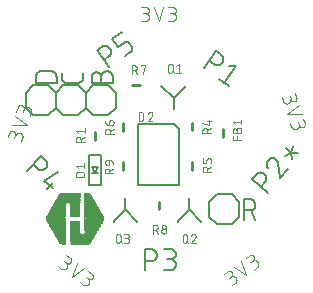
<source format=gbr>
G04 EAGLE Gerber RS-274X export*
G75*
%MOMM*%
%FSLAX34Y34*%
%LPD*%
%INSilkscreen Top*%
%IPPOS*%
%AMOC8*
5,1,8,0,0,1.08239X$1,22.5*%
G01*
%ADD10C,0.101600*%
%ADD11C,0.152400*%
%ADD12C,0.254000*%
%ADD13C,0.076200*%
%ADD14C,0.127000*%
%ADD15R,0.302256X0.017781*%
%ADD16R,1.529081X0.017781*%
%ADD17R,0.017775X0.017781*%
%ADD18R,0.017781X0.017781*%
%ADD19R,0.355600X0.017781*%
%ADD20R,1.582419X0.017781*%
%ADD21R,0.017775X0.017775*%
%ADD22R,0.017781X0.017775*%
%ADD23R,0.391156X0.017775*%
%ADD24R,1.635756X0.017775*%
%ADD25R,0.426719X0.017781*%
%ADD26R,1.653538X0.017781*%
%ADD27R,0.444500X0.017775*%
%ADD28R,1.689100X0.017775*%
%ADD29R,0.462275X0.017781*%
%ADD30R,1.706875X0.017781*%
%ADD31R,0.480056X0.017781*%
%ADD32R,1.724656X0.017781*%
%ADD33R,0.497838X0.017775*%
%ADD34R,1.724656X0.017775*%
%ADD35R,0.497838X0.017781*%
%ADD36R,1.742438X0.017781*%
%ADD37R,0.515619X0.017775*%
%ADD38R,1.760219X0.017775*%
%ADD39R,0.533400X0.017781*%
%ADD40R,1.760219X0.017781*%
%ADD41R,1.778000X0.017781*%
%ADD42R,0.551175X0.017775*%
%ADD43R,1.778000X0.017775*%
%ADD44R,0.551175X0.017781*%
%ADD45R,1.795775X0.017781*%
%ADD46R,0.568956X0.017775*%
%ADD47R,1.813556X0.017775*%
%ADD48R,0.586738X0.017781*%
%ADD49R,1.813556X0.017781*%
%ADD50R,1.831338X0.017781*%
%ADD51R,0.604519X0.017775*%
%ADD52R,1.831338X0.017775*%
%ADD53R,0.604519X0.017781*%
%ADD54R,1.849119X0.017781*%
%ADD55R,0.622300X0.017775*%
%ADD56R,1.849119X0.017775*%
%ADD57R,0.622300X0.017781*%
%ADD58R,1.866900X0.017781*%
%ADD59R,0.640075X0.017781*%
%ADD60R,1.884675X0.017781*%
%ADD61R,0.657856X0.017775*%
%ADD62R,1.884675X0.017775*%
%ADD63R,0.657856X0.017781*%
%ADD64R,1.902456X0.017781*%
%ADD65R,0.675638X0.017775*%
%ADD66R,1.902456X0.017775*%
%ADD67R,0.675638X0.017781*%
%ADD68R,1.920238X0.017781*%
%ADD69R,0.693419X0.017781*%
%ADD70R,1.938019X0.017781*%
%ADD71R,0.693419X0.017775*%
%ADD72R,1.938019X0.017775*%
%ADD73R,0.711200X0.017781*%
%ADD74R,1.955800X0.017781*%
%ADD75R,0.728975X0.017775*%
%ADD76R,1.955800X0.017775*%
%ADD77R,0.728975X0.017781*%
%ADD78R,1.973575X0.017781*%
%ADD79R,0.746756X0.017781*%
%ADD80R,0.746756X0.017775*%
%ADD81R,1.991356X0.017775*%
%ADD82R,0.764538X0.017781*%
%ADD83R,2.009138X0.017781*%
%ADD84R,0.764538X0.017775*%
%ADD85R,2.009138X0.017775*%
%ADD86R,0.782319X0.017781*%
%ADD87R,2.026919X0.017781*%
%ADD88R,0.800100X0.017781*%
%ADD89R,0.800100X0.017775*%
%ADD90R,2.044700X0.017775*%
%ADD91R,0.817875X0.017781*%
%ADD92R,0.817875X0.017775*%
%ADD93R,0.835656X0.017781*%
%ADD94R,2.044700X0.017781*%
%ADD95R,0.853438X0.017781*%
%ADD96R,2.062481X0.017781*%
%ADD97R,0.853438X0.017775*%
%ADD98R,2.080256X0.017775*%
%ADD99R,0.871219X0.017781*%
%ADD100R,2.080256X0.017781*%
%ADD101R,0.871219X0.017775*%
%ADD102R,2.098038X0.017775*%
%ADD103R,0.035556X0.017781*%
%ADD104R,0.889000X0.017781*%
%ADD105R,0.942338X0.017781*%
%ADD106R,1.013456X0.017781*%
%ADD107R,0.906781X0.017781*%
%ADD108R,0.995681X0.017781*%
%ADD109R,0.906775X0.017775*%
%ADD110R,0.889000X0.017775*%
%ADD111R,0.977900X0.017775*%
%ADD112R,0.924556X0.017781*%
%ADD113R,0.960119X0.017781*%
%ADD114R,0.924556X0.017775*%
%ADD115R,0.977900X0.017781*%
%ADD116R,0.960119X0.017775*%
%ADD117R,0.835656X0.017775*%
%ADD118R,0.817881X0.017781*%
%ADD119R,0.817881X0.017775*%
%ADD120R,0.995675X0.017781*%
%ADD121R,1.013456X0.017775*%
%ADD122R,1.031238X0.017781*%
%ADD123R,1.031238X0.017775*%
%ADD124R,1.049019X0.017781*%
%ADD125R,1.066800X0.017775*%
%ADD126R,1.066800X0.017781*%
%ADD127R,1.084575X0.017775*%
%ADD128R,1.084575X0.017781*%
%ADD129R,1.102356X0.017781*%
%ADD130R,1.102356X0.017775*%
%ADD131R,1.120138X0.017781*%
%ADD132R,1.137919X0.017775*%
%ADD133R,1.120138X0.017775*%
%ADD134R,1.137919X0.017781*%
%ADD135R,1.155700X0.017781*%
%ADD136R,1.155700X0.017775*%
%ADD137R,1.173475X0.017781*%
%ADD138R,1.173475X0.017775*%
%ADD139R,1.191256X0.017781*%
%ADD140R,1.209037X0.017781*%
%ADD141R,1.209037X0.017775*%
%ADD142R,1.226819X0.017781*%
%ADD143R,1.226819X0.017775*%
%ADD144R,1.244600X0.017781*%
%ADD145R,1.262375X0.017775*%
%ADD146R,1.244600X0.017775*%
%ADD147R,1.280156X0.017781*%
%ADD148R,1.262375X0.017781*%
%ADD149R,1.280156X0.017775*%
%ADD150R,1.297937X0.017781*%
%ADD151R,1.315719X0.017775*%
%ADD152R,1.297937X0.017775*%
%ADD153R,1.333500X0.017781*%
%ADD154R,1.315719X0.017781*%
%ADD155R,1.333500X0.017775*%
%ADD156R,1.351275X0.017781*%
%ADD157R,1.369056X0.017775*%
%ADD158R,1.351275X0.017775*%
%ADD159R,1.369056X0.017781*%
%ADD160R,1.386838X0.017775*%
%ADD161R,1.404619X0.017781*%
%ADD162R,1.386838X0.017781*%
%ADD163R,1.422400X0.017775*%
%ADD164R,1.404619X0.017775*%
%ADD165R,1.422400X0.017781*%
%ADD166R,1.440175X0.017775*%
%ADD167R,1.440175X0.017781*%
%ADD168R,1.457956X0.017781*%
%ADD169R,1.475738X0.017775*%
%ADD170R,1.457956X0.017775*%
%ADD171R,1.475738X0.017781*%
%ADD172R,1.493519X0.017775*%
%ADD173R,1.493519X0.017781*%
%ADD174R,1.511300X0.017781*%
%ADD175R,1.511300X0.017775*%
%ADD176R,1.529075X0.017781*%
%ADD177R,1.546856X0.017775*%
%ADD178R,0.782319X0.017775*%
%ADD179R,1.529075X0.017775*%
%ADD180R,1.546856X0.017781*%
%ADD181R,1.564638X0.017781*%
%ADD182R,1.564638X0.017775*%
%ADD183R,1.582419X0.017775*%
%ADD184R,1.600200X0.017781*%
%ADD185R,1.600200X0.017775*%
%ADD186R,1.617975X0.017781*%
%ADD187R,1.617975X0.017775*%
%ADD188R,1.049019X0.017775*%
%ADD189R,0.995675X0.017775*%
%ADD190R,0.942338X0.017775*%
%ADD191R,0.906775X0.017781*%
%ADD192R,0.053338X0.017775*%
%ADD193R,2.098038X0.017781*%
%ADD194R,2.026919X0.017775*%
%ADD195R,1.991356X0.017781*%
%ADD196R,1.973581X0.017775*%
%ADD197R,1.973581X0.017781*%
%ADD198R,0.711200X0.017775*%
%ADD199R,1.920238X0.017775*%
%ADD200R,1.884681X0.017781*%
%ADD201R,1.866900X0.017775*%
%ADD202R,0.640075X0.017775*%
%ADD203R,0.586738X0.017775*%
%ADD204R,1.795781X0.017781*%
%ADD205R,0.568956X0.017781*%
%ADD206R,1.795781X0.017775*%
%ADD207R,0.533400X0.017775*%
%ADD208R,0.035563X0.017781*%
%ADD209R,0.071119X0.017781*%
%ADD210R,1.671319X0.017781*%
%ADD211R,0.515619X0.017781*%
%ADD212R,0.124456X0.017775*%
%ADD213R,1.617981X0.017775*%
%ADD214R,0.142238X0.017781*%
%ADD215R,0.177800X0.017775*%
%ADD216R,1.529081X0.017775*%
%ADD217R,0.480056X0.017775*%
%ADD218R,0.213356X0.017781*%
%ADD219R,0.444500X0.017781*%
%ADD220R,0.248919X0.017781*%
%ADD221R,0.088900X0.017781*%
%ADD222R,1.440181X0.017781*%
%ADD223R,0.373375X0.017781*%
%ADD224R,0.284481X0.017775*%
%ADD225R,0.320038X0.017775*%
%ADD226R,0.177800X0.017781*%
%ADD227R,1.351281X0.017781*%
%ADD228R,0.231138X0.017781*%
%ADD229R,0.213356X0.017775*%
%ADD230R,0.320038X0.017781*%
%ADD231R,0.266700X0.017781*%
%ADD232R,1.262381X0.017781*%
%ADD233R,0.284481X0.017781*%
%ADD234R,0.053338X0.017781*%


D10*
X-116454Y130287D02*
X-115451Y133374D01*
X-115418Y133482D01*
X-115388Y133592D01*
X-115363Y133702D01*
X-115341Y133813D01*
X-115324Y133925D01*
X-115310Y134038D01*
X-115300Y134151D01*
X-115294Y134264D01*
X-115292Y134377D01*
X-115294Y134490D01*
X-115300Y134603D01*
X-115310Y134716D01*
X-115324Y134829D01*
X-115341Y134941D01*
X-115363Y135052D01*
X-115388Y135162D01*
X-115418Y135272D01*
X-115451Y135380D01*
X-115488Y135487D01*
X-115528Y135593D01*
X-115573Y135697D01*
X-115621Y135800D01*
X-115672Y135901D01*
X-115727Y136000D01*
X-115785Y136097D01*
X-115847Y136192D01*
X-115912Y136285D01*
X-115980Y136375D01*
X-116051Y136463D01*
X-116126Y136549D01*
X-116203Y136632D01*
X-116283Y136712D01*
X-116366Y136789D01*
X-116452Y136864D01*
X-116540Y136935D01*
X-116630Y137003D01*
X-116723Y137068D01*
X-116818Y137130D01*
X-116915Y137188D01*
X-117014Y137243D01*
X-117115Y137294D01*
X-117218Y137342D01*
X-117322Y137387D01*
X-117428Y137427D01*
X-117535Y137464D01*
X-117643Y137497D01*
X-117753Y137527D01*
X-117863Y137552D01*
X-117974Y137574D01*
X-118086Y137591D01*
X-118199Y137605D01*
X-118312Y137615D01*
X-118425Y137621D01*
X-118538Y137623D01*
X-118651Y137621D01*
X-118764Y137615D01*
X-118877Y137605D01*
X-118990Y137591D01*
X-119102Y137574D01*
X-119213Y137552D01*
X-119323Y137527D01*
X-119433Y137497D01*
X-119541Y137464D01*
X-119648Y137427D01*
X-119754Y137387D01*
X-119858Y137342D01*
X-119961Y137294D01*
X-120062Y137243D01*
X-120161Y137188D01*
X-120258Y137130D01*
X-120353Y137068D01*
X-120446Y137003D01*
X-120536Y136935D01*
X-120624Y136864D01*
X-120710Y136789D01*
X-120793Y136712D01*
X-120873Y136632D01*
X-120950Y136549D01*
X-121025Y136463D01*
X-121096Y136375D01*
X-121164Y136285D01*
X-121229Y136192D01*
X-121291Y136097D01*
X-121349Y136000D01*
X-121404Y135901D01*
X-121455Y135800D01*
X-121503Y135697D01*
X-121548Y135593D01*
X-121588Y135487D01*
X-121625Y135380D01*
X-126363Y137602D02*
X-127566Y133898D01*
X-126362Y137602D02*
X-126329Y137697D01*
X-126292Y137791D01*
X-126252Y137883D01*
X-126208Y137974D01*
X-126161Y138063D01*
X-126110Y138150D01*
X-126056Y138235D01*
X-125999Y138318D01*
X-125939Y138398D01*
X-125875Y138476D01*
X-125809Y138552D01*
X-125739Y138625D01*
X-125667Y138695D01*
X-125592Y138763D01*
X-125515Y138827D01*
X-125435Y138888D01*
X-125353Y138947D01*
X-125269Y139002D01*
X-125182Y139053D01*
X-125094Y139102D01*
X-125004Y139146D01*
X-124912Y139188D01*
X-124819Y139225D01*
X-124724Y139259D01*
X-124628Y139290D01*
X-124531Y139316D01*
X-124433Y139339D01*
X-124334Y139358D01*
X-124234Y139373D01*
X-124134Y139385D01*
X-124034Y139392D01*
X-123933Y139396D01*
X-123833Y139395D01*
X-123732Y139391D01*
X-123632Y139383D01*
X-123532Y139371D01*
X-123432Y139355D01*
X-123334Y139335D01*
X-123236Y139311D01*
X-123139Y139284D01*
X-123043Y139253D01*
X-122949Y139218D01*
X-122856Y139180D01*
X-122764Y139138D01*
X-122674Y139092D01*
X-122586Y139043D01*
X-122500Y138991D01*
X-122416Y138935D01*
X-122335Y138876D01*
X-122255Y138814D01*
X-122179Y138749D01*
X-122104Y138681D01*
X-122033Y138611D01*
X-121964Y138537D01*
X-121898Y138461D01*
X-121835Y138382D01*
X-121775Y138301D01*
X-121719Y138218D01*
X-121665Y138133D01*
X-121615Y138045D01*
X-121569Y137956D01*
X-121526Y137865D01*
X-121486Y137772D01*
X-121450Y137678D01*
X-121418Y137583D01*
X-121389Y137486D01*
X-121365Y137389D01*
X-121344Y137290D01*
X-121327Y137191D01*
X-121313Y137091D01*
X-121304Y136991D01*
X-121299Y136891D01*
X-121297Y136790D01*
X-121299Y136689D01*
X-121306Y136589D01*
X-121316Y136489D01*
X-121330Y136389D01*
X-121348Y136290D01*
X-121369Y136192D01*
X-121395Y136094D01*
X-121424Y135998D01*
X-121424Y135997D02*
X-122226Y133528D01*
X-124235Y144151D02*
X-111919Y144245D01*
X-121827Y151559D01*
X-109390Y152029D02*
X-108387Y155115D01*
X-108386Y155115D02*
X-108353Y155223D01*
X-108323Y155333D01*
X-108298Y155443D01*
X-108276Y155554D01*
X-108259Y155666D01*
X-108245Y155779D01*
X-108235Y155892D01*
X-108229Y156005D01*
X-108227Y156118D01*
X-108229Y156231D01*
X-108235Y156344D01*
X-108245Y156457D01*
X-108259Y156570D01*
X-108276Y156682D01*
X-108298Y156793D01*
X-108323Y156903D01*
X-108353Y157013D01*
X-108386Y157121D01*
X-108423Y157228D01*
X-108463Y157334D01*
X-108508Y157438D01*
X-108556Y157541D01*
X-108607Y157642D01*
X-108662Y157741D01*
X-108720Y157838D01*
X-108782Y157933D01*
X-108847Y158026D01*
X-108915Y158116D01*
X-108986Y158204D01*
X-109061Y158290D01*
X-109138Y158373D01*
X-109218Y158453D01*
X-109301Y158530D01*
X-109387Y158605D01*
X-109475Y158676D01*
X-109565Y158744D01*
X-109658Y158809D01*
X-109753Y158871D01*
X-109850Y158929D01*
X-109949Y158984D01*
X-110050Y159035D01*
X-110153Y159083D01*
X-110257Y159128D01*
X-110363Y159168D01*
X-110470Y159205D01*
X-110578Y159238D01*
X-110688Y159268D01*
X-110798Y159293D01*
X-110909Y159315D01*
X-111021Y159332D01*
X-111134Y159346D01*
X-111247Y159356D01*
X-111360Y159362D01*
X-111473Y159364D01*
X-111586Y159362D01*
X-111699Y159356D01*
X-111812Y159346D01*
X-111925Y159332D01*
X-112037Y159315D01*
X-112148Y159293D01*
X-112258Y159268D01*
X-112368Y159238D01*
X-112476Y159205D01*
X-112583Y159168D01*
X-112689Y159128D01*
X-112793Y159083D01*
X-112896Y159035D01*
X-112997Y158984D01*
X-113096Y158929D01*
X-113193Y158871D01*
X-113288Y158809D01*
X-113381Y158744D01*
X-113471Y158676D01*
X-113559Y158605D01*
X-113645Y158530D01*
X-113728Y158453D01*
X-113808Y158373D01*
X-113885Y158290D01*
X-113960Y158204D01*
X-114031Y158116D01*
X-114099Y158026D01*
X-114164Y157933D01*
X-114226Y157838D01*
X-114284Y157741D01*
X-114339Y157642D01*
X-114390Y157541D01*
X-114438Y157438D01*
X-114483Y157334D01*
X-114523Y157228D01*
X-114560Y157121D01*
X-119298Y159343D02*
X-120502Y155639D01*
X-119298Y159343D02*
X-119265Y159438D01*
X-119228Y159532D01*
X-119188Y159624D01*
X-119144Y159715D01*
X-119097Y159804D01*
X-119046Y159891D01*
X-118992Y159976D01*
X-118935Y160059D01*
X-118875Y160139D01*
X-118811Y160217D01*
X-118745Y160293D01*
X-118675Y160366D01*
X-118603Y160436D01*
X-118528Y160504D01*
X-118451Y160568D01*
X-118371Y160629D01*
X-118289Y160688D01*
X-118205Y160743D01*
X-118118Y160794D01*
X-118030Y160843D01*
X-117940Y160887D01*
X-117848Y160929D01*
X-117755Y160966D01*
X-117660Y161000D01*
X-117564Y161031D01*
X-117467Y161057D01*
X-117369Y161080D01*
X-117270Y161099D01*
X-117170Y161114D01*
X-117070Y161126D01*
X-116970Y161133D01*
X-116869Y161137D01*
X-116769Y161136D01*
X-116668Y161132D01*
X-116568Y161124D01*
X-116468Y161112D01*
X-116368Y161096D01*
X-116270Y161076D01*
X-116172Y161052D01*
X-116075Y161025D01*
X-115979Y160994D01*
X-115885Y160959D01*
X-115792Y160921D01*
X-115700Y160879D01*
X-115610Y160833D01*
X-115522Y160784D01*
X-115436Y160732D01*
X-115352Y160676D01*
X-115271Y160617D01*
X-115191Y160555D01*
X-115115Y160490D01*
X-115040Y160422D01*
X-114969Y160352D01*
X-114900Y160278D01*
X-114834Y160202D01*
X-114771Y160123D01*
X-114711Y160042D01*
X-114655Y159959D01*
X-114601Y159874D01*
X-114551Y159786D01*
X-114505Y159697D01*
X-114462Y159606D01*
X-114422Y159513D01*
X-114386Y159419D01*
X-114354Y159324D01*
X-114325Y159227D01*
X-114301Y159130D01*
X-114280Y159031D01*
X-114263Y158932D01*
X-114249Y158832D01*
X-114240Y158732D01*
X-114235Y158632D01*
X-114233Y158531D01*
X-114235Y158430D01*
X-114242Y158330D01*
X-114252Y158230D01*
X-114266Y158130D01*
X-114284Y158031D01*
X-114305Y157933D01*
X-114331Y157835D01*
X-114360Y157739D01*
X-114360Y157738D02*
X-115162Y155269D01*
X104209Y167727D02*
X105212Y164640D01*
X105249Y164533D01*
X105289Y164427D01*
X105334Y164323D01*
X105382Y164220D01*
X105433Y164119D01*
X105488Y164020D01*
X105546Y163923D01*
X105608Y163828D01*
X105673Y163735D01*
X105741Y163645D01*
X105812Y163557D01*
X105887Y163471D01*
X105964Y163388D01*
X106044Y163308D01*
X106127Y163231D01*
X106213Y163156D01*
X106301Y163085D01*
X106391Y163017D01*
X106484Y162952D01*
X106579Y162890D01*
X106676Y162832D01*
X106775Y162777D01*
X106876Y162726D01*
X106979Y162678D01*
X107083Y162633D01*
X107189Y162593D01*
X107296Y162556D01*
X107404Y162523D01*
X107514Y162493D01*
X107624Y162468D01*
X107735Y162446D01*
X107847Y162429D01*
X107960Y162415D01*
X108073Y162405D01*
X108186Y162399D01*
X108299Y162397D01*
X108412Y162399D01*
X108525Y162405D01*
X108638Y162415D01*
X108751Y162429D01*
X108863Y162446D01*
X108974Y162468D01*
X109084Y162493D01*
X109194Y162523D01*
X109302Y162556D01*
X109409Y162593D01*
X109515Y162633D01*
X109619Y162678D01*
X109722Y162726D01*
X109823Y162777D01*
X109922Y162832D01*
X110019Y162890D01*
X110114Y162952D01*
X110207Y163017D01*
X110297Y163085D01*
X110385Y163156D01*
X110471Y163231D01*
X110554Y163308D01*
X110634Y163388D01*
X110711Y163471D01*
X110786Y163557D01*
X110857Y163645D01*
X110925Y163735D01*
X110990Y163828D01*
X111052Y163923D01*
X111110Y164020D01*
X111165Y164119D01*
X111216Y164220D01*
X111264Y164323D01*
X111309Y164427D01*
X111349Y164533D01*
X111386Y164640D01*
X111419Y164748D01*
X111449Y164858D01*
X111474Y164968D01*
X111496Y165079D01*
X111513Y165191D01*
X111527Y165304D01*
X111537Y165417D01*
X111543Y165530D01*
X111545Y165643D01*
X111543Y165756D01*
X111537Y165869D01*
X111527Y165982D01*
X111513Y166095D01*
X111496Y166207D01*
X111474Y166318D01*
X111449Y166428D01*
X111419Y166538D01*
X111386Y166646D01*
X116525Y167633D02*
X115321Y171337D01*
X116524Y167633D02*
X116553Y167537D01*
X116579Y167439D01*
X116600Y167341D01*
X116618Y167242D01*
X116632Y167142D01*
X116642Y167042D01*
X116649Y166942D01*
X116651Y166841D01*
X116649Y166740D01*
X116644Y166640D01*
X116635Y166540D01*
X116621Y166440D01*
X116604Y166341D01*
X116583Y166242D01*
X116559Y166145D01*
X116530Y166048D01*
X116498Y165953D01*
X116462Y165859D01*
X116422Y165766D01*
X116379Y165675D01*
X116333Y165586D01*
X116283Y165498D01*
X116229Y165413D01*
X116173Y165330D01*
X116113Y165249D01*
X116050Y165170D01*
X115984Y165094D01*
X115915Y165020D01*
X115844Y164950D01*
X115769Y164882D01*
X115693Y164817D01*
X115613Y164755D01*
X115532Y164696D01*
X115448Y164640D01*
X115362Y164588D01*
X115274Y164539D01*
X115184Y164493D01*
X115092Y164451D01*
X114999Y164413D01*
X114905Y164378D01*
X114809Y164347D01*
X114712Y164320D01*
X114614Y164296D01*
X114516Y164276D01*
X114416Y164260D01*
X114316Y164248D01*
X114216Y164240D01*
X114115Y164236D01*
X114015Y164235D01*
X113914Y164239D01*
X113814Y164246D01*
X113714Y164258D01*
X113614Y164273D01*
X113515Y164292D01*
X113417Y164315D01*
X113320Y164341D01*
X113224Y164372D01*
X113129Y164406D01*
X113036Y164443D01*
X112944Y164485D01*
X112854Y164529D01*
X112766Y164578D01*
X112679Y164629D01*
X112595Y164684D01*
X112513Y164743D01*
X112433Y164804D01*
X112356Y164868D01*
X112281Y164936D01*
X112209Y165006D01*
X112139Y165079D01*
X112073Y165155D01*
X112009Y165233D01*
X111949Y165313D01*
X111892Y165396D01*
X111838Y165481D01*
X111787Y165568D01*
X111740Y165657D01*
X111696Y165748D01*
X111656Y165840D01*
X111619Y165934D01*
X111586Y166029D01*
X110783Y168498D01*
X118652Y161084D02*
X108744Y153770D01*
X121060Y153676D01*
X111273Y145986D02*
X112276Y142899D01*
X112313Y142792D01*
X112353Y142686D01*
X112398Y142582D01*
X112446Y142479D01*
X112497Y142378D01*
X112552Y142279D01*
X112610Y142182D01*
X112672Y142087D01*
X112737Y141994D01*
X112805Y141904D01*
X112876Y141816D01*
X112951Y141730D01*
X113028Y141647D01*
X113108Y141567D01*
X113191Y141490D01*
X113277Y141415D01*
X113365Y141344D01*
X113455Y141276D01*
X113548Y141211D01*
X113643Y141149D01*
X113740Y141091D01*
X113839Y141036D01*
X113940Y140985D01*
X114043Y140937D01*
X114147Y140892D01*
X114253Y140852D01*
X114360Y140815D01*
X114468Y140782D01*
X114578Y140752D01*
X114688Y140727D01*
X114799Y140705D01*
X114911Y140688D01*
X115024Y140674D01*
X115137Y140664D01*
X115250Y140658D01*
X115363Y140656D01*
X115476Y140658D01*
X115589Y140664D01*
X115702Y140674D01*
X115815Y140688D01*
X115927Y140705D01*
X116038Y140727D01*
X116148Y140752D01*
X116258Y140782D01*
X116366Y140815D01*
X116473Y140852D01*
X116579Y140892D01*
X116683Y140937D01*
X116786Y140985D01*
X116887Y141036D01*
X116986Y141091D01*
X117083Y141149D01*
X117178Y141211D01*
X117271Y141276D01*
X117361Y141344D01*
X117449Y141415D01*
X117535Y141490D01*
X117618Y141567D01*
X117698Y141647D01*
X117775Y141730D01*
X117850Y141816D01*
X117921Y141904D01*
X117989Y141994D01*
X118054Y142087D01*
X118116Y142182D01*
X118174Y142279D01*
X118229Y142378D01*
X118280Y142479D01*
X118328Y142582D01*
X118373Y142686D01*
X118413Y142792D01*
X118450Y142899D01*
X118483Y143007D01*
X118513Y143117D01*
X118538Y143227D01*
X118560Y143338D01*
X118577Y143450D01*
X118591Y143563D01*
X118601Y143676D01*
X118607Y143789D01*
X118609Y143902D01*
X118607Y144015D01*
X118601Y144128D01*
X118591Y144241D01*
X118577Y144354D01*
X118560Y144466D01*
X118538Y144577D01*
X118513Y144687D01*
X118483Y144797D01*
X118450Y144905D01*
X123589Y145892D02*
X122385Y149596D01*
X123588Y145892D02*
X123617Y145796D01*
X123643Y145698D01*
X123664Y145600D01*
X123682Y145501D01*
X123696Y145401D01*
X123706Y145301D01*
X123713Y145201D01*
X123715Y145100D01*
X123713Y144999D01*
X123708Y144899D01*
X123699Y144799D01*
X123685Y144699D01*
X123668Y144600D01*
X123647Y144501D01*
X123623Y144404D01*
X123594Y144307D01*
X123562Y144212D01*
X123526Y144118D01*
X123486Y144025D01*
X123443Y143934D01*
X123397Y143845D01*
X123347Y143757D01*
X123293Y143672D01*
X123237Y143589D01*
X123177Y143508D01*
X123114Y143429D01*
X123048Y143353D01*
X122979Y143279D01*
X122908Y143209D01*
X122833Y143141D01*
X122757Y143076D01*
X122677Y143014D01*
X122596Y142955D01*
X122512Y142899D01*
X122426Y142847D01*
X122338Y142798D01*
X122248Y142752D01*
X122156Y142710D01*
X122063Y142672D01*
X121969Y142637D01*
X121873Y142606D01*
X121776Y142579D01*
X121678Y142555D01*
X121580Y142535D01*
X121480Y142519D01*
X121380Y142507D01*
X121280Y142499D01*
X121179Y142495D01*
X121079Y142494D01*
X120978Y142498D01*
X120878Y142505D01*
X120778Y142517D01*
X120678Y142532D01*
X120579Y142551D01*
X120481Y142574D01*
X120384Y142600D01*
X120288Y142631D01*
X120193Y142665D01*
X120100Y142702D01*
X120008Y142744D01*
X119918Y142788D01*
X119830Y142837D01*
X119743Y142888D01*
X119659Y142943D01*
X119577Y143002D01*
X119497Y143063D01*
X119420Y143127D01*
X119345Y143195D01*
X119273Y143265D01*
X119203Y143338D01*
X119137Y143414D01*
X119073Y143492D01*
X119013Y143572D01*
X118956Y143655D01*
X118902Y143740D01*
X118851Y143827D01*
X118804Y143916D01*
X118760Y144007D01*
X118720Y144099D01*
X118683Y144193D01*
X118650Y144288D01*
X117848Y146757D01*
X-11430Y232283D02*
X-14676Y232283D01*
X-11430Y232283D02*
X-11317Y232285D01*
X-11204Y232291D01*
X-11091Y232301D01*
X-10978Y232315D01*
X-10866Y232332D01*
X-10755Y232354D01*
X-10645Y232379D01*
X-10535Y232409D01*
X-10427Y232442D01*
X-10320Y232479D01*
X-10214Y232519D01*
X-10110Y232564D01*
X-10007Y232612D01*
X-9906Y232663D01*
X-9807Y232718D01*
X-9710Y232776D01*
X-9615Y232838D01*
X-9522Y232903D01*
X-9432Y232971D01*
X-9344Y233042D01*
X-9258Y233117D01*
X-9175Y233194D01*
X-9095Y233274D01*
X-9018Y233357D01*
X-8943Y233443D01*
X-8872Y233531D01*
X-8804Y233621D01*
X-8739Y233714D01*
X-8677Y233809D01*
X-8619Y233906D01*
X-8564Y234005D01*
X-8513Y234106D01*
X-8465Y234209D01*
X-8420Y234313D01*
X-8380Y234419D01*
X-8343Y234526D01*
X-8310Y234634D01*
X-8280Y234744D01*
X-8255Y234854D01*
X-8233Y234965D01*
X-8216Y235077D01*
X-8202Y235190D01*
X-8192Y235303D01*
X-8186Y235416D01*
X-8184Y235529D01*
X-8186Y235642D01*
X-8192Y235755D01*
X-8202Y235868D01*
X-8216Y235981D01*
X-8233Y236093D01*
X-8255Y236204D01*
X-8280Y236314D01*
X-8310Y236424D01*
X-8343Y236532D01*
X-8380Y236639D01*
X-8420Y236745D01*
X-8465Y236849D01*
X-8513Y236952D01*
X-8564Y237053D01*
X-8619Y237152D01*
X-8677Y237249D01*
X-8739Y237344D01*
X-8804Y237437D01*
X-8872Y237527D01*
X-8943Y237615D01*
X-9018Y237701D01*
X-9095Y237784D01*
X-9175Y237864D01*
X-9258Y237941D01*
X-9344Y238016D01*
X-9432Y238087D01*
X-9522Y238155D01*
X-9615Y238220D01*
X-9710Y238282D01*
X-9807Y238340D01*
X-9906Y238395D01*
X-10007Y238446D01*
X-10110Y238494D01*
X-10214Y238539D01*
X-10320Y238579D01*
X-10427Y238616D01*
X-10535Y238649D01*
X-10645Y238679D01*
X-10755Y238704D01*
X-10866Y238726D01*
X-10978Y238743D01*
X-11091Y238757D01*
X-11204Y238767D01*
X-11317Y238773D01*
X-11430Y238775D01*
X-10781Y243967D02*
X-14676Y243967D01*
X-10781Y243967D02*
X-10680Y243965D01*
X-10580Y243959D01*
X-10480Y243949D01*
X-10380Y243936D01*
X-10281Y243918D01*
X-10182Y243897D01*
X-10085Y243872D01*
X-9988Y243843D01*
X-9893Y243810D01*
X-9799Y243774D01*
X-9707Y243734D01*
X-9616Y243691D01*
X-9527Y243644D01*
X-9440Y243594D01*
X-9354Y243540D01*
X-9271Y243483D01*
X-9191Y243423D01*
X-9112Y243360D01*
X-9036Y243293D01*
X-8963Y243224D01*
X-8893Y243152D01*
X-8825Y243078D01*
X-8760Y243001D01*
X-8699Y242921D01*
X-8640Y242839D01*
X-8585Y242755D01*
X-8533Y242669D01*
X-8484Y242581D01*
X-8439Y242491D01*
X-8397Y242399D01*
X-8359Y242306D01*
X-8325Y242211D01*
X-8294Y242116D01*
X-8267Y242019D01*
X-8244Y241921D01*
X-8224Y241822D01*
X-8209Y241722D01*
X-8197Y241622D01*
X-8189Y241522D01*
X-8185Y241421D01*
X-8185Y241321D01*
X-8189Y241220D01*
X-8197Y241120D01*
X-8209Y241020D01*
X-8224Y240920D01*
X-8244Y240821D01*
X-8267Y240723D01*
X-8294Y240626D01*
X-8325Y240531D01*
X-8359Y240436D01*
X-8397Y240343D01*
X-8439Y240251D01*
X-8484Y240161D01*
X-8533Y240073D01*
X-8585Y239987D01*
X-8640Y239903D01*
X-8699Y239821D01*
X-8760Y239741D01*
X-8825Y239664D01*
X-8893Y239590D01*
X-8963Y239518D01*
X-9036Y239449D01*
X-9112Y239382D01*
X-9191Y239319D01*
X-9271Y239259D01*
X-9354Y239202D01*
X-9440Y239148D01*
X-9527Y239098D01*
X-9616Y239051D01*
X-9707Y239008D01*
X-9799Y238968D01*
X-9893Y238932D01*
X-9988Y238899D01*
X-10085Y238870D01*
X-10182Y238845D01*
X-10281Y238824D01*
X-10380Y238806D01*
X-10480Y238793D01*
X-10580Y238783D01*
X-10680Y238777D01*
X-10781Y238775D01*
X-10781Y238774D02*
X-13377Y238774D01*
X-3895Y243967D02*
X0Y232283D01*
X3895Y243967D01*
X8184Y232283D02*
X11430Y232283D01*
X11543Y232285D01*
X11656Y232291D01*
X11769Y232301D01*
X11882Y232315D01*
X11994Y232332D01*
X12105Y232354D01*
X12215Y232379D01*
X12325Y232409D01*
X12433Y232442D01*
X12540Y232479D01*
X12646Y232519D01*
X12750Y232564D01*
X12853Y232612D01*
X12954Y232663D01*
X13053Y232718D01*
X13150Y232776D01*
X13245Y232838D01*
X13338Y232903D01*
X13428Y232971D01*
X13516Y233042D01*
X13602Y233117D01*
X13685Y233194D01*
X13765Y233274D01*
X13842Y233357D01*
X13917Y233443D01*
X13988Y233531D01*
X14056Y233621D01*
X14121Y233714D01*
X14183Y233809D01*
X14241Y233906D01*
X14296Y234005D01*
X14347Y234106D01*
X14395Y234209D01*
X14440Y234313D01*
X14480Y234419D01*
X14517Y234526D01*
X14550Y234634D01*
X14580Y234744D01*
X14605Y234854D01*
X14627Y234965D01*
X14644Y235077D01*
X14658Y235190D01*
X14668Y235303D01*
X14674Y235416D01*
X14676Y235529D01*
X14674Y235642D01*
X14668Y235755D01*
X14658Y235868D01*
X14644Y235981D01*
X14627Y236093D01*
X14605Y236204D01*
X14580Y236314D01*
X14550Y236424D01*
X14517Y236532D01*
X14480Y236639D01*
X14440Y236745D01*
X14395Y236849D01*
X14347Y236952D01*
X14296Y237053D01*
X14241Y237152D01*
X14183Y237249D01*
X14121Y237344D01*
X14056Y237437D01*
X13988Y237527D01*
X13917Y237615D01*
X13842Y237701D01*
X13765Y237784D01*
X13685Y237864D01*
X13602Y237941D01*
X13516Y238016D01*
X13428Y238087D01*
X13338Y238155D01*
X13245Y238220D01*
X13150Y238282D01*
X13053Y238340D01*
X12954Y238395D01*
X12853Y238446D01*
X12750Y238494D01*
X12646Y238539D01*
X12540Y238579D01*
X12433Y238616D01*
X12325Y238649D01*
X12215Y238679D01*
X12105Y238704D01*
X11994Y238726D01*
X11882Y238743D01*
X11769Y238757D01*
X11656Y238767D01*
X11543Y238773D01*
X11430Y238775D01*
X12079Y243967D02*
X8184Y243967D01*
X12079Y243967D02*
X12180Y243965D01*
X12280Y243959D01*
X12380Y243949D01*
X12480Y243936D01*
X12579Y243918D01*
X12678Y243897D01*
X12775Y243872D01*
X12872Y243843D01*
X12967Y243810D01*
X13061Y243774D01*
X13153Y243734D01*
X13244Y243691D01*
X13333Y243644D01*
X13420Y243594D01*
X13506Y243540D01*
X13589Y243483D01*
X13669Y243423D01*
X13748Y243360D01*
X13824Y243293D01*
X13897Y243224D01*
X13967Y243152D01*
X14035Y243078D01*
X14100Y243001D01*
X14161Y242921D01*
X14220Y242839D01*
X14275Y242755D01*
X14327Y242669D01*
X14376Y242581D01*
X14421Y242491D01*
X14463Y242399D01*
X14501Y242306D01*
X14535Y242211D01*
X14566Y242116D01*
X14593Y242019D01*
X14616Y241921D01*
X14636Y241822D01*
X14651Y241722D01*
X14663Y241622D01*
X14671Y241522D01*
X14675Y241421D01*
X14675Y241321D01*
X14671Y241220D01*
X14663Y241120D01*
X14651Y241020D01*
X14636Y240920D01*
X14616Y240821D01*
X14593Y240723D01*
X14566Y240626D01*
X14535Y240531D01*
X14501Y240436D01*
X14463Y240343D01*
X14421Y240251D01*
X14376Y240161D01*
X14327Y240073D01*
X14275Y239987D01*
X14220Y239903D01*
X14161Y239821D01*
X14100Y239741D01*
X14035Y239664D01*
X13967Y239590D01*
X13897Y239518D01*
X13824Y239449D01*
X13748Y239382D01*
X13669Y239319D01*
X13589Y239259D01*
X13506Y239202D01*
X13420Y239148D01*
X13333Y239098D01*
X13244Y239051D01*
X13153Y239008D01*
X13061Y238968D01*
X12967Y238932D01*
X12872Y238899D01*
X12775Y238870D01*
X12678Y238845D01*
X12579Y238824D01*
X12480Y238806D01*
X12380Y238793D01*
X12280Y238783D01*
X12180Y238777D01*
X12079Y238775D01*
X12079Y238774D02*
X9483Y238774D01*
D11*
X48735Y206883D02*
X38284Y192499D01*
X48735Y206883D02*
X52730Y203980D01*
X52730Y203981D02*
X52842Y203897D01*
X52951Y203810D01*
X53058Y203720D01*
X53163Y203627D01*
X53265Y203531D01*
X53364Y203433D01*
X53460Y203331D01*
X53553Y203227D01*
X53643Y203120D01*
X53730Y203011D01*
X53814Y202899D01*
X53895Y202785D01*
X53973Y202669D01*
X54047Y202551D01*
X54118Y202430D01*
X54186Y202308D01*
X54250Y202184D01*
X54310Y202058D01*
X54367Y201930D01*
X54420Y201801D01*
X54470Y201670D01*
X54516Y201538D01*
X54558Y201405D01*
X54596Y201270D01*
X54630Y201135D01*
X54661Y200998D01*
X54688Y200861D01*
X54711Y200723D01*
X54729Y200585D01*
X54744Y200446D01*
X54756Y200306D01*
X54763Y200167D01*
X54766Y200027D01*
X54765Y199887D01*
X54760Y199747D01*
X54752Y199608D01*
X54739Y199469D01*
X54722Y199330D01*
X54702Y199192D01*
X54677Y199054D01*
X54649Y198917D01*
X54617Y198781D01*
X54581Y198646D01*
X54541Y198512D01*
X54498Y198379D01*
X54450Y198248D01*
X54399Y198118D01*
X54345Y197989D01*
X54286Y197862D01*
X54225Y197737D01*
X54159Y197613D01*
X54090Y197491D01*
X54018Y197372D01*
X53942Y197254D01*
X53863Y197139D01*
X53781Y197026D01*
X53696Y196915D01*
X53607Y196807D01*
X53516Y196701D01*
X53422Y196598D01*
X53324Y196498D01*
X53224Y196400D01*
X53121Y196305D01*
X53016Y196214D01*
X52908Y196125D01*
X52798Y196039D01*
X52685Y195957D01*
X52570Y195877D01*
X52452Y195801D01*
X52333Y195729D01*
X52211Y195660D01*
X52088Y195594D01*
X51963Y195532D01*
X51836Y195473D01*
X51707Y195418D01*
X51577Y195367D01*
X51446Y195319D01*
X51313Y195275D01*
X51179Y195235D01*
X51044Y195198D01*
X50908Y195166D01*
X50772Y195137D01*
X50634Y195112D01*
X50496Y195092D01*
X50357Y195075D01*
X50218Y195062D01*
X50079Y195052D01*
X49939Y195047D01*
X49799Y195046D01*
X49659Y195049D01*
X49520Y195056D01*
X49380Y195066D01*
X49241Y195081D01*
X49103Y195099D01*
X48965Y195122D01*
X48827Y195148D01*
X48691Y195178D01*
X48555Y195212D01*
X48421Y195250D01*
X48287Y195292D01*
X48155Y195338D01*
X48024Y195387D01*
X47895Y195440D01*
X47767Y195496D01*
X47641Y195556D01*
X47517Y195620D01*
X47394Y195687D01*
X47273Y195757D01*
X47155Y195831D01*
X47038Y195909D01*
X46924Y195989D01*
X42929Y198892D01*
X59352Y194285D02*
X65670Y194579D01*
X55220Y180194D01*
X59215Y177291D02*
X51224Y183097D01*
X-11349Y39053D02*
X-11349Y21273D01*
X-11349Y39053D02*
X-6410Y39053D01*
X-6270Y39051D01*
X-6131Y39045D01*
X-5991Y39035D01*
X-5852Y39021D01*
X-5713Y39004D01*
X-5575Y38982D01*
X-5438Y38956D01*
X-5301Y38927D01*
X-5165Y38894D01*
X-5031Y38857D01*
X-4897Y38816D01*
X-4765Y38771D01*
X-4633Y38722D01*
X-4504Y38670D01*
X-4376Y38615D01*
X-4249Y38555D01*
X-4124Y38492D01*
X-4001Y38426D01*
X-3880Y38356D01*
X-3761Y38283D01*
X-3644Y38206D01*
X-3530Y38126D01*
X-3417Y38043D01*
X-3307Y37957D01*
X-3200Y37867D01*
X-3095Y37775D01*
X-2993Y37680D01*
X-2893Y37582D01*
X-2796Y37481D01*
X-2702Y37377D01*
X-2612Y37271D01*
X-2524Y37162D01*
X-2439Y37051D01*
X-2358Y36937D01*
X-2279Y36822D01*
X-2204Y36704D01*
X-2133Y36584D01*
X-2065Y36461D01*
X-2000Y36338D01*
X-1939Y36212D01*
X-1881Y36084D01*
X-1827Y35956D01*
X-1777Y35825D01*
X-1730Y35693D01*
X-1687Y35560D01*
X-1648Y35426D01*
X-1613Y35291D01*
X-1582Y35155D01*
X-1554Y35017D01*
X-1531Y34880D01*
X-1511Y34741D01*
X-1495Y34602D01*
X-1483Y34463D01*
X-1475Y34324D01*
X-1471Y34184D01*
X-1471Y34044D01*
X-1475Y33904D01*
X-1483Y33765D01*
X-1495Y33626D01*
X-1511Y33487D01*
X-1531Y33348D01*
X-1554Y33211D01*
X-1582Y33073D01*
X-1613Y32937D01*
X-1648Y32802D01*
X-1687Y32668D01*
X-1730Y32535D01*
X-1777Y32403D01*
X-1827Y32272D01*
X-1881Y32144D01*
X-1939Y32016D01*
X-2000Y31890D01*
X-2065Y31767D01*
X-2133Y31645D01*
X-2204Y31524D01*
X-2279Y31406D01*
X-2358Y31291D01*
X-2439Y31177D01*
X-2524Y31066D01*
X-2612Y30957D01*
X-2702Y30851D01*
X-2796Y30747D01*
X-2893Y30646D01*
X-2993Y30548D01*
X-3095Y30453D01*
X-3200Y30361D01*
X-3307Y30271D01*
X-3417Y30185D01*
X-3530Y30102D01*
X-3644Y30022D01*
X-3761Y29945D01*
X-3880Y29872D01*
X-4001Y29802D01*
X-4124Y29736D01*
X-4249Y29673D01*
X-4376Y29613D01*
X-4504Y29558D01*
X-4633Y29506D01*
X-4765Y29457D01*
X-4897Y29412D01*
X-5031Y29371D01*
X-5165Y29334D01*
X-5301Y29301D01*
X-5438Y29272D01*
X-5575Y29246D01*
X-5713Y29224D01*
X-5852Y29207D01*
X-5991Y29193D01*
X-6131Y29183D01*
X-6270Y29177D01*
X-6410Y29175D01*
X-11349Y29175D01*
X4646Y21273D02*
X9585Y21273D01*
X9585Y21272D02*
X9725Y21274D01*
X9864Y21280D01*
X10004Y21290D01*
X10143Y21304D01*
X10282Y21321D01*
X10420Y21343D01*
X10557Y21369D01*
X10694Y21398D01*
X10830Y21431D01*
X10964Y21468D01*
X11098Y21509D01*
X11230Y21554D01*
X11362Y21603D01*
X11491Y21655D01*
X11619Y21710D01*
X11746Y21770D01*
X11871Y21833D01*
X11994Y21899D01*
X12115Y21969D01*
X12234Y22042D01*
X12351Y22119D01*
X12465Y22199D01*
X12578Y22282D01*
X12688Y22368D01*
X12795Y22458D01*
X12900Y22550D01*
X13002Y22645D01*
X13102Y22743D01*
X13199Y22844D01*
X13293Y22948D01*
X13383Y23054D01*
X13471Y23163D01*
X13556Y23274D01*
X13637Y23388D01*
X13716Y23503D01*
X13791Y23621D01*
X13862Y23742D01*
X13930Y23864D01*
X13995Y23987D01*
X14056Y24113D01*
X14114Y24241D01*
X14168Y24369D01*
X14218Y24500D01*
X14265Y24632D01*
X14308Y24765D01*
X14347Y24899D01*
X14382Y25034D01*
X14413Y25170D01*
X14441Y25308D01*
X14464Y25445D01*
X14484Y25584D01*
X14500Y25723D01*
X14512Y25862D01*
X14520Y26001D01*
X14524Y26141D01*
X14524Y26281D01*
X14520Y26421D01*
X14512Y26560D01*
X14500Y26699D01*
X14484Y26838D01*
X14464Y26977D01*
X14441Y27114D01*
X14413Y27252D01*
X14382Y27388D01*
X14347Y27523D01*
X14308Y27657D01*
X14265Y27790D01*
X14218Y27922D01*
X14168Y28053D01*
X14114Y28181D01*
X14056Y28309D01*
X13995Y28435D01*
X13930Y28558D01*
X13862Y28681D01*
X13791Y28801D01*
X13716Y28919D01*
X13637Y29034D01*
X13556Y29148D01*
X13471Y29259D01*
X13383Y29368D01*
X13293Y29474D01*
X13199Y29578D01*
X13102Y29679D01*
X13002Y29777D01*
X12900Y29872D01*
X12795Y29964D01*
X12688Y30054D01*
X12578Y30140D01*
X12465Y30223D01*
X12351Y30303D01*
X12234Y30380D01*
X12115Y30453D01*
X11994Y30523D01*
X11871Y30589D01*
X11746Y30652D01*
X11619Y30712D01*
X11491Y30767D01*
X11362Y30819D01*
X11230Y30868D01*
X11098Y30913D01*
X10964Y30954D01*
X10830Y30991D01*
X10694Y31024D01*
X10557Y31053D01*
X10420Y31079D01*
X10282Y31101D01*
X10143Y31118D01*
X10004Y31132D01*
X9864Y31142D01*
X9725Y31148D01*
X9585Y31150D01*
X10573Y39053D02*
X4646Y39053D01*
X10573Y39052D02*
X10697Y39050D01*
X10821Y39044D01*
X10945Y39034D01*
X11068Y39021D01*
X11191Y39003D01*
X11313Y38982D01*
X11435Y38957D01*
X11556Y38928D01*
X11675Y38895D01*
X11794Y38859D01*
X11911Y38818D01*
X12027Y38775D01*
X12142Y38727D01*
X12255Y38676D01*
X12367Y38621D01*
X12476Y38563D01*
X12584Y38502D01*
X12690Y38437D01*
X12794Y38369D01*
X12895Y38297D01*
X12995Y38223D01*
X13091Y38145D01*
X13186Y38065D01*
X13278Y37981D01*
X13367Y37895D01*
X13453Y37806D01*
X13537Y37714D01*
X13617Y37619D01*
X13695Y37523D01*
X13769Y37423D01*
X13841Y37322D01*
X13909Y37218D01*
X13974Y37112D01*
X14035Y37004D01*
X14093Y36895D01*
X14148Y36783D01*
X14199Y36670D01*
X14247Y36555D01*
X14290Y36439D01*
X14331Y36322D01*
X14367Y36203D01*
X14400Y36084D01*
X14429Y35963D01*
X14454Y35841D01*
X14475Y35719D01*
X14493Y35596D01*
X14506Y35473D01*
X14516Y35349D01*
X14522Y35225D01*
X14524Y35101D01*
X14522Y34977D01*
X14516Y34853D01*
X14506Y34729D01*
X14493Y34606D01*
X14475Y34483D01*
X14454Y34361D01*
X14429Y34239D01*
X14400Y34118D01*
X14367Y33999D01*
X14331Y33880D01*
X14290Y33763D01*
X14247Y33647D01*
X14199Y33532D01*
X14148Y33419D01*
X14093Y33307D01*
X14035Y33198D01*
X13974Y33090D01*
X13909Y32984D01*
X13841Y32880D01*
X13769Y32779D01*
X13695Y32679D01*
X13617Y32583D01*
X13537Y32488D01*
X13453Y32396D01*
X13367Y32307D01*
X13278Y32221D01*
X13186Y32137D01*
X13091Y32057D01*
X12995Y31979D01*
X12895Y31905D01*
X12794Y31833D01*
X12690Y31765D01*
X12584Y31700D01*
X12476Y31639D01*
X12367Y31581D01*
X12255Y31526D01*
X12142Y31475D01*
X12027Y31427D01*
X11911Y31384D01*
X11794Y31343D01*
X11675Y31307D01*
X11556Y31274D01*
X11435Y31245D01*
X11313Y31220D01*
X11191Y31199D01*
X11068Y31181D01*
X10945Y31168D01*
X10821Y31158D01*
X10697Y31152D01*
X10573Y31150D01*
X6622Y31150D01*
X-99709Y118237D02*
X-111606Y105024D01*
X-99709Y118237D02*
X-96038Y114933D01*
X-96038Y114932D02*
X-95936Y114837D01*
X-95836Y114740D01*
X-95739Y114639D01*
X-95645Y114536D01*
X-95554Y114430D01*
X-95465Y114321D01*
X-95380Y114210D01*
X-95299Y114097D01*
X-95220Y113981D01*
X-95145Y113863D01*
X-95073Y113744D01*
X-95004Y113622D01*
X-94939Y113498D01*
X-94878Y113373D01*
X-94820Y113245D01*
X-94765Y113117D01*
X-94715Y112986D01*
X-94668Y112855D01*
X-94625Y112722D01*
X-94585Y112588D01*
X-94550Y112452D01*
X-94518Y112316D01*
X-94490Y112179D01*
X-94466Y112042D01*
X-94446Y111903D01*
X-94430Y111764D01*
X-94417Y111625D01*
X-94409Y111486D01*
X-94405Y111346D01*
X-94404Y111206D01*
X-94408Y111066D01*
X-94415Y110927D01*
X-94427Y110787D01*
X-94442Y110649D01*
X-94462Y110510D01*
X-94485Y110372D01*
X-94512Y110235D01*
X-94543Y110099D01*
X-94578Y109963D01*
X-94616Y109829D01*
X-94659Y109696D01*
X-94705Y109564D01*
X-94755Y109433D01*
X-94809Y109304D01*
X-94866Y109177D01*
X-94927Y109051D01*
X-94991Y108927D01*
X-95059Y108805D01*
X-95130Y108684D01*
X-95205Y108566D01*
X-95283Y108450D01*
X-95364Y108336D01*
X-95448Y108225D01*
X-95536Y108116D01*
X-95626Y108009D01*
X-95720Y107906D01*
X-95816Y107804D01*
X-95915Y107706D01*
X-96017Y107610D01*
X-96122Y107518D01*
X-96229Y107428D01*
X-96339Y107341D01*
X-96451Y107258D01*
X-96566Y107178D01*
X-96682Y107101D01*
X-96801Y107027D01*
X-96922Y106957D01*
X-97045Y106890D01*
X-97170Y106827D01*
X-97296Y106767D01*
X-97424Y106711D01*
X-97553Y106659D01*
X-97684Y106610D01*
X-97817Y106565D01*
X-97950Y106523D01*
X-98085Y106486D01*
X-98221Y106452D01*
X-98357Y106422D01*
X-98495Y106396D01*
X-98633Y106374D01*
X-98771Y106356D01*
X-98910Y106342D01*
X-99050Y106332D01*
X-99189Y106325D01*
X-99329Y106323D01*
X-99469Y106325D01*
X-99608Y106330D01*
X-99748Y106340D01*
X-99887Y106353D01*
X-100026Y106370D01*
X-100164Y106392D01*
X-100301Y106417D01*
X-100438Y106446D01*
X-100574Y106479D01*
X-100709Y106516D01*
X-100843Y106556D01*
X-100975Y106600D01*
X-101106Y106649D01*
X-101236Y106700D01*
X-101365Y106756D01*
X-101491Y106815D01*
X-101616Y106877D01*
X-101740Y106943D01*
X-101861Y107013D01*
X-101980Y107086D01*
X-102097Y107162D01*
X-102212Y107242D01*
X-102325Y107325D01*
X-102435Y107411D01*
X-102543Y107500D01*
X-102648Y107592D01*
X-106318Y110897D01*
X-97075Y97258D02*
X-84886Y104891D01*
X-97075Y97258D02*
X-89735Y90648D01*
X-89293Y95567D02*
X-94581Y89695D01*
X-41753Y193167D02*
X-52204Y207551D01*
X-48208Y210454D01*
X-48094Y210534D01*
X-47977Y210612D01*
X-47859Y210686D01*
X-47738Y210756D01*
X-47615Y210823D01*
X-47491Y210887D01*
X-47365Y210947D01*
X-47237Y211003D01*
X-47108Y211056D01*
X-46977Y211105D01*
X-46845Y211151D01*
X-46711Y211193D01*
X-46577Y211231D01*
X-46441Y211265D01*
X-46305Y211295D01*
X-46167Y211321D01*
X-46029Y211344D01*
X-45891Y211362D01*
X-45752Y211377D01*
X-45612Y211387D01*
X-45473Y211394D01*
X-45333Y211397D01*
X-45193Y211396D01*
X-45054Y211391D01*
X-44914Y211381D01*
X-44775Y211368D01*
X-44636Y211351D01*
X-44498Y211331D01*
X-44360Y211306D01*
X-44224Y211277D01*
X-44088Y211245D01*
X-43953Y211208D01*
X-43819Y211168D01*
X-43686Y211124D01*
X-43555Y211076D01*
X-43425Y211025D01*
X-43296Y210970D01*
X-43169Y210911D01*
X-43044Y210849D01*
X-42921Y210783D01*
X-42799Y210714D01*
X-42680Y210642D01*
X-42562Y210566D01*
X-42447Y210486D01*
X-42334Y210404D01*
X-42224Y210318D01*
X-42116Y210229D01*
X-42011Y210138D01*
X-41908Y210043D01*
X-41808Y209945D01*
X-41710Y209845D01*
X-41616Y209742D01*
X-41525Y209636D01*
X-41436Y209528D01*
X-41351Y209417D01*
X-41269Y209304D01*
X-41190Y209189D01*
X-41114Y209071D01*
X-41042Y208952D01*
X-40973Y208830D01*
X-40907Y208706D01*
X-40846Y208581D01*
X-40787Y208454D01*
X-40733Y208325D01*
X-40682Y208195D01*
X-40634Y208064D01*
X-40591Y207931D01*
X-40551Y207797D01*
X-40515Y207662D01*
X-40483Y207526D01*
X-40455Y207389D01*
X-40430Y207251D01*
X-40410Y207113D01*
X-40393Y206974D01*
X-40380Y206835D01*
X-40372Y206696D01*
X-40367Y206556D01*
X-40366Y206416D01*
X-40369Y206276D01*
X-40376Y206137D01*
X-40388Y205997D01*
X-40403Y205858D01*
X-40421Y205720D01*
X-40444Y205582D01*
X-40471Y205445D01*
X-40502Y205308D01*
X-40536Y205173D01*
X-40574Y205038D01*
X-40616Y204905D01*
X-40662Y204773D01*
X-40712Y204642D01*
X-40765Y204513D01*
X-40822Y204385D01*
X-40882Y204259D01*
X-40946Y204135D01*
X-41014Y204013D01*
X-41085Y203892D01*
X-41159Y203774D01*
X-41237Y203658D01*
X-41318Y203544D01*
X-41402Y203432D01*
X-41489Y203323D01*
X-41579Y203216D01*
X-41672Y203112D01*
X-41768Y203010D01*
X-41867Y202912D01*
X-41969Y202816D01*
X-42074Y202723D01*
X-42181Y202633D01*
X-42290Y202546D01*
X-42402Y202462D01*
X-42402Y202463D02*
X-46398Y199560D01*
X-28813Y202568D02*
X-24018Y206052D01*
X-23918Y206126D01*
X-23822Y206204D01*
X-23727Y206284D01*
X-23635Y206368D01*
X-23546Y206454D01*
X-23460Y206543D01*
X-23376Y206635D01*
X-23296Y206730D01*
X-23218Y206826D01*
X-23144Y206926D01*
X-23072Y207027D01*
X-23004Y207131D01*
X-22939Y207237D01*
X-22878Y207345D01*
X-22820Y207454D01*
X-22765Y207566D01*
X-22714Y207679D01*
X-22666Y207794D01*
X-22623Y207910D01*
X-22582Y208027D01*
X-22546Y208146D01*
X-22513Y208265D01*
X-22484Y208386D01*
X-22459Y208508D01*
X-22438Y208630D01*
X-22420Y208753D01*
X-22407Y208876D01*
X-22397Y209000D01*
X-22391Y209124D01*
X-22389Y209248D01*
X-22391Y209372D01*
X-22397Y209496D01*
X-22407Y209620D01*
X-22420Y209743D01*
X-22438Y209866D01*
X-22459Y209988D01*
X-22484Y210110D01*
X-22513Y210231D01*
X-22546Y210350D01*
X-22582Y210469D01*
X-22623Y210586D01*
X-22666Y210702D01*
X-22714Y210817D01*
X-22765Y210930D01*
X-22820Y211042D01*
X-22878Y211151D01*
X-22939Y211259D01*
X-23004Y211365D01*
X-23072Y211469D01*
X-23144Y211570D01*
X-23144Y211571D02*
X-24305Y213169D01*
X-24379Y213269D01*
X-24457Y213365D01*
X-24537Y213460D01*
X-24621Y213552D01*
X-24707Y213641D01*
X-24796Y213727D01*
X-24888Y213811D01*
X-24983Y213891D01*
X-25079Y213969D01*
X-25179Y214043D01*
X-25280Y214115D01*
X-25384Y214183D01*
X-25490Y214248D01*
X-25598Y214309D01*
X-25707Y214367D01*
X-25819Y214422D01*
X-25932Y214473D01*
X-26047Y214521D01*
X-26163Y214564D01*
X-26280Y214605D01*
X-26399Y214641D01*
X-26518Y214674D01*
X-26639Y214703D01*
X-26761Y214728D01*
X-26883Y214749D01*
X-27006Y214767D01*
X-27129Y214780D01*
X-27253Y214790D01*
X-27377Y214796D01*
X-27501Y214798D01*
X-27625Y214796D01*
X-27749Y214790D01*
X-27873Y214780D01*
X-27996Y214767D01*
X-28119Y214749D01*
X-28241Y214728D01*
X-28363Y214703D01*
X-28484Y214674D01*
X-28603Y214641D01*
X-28722Y214605D01*
X-28839Y214564D01*
X-28956Y214521D01*
X-29070Y214473D01*
X-29183Y214422D01*
X-29295Y214367D01*
X-29404Y214309D01*
X-29512Y214248D01*
X-29618Y214183D01*
X-29722Y214115D01*
X-29823Y214043D01*
X-29824Y214043D02*
X-34618Y210559D01*
X-39263Y216952D01*
X-31272Y222758D01*
X71910Y81788D02*
X71910Y64008D01*
X71910Y81788D02*
X76849Y81788D01*
X76989Y81786D01*
X77128Y81780D01*
X77268Y81770D01*
X77407Y81756D01*
X77546Y81739D01*
X77684Y81717D01*
X77821Y81691D01*
X77958Y81662D01*
X78094Y81629D01*
X78228Y81592D01*
X78362Y81551D01*
X78494Y81506D01*
X78626Y81457D01*
X78755Y81405D01*
X78883Y81350D01*
X79010Y81290D01*
X79135Y81227D01*
X79258Y81161D01*
X79379Y81091D01*
X79498Y81018D01*
X79615Y80941D01*
X79729Y80861D01*
X79842Y80778D01*
X79952Y80692D01*
X80059Y80602D01*
X80164Y80510D01*
X80266Y80415D01*
X80366Y80317D01*
X80463Y80216D01*
X80557Y80112D01*
X80647Y80006D01*
X80735Y79897D01*
X80820Y79786D01*
X80901Y79672D01*
X80980Y79557D01*
X81055Y79439D01*
X81126Y79319D01*
X81194Y79196D01*
X81259Y79073D01*
X81320Y78947D01*
X81378Y78819D01*
X81432Y78691D01*
X81482Y78560D01*
X81529Y78428D01*
X81572Y78295D01*
X81611Y78161D01*
X81646Y78026D01*
X81677Y77890D01*
X81705Y77752D01*
X81728Y77615D01*
X81748Y77476D01*
X81764Y77337D01*
X81776Y77198D01*
X81784Y77059D01*
X81788Y76919D01*
X81788Y76779D01*
X81784Y76639D01*
X81776Y76500D01*
X81764Y76361D01*
X81748Y76222D01*
X81728Y76083D01*
X81705Y75946D01*
X81677Y75808D01*
X81646Y75672D01*
X81611Y75537D01*
X81572Y75403D01*
X81529Y75270D01*
X81482Y75138D01*
X81432Y75007D01*
X81378Y74879D01*
X81320Y74751D01*
X81259Y74625D01*
X81194Y74502D01*
X81126Y74380D01*
X81055Y74259D01*
X80980Y74141D01*
X80901Y74026D01*
X80820Y73912D01*
X80735Y73801D01*
X80647Y73692D01*
X80557Y73586D01*
X80463Y73482D01*
X80366Y73381D01*
X80266Y73283D01*
X80164Y73188D01*
X80059Y73096D01*
X79952Y73006D01*
X79842Y72920D01*
X79729Y72837D01*
X79615Y72757D01*
X79498Y72680D01*
X79379Y72607D01*
X79258Y72537D01*
X79135Y72471D01*
X79010Y72408D01*
X78883Y72348D01*
X78755Y72293D01*
X78626Y72241D01*
X78494Y72192D01*
X78362Y72147D01*
X78228Y72106D01*
X78094Y72069D01*
X77958Y72036D01*
X77821Y72007D01*
X77684Y71981D01*
X77546Y71959D01*
X77407Y71942D01*
X77268Y71928D01*
X77128Y71918D01*
X76989Y71912D01*
X76849Y71910D01*
X71910Y71910D01*
X77837Y71910D02*
X81788Y64008D01*
X-48740Y180150D02*
X-48740Y185088D01*
X-48738Y185228D01*
X-48732Y185367D01*
X-48722Y185507D01*
X-48708Y185646D01*
X-48691Y185785D01*
X-48669Y185923D01*
X-48643Y186060D01*
X-48614Y186197D01*
X-48581Y186333D01*
X-48544Y186467D01*
X-48503Y186601D01*
X-48458Y186733D01*
X-48409Y186865D01*
X-48357Y186994D01*
X-48302Y187122D01*
X-48242Y187249D01*
X-48179Y187374D01*
X-48113Y187497D01*
X-48043Y187618D01*
X-47970Y187737D01*
X-47893Y187854D01*
X-47813Y187968D01*
X-47730Y188081D01*
X-47644Y188191D01*
X-47554Y188298D01*
X-47462Y188403D01*
X-47367Y188505D01*
X-47269Y188605D01*
X-47168Y188702D01*
X-47064Y188796D01*
X-46958Y188886D01*
X-46849Y188974D01*
X-46738Y189059D01*
X-46624Y189140D01*
X-46509Y189219D01*
X-46391Y189294D01*
X-46271Y189365D01*
X-46148Y189433D01*
X-46025Y189498D01*
X-45899Y189559D01*
X-45771Y189617D01*
X-45643Y189671D01*
X-45512Y189721D01*
X-45380Y189768D01*
X-45247Y189811D01*
X-45113Y189850D01*
X-44978Y189885D01*
X-44842Y189916D01*
X-44704Y189944D01*
X-44567Y189967D01*
X-44428Y189987D01*
X-44289Y190003D01*
X-44150Y190015D01*
X-44011Y190023D01*
X-43871Y190027D01*
X-43731Y190027D01*
X-43591Y190023D01*
X-43452Y190015D01*
X-43313Y190003D01*
X-43174Y189987D01*
X-43035Y189967D01*
X-42898Y189944D01*
X-42760Y189916D01*
X-42624Y189885D01*
X-42489Y189850D01*
X-42355Y189811D01*
X-42222Y189768D01*
X-42090Y189721D01*
X-41959Y189671D01*
X-41831Y189617D01*
X-41703Y189559D01*
X-41577Y189498D01*
X-41454Y189433D01*
X-41332Y189365D01*
X-41211Y189294D01*
X-41093Y189219D01*
X-40978Y189140D01*
X-40864Y189059D01*
X-40753Y188974D01*
X-40644Y188886D01*
X-40538Y188796D01*
X-40434Y188702D01*
X-40333Y188605D01*
X-40235Y188505D01*
X-40140Y188403D01*
X-40048Y188298D01*
X-39958Y188191D01*
X-39872Y188081D01*
X-39789Y187968D01*
X-39709Y187854D01*
X-39632Y187737D01*
X-39559Y187618D01*
X-39489Y187497D01*
X-39423Y187374D01*
X-39360Y187249D01*
X-39300Y187122D01*
X-39245Y186994D01*
X-39193Y186865D01*
X-39144Y186733D01*
X-39099Y186601D01*
X-39058Y186467D01*
X-39021Y186333D01*
X-38988Y186197D01*
X-38959Y186060D01*
X-38933Y185923D01*
X-38911Y185785D01*
X-38894Y185646D01*
X-38880Y185507D01*
X-38870Y185367D01*
X-38864Y185228D01*
X-38862Y185088D01*
X-38862Y180150D01*
X-56642Y180150D01*
X-56642Y185088D01*
X-56640Y185212D01*
X-56634Y185336D01*
X-56624Y185460D01*
X-56611Y185583D01*
X-56593Y185706D01*
X-56572Y185828D01*
X-56547Y185950D01*
X-56518Y186071D01*
X-56485Y186190D01*
X-56449Y186309D01*
X-56408Y186426D01*
X-56365Y186542D01*
X-56317Y186657D01*
X-56266Y186770D01*
X-56211Y186882D01*
X-56153Y186991D01*
X-56092Y187099D01*
X-56027Y187205D01*
X-55959Y187309D01*
X-55887Y187410D01*
X-55813Y187510D01*
X-55735Y187606D01*
X-55655Y187701D01*
X-55571Y187793D01*
X-55485Y187882D01*
X-55396Y187968D01*
X-55304Y188052D01*
X-55209Y188132D01*
X-55113Y188210D01*
X-55013Y188284D01*
X-54912Y188356D01*
X-54808Y188424D01*
X-54702Y188489D01*
X-54594Y188550D01*
X-54485Y188608D01*
X-54373Y188663D01*
X-54260Y188714D01*
X-54145Y188762D01*
X-54029Y188805D01*
X-53912Y188846D01*
X-53793Y188882D01*
X-53674Y188915D01*
X-53553Y188944D01*
X-53431Y188969D01*
X-53309Y188990D01*
X-53186Y189008D01*
X-53063Y189021D01*
X-52939Y189031D01*
X-52815Y189037D01*
X-52691Y189039D01*
X-52567Y189037D01*
X-52443Y189031D01*
X-52319Y189021D01*
X-52196Y189008D01*
X-52073Y188990D01*
X-51951Y188969D01*
X-51829Y188944D01*
X-51708Y188915D01*
X-51589Y188882D01*
X-51470Y188846D01*
X-51353Y188805D01*
X-51237Y188762D01*
X-51122Y188714D01*
X-51009Y188663D01*
X-50897Y188608D01*
X-50788Y188550D01*
X-50680Y188489D01*
X-50574Y188424D01*
X-50470Y188356D01*
X-50369Y188284D01*
X-50269Y188210D01*
X-50173Y188132D01*
X-50078Y188052D01*
X-49986Y187968D01*
X-49897Y187882D01*
X-49811Y187793D01*
X-49727Y187701D01*
X-49647Y187606D01*
X-49569Y187510D01*
X-49495Y187410D01*
X-49423Y187309D01*
X-49355Y187205D01*
X-49290Y187099D01*
X-49229Y186991D01*
X-49171Y186882D01*
X-49116Y186770D01*
X-49065Y186657D01*
X-49017Y186542D01*
X-48974Y186426D01*
X-48933Y186309D01*
X-48897Y186190D01*
X-48864Y186071D01*
X-48835Y185950D01*
X-48810Y185828D01*
X-48789Y185706D01*
X-48771Y185583D01*
X-48758Y185460D01*
X-48748Y185336D01*
X-48742Y185212D01*
X-48740Y185088D01*
X-86487Y180150D02*
X-104267Y180150D01*
X-104267Y185088D01*
X-104265Y185227D01*
X-104259Y185365D01*
X-104250Y185503D01*
X-104236Y185641D01*
X-104219Y185778D01*
X-104197Y185915D01*
X-104172Y186052D01*
X-104143Y186187D01*
X-104110Y186322D01*
X-104074Y186455D01*
X-104034Y186588D01*
X-103990Y186719D01*
X-103942Y186849D01*
X-103891Y186978D01*
X-103836Y187105D01*
X-103778Y187231D01*
X-103716Y187355D01*
X-103651Y187477D01*
X-103582Y187597D01*
X-103510Y187716D01*
X-103435Y187832D01*
X-103356Y187946D01*
X-103274Y188058D01*
X-103189Y188167D01*
X-103102Y188275D01*
X-103011Y188379D01*
X-102917Y188481D01*
X-102820Y188580D01*
X-102721Y188677D01*
X-102619Y188771D01*
X-102515Y188862D01*
X-102407Y188949D01*
X-102298Y189034D01*
X-102186Y189116D01*
X-102072Y189195D01*
X-101956Y189270D01*
X-101837Y189342D01*
X-101717Y189411D01*
X-101595Y189476D01*
X-101471Y189538D01*
X-101345Y189596D01*
X-101218Y189651D01*
X-101089Y189702D01*
X-100959Y189750D01*
X-100828Y189794D01*
X-100695Y189834D01*
X-100562Y189870D01*
X-100427Y189903D01*
X-100292Y189932D01*
X-100155Y189957D01*
X-100018Y189979D01*
X-99881Y189996D01*
X-99743Y190010D01*
X-99605Y190019D01*
X-99467Y190025D01*
X-99328Y190027D01*
X-91426Y190027D01*
X-91287Y190025D01*
X-91149Y190019D01*
X-91011Y190010D01*
X-90873Y189996D01*
X-90736Y189979D01*
X-90599Y189957D01*
X-90462Y189932D01*
X-90327Y189903D01*
X-90192Y189870D01*
X-90059Y189834D01*
X-89926Y189794D01*
X-89795Y189750D01*
X-89665Y189702D01*
X-89536Y189651D01*
X-89409Y189596D01*
X-89283Y189538D01*
X-89159Y189476D01*
X-89037Y189411D01*
X-88917Y189342D01*
X-88798Y189270D01*
X-88682Y189195D01*
X-88568Y189116D01*
X-88456Y189034D01*
X-88347Y188949D01*
X-88239Y188862D01*
X-88135Y188771D01*
X-88033Y188677D01*
X-87934Y188580D01*
X-87837Y188481D01*
X-87743Y188379D01*
X-87652Y188275D01*
X-87565Y188167D01*
X-87480Y188058D01*
X-87398Y187946D01*
X-87319Y187832D01*
X-87244Y187716D01*
X-87172Y187597D01*
X-87103Y187477D01*
X-87038Y187355D01*
X-86976Y187231D01*
X-86918Y187105D01*
X-86863Y186978D01*
X-86812Y186849D01*
X-86764Y186719D01*
X-86720Y186588D01*
X-86680Y186455D01*
X-86644Y186322D01*
X-86611Y186187D01*
X-86582Y186052D01*
X-86557Y185915D01*
X-86535Y185778D01*
X-86518Y185641D01*
X-86504Y185503D01*
X-86495Y185365D01*
X-86489Y185227D01*
X-86487Y185088D01*
X-86487Y180150D01*
X-64262Y184101D02*
X-64262Y188052D01*
X-64262Y184101D02*
X-64264Y183977D01*
X-64270Y183853D01*
X-64280Y183729D01*
X-64293Y183606D01*
X-64311Y183483D01*
X-64332Y183361D01*
X-64357Y183239D01*
X-64386Y183118D01*
X-64419Y182999D01*
X-64455Y182880D01*
X-64496Y182763D01*
X-64539Y182647D01*
X-64587Y182532D01*
X-64638Y182419D01*
X-64693Y182307D01*
X-64751Y182198D01*
X-64812Y182090D01*
X-64877Y181984D01*
X-64945Y181880D01*
X-65017Y181779D01*
X-65091Y181679D01*
X-65169Y181583D01*
X-65249Y181488D01*
X-65333Y181396D01*
X-65419Y181307D01*
X-65508Y181221D01*
X-65600Y181137D01*
X-65695Y181057D01*
X-65791Y180979D01*
X-65891Y180905D01*
X-65992Y180833D01*
X-66096Y180765D01*
X-66202Y180700D01*
X-66310Y180639D01*
X-66419Y180581D01*
X-66531Y180526D01*
X-66644Y180475D01*
X-66759Y180427D01*
X-66875Y180384D01*
X-66992Y180343D01*
X-67111Y180307D01*
X-67230Y180274D01*
X-67351Y180245D01*
X-67473Y180220D01*
X-67595Y180199D01*
X-67718Y180181D01*
X-67841Y180168D01*
X-67965Y180158D01*
X-68089Y180152D01*
X-68213Y180150D01*
X-78091Y180150D01*
X-78215Y180152D01*
X-78339Y180158D01*
X-78463Y180168D01*
X-78586Y180181D01*
X-78709Y180199D01*
X-78831Y180220D01*
X-78953Y180245D01*
X-79074Y180274D01*
X-79193Y180307D01*
X-79312Y180343D01*
X-79429Y180384D01*
X-79545Y180427D01*
X-79660Y180475D01*
X-79773Y180526D01*
X-79885Y180581D01*
X-79994Y180639D01*
X-80102Y180700D01*
X-80208Y180765D01*
X-80312Y180833D01*
X-80413Y180905D01*
X-80513Y180979D01*
X-80609Y181057D01*
X-80704Y181137D01*
X-80796Y181221D01*
X-80885Y181307D01*
X-80971Y181396D01*
X-81055Y181488D01*
X-81135Y181583D01*
X-81213Y181679D01*
X-81287Y181779D01*
X-81359Y181880D01*
X-81427Y181984D01*
X-81492Y182090D01*
X-81553Y182198D01*
X-81611Y182307D01*
X-81666Y182419D01*
X-81717Y182532D01*
X-81765Y182647D01*
X-81808Y182763D01*
X-81849Y182880D01*
X-81885Y182999D01*
X-81918Y183118D01*
X-81947Y183239D01*
X-81972Y183361D01*
X-81993Y183483D01*
X-82011Y183606D01*
X-82024Y183729D01*
X-82034Y183853D01*
X-82040Y183977D01*
X-82042Y184101D01*
X-82042Y188052D01*
X79165Y98523D02*
X92786Y87094D01*
X79165Y98523D02*
X82340Y102307D01*
X82431Y102413D01*
X82525Y102516D01*
X82622Y102616D01*
X82722Y102714D01*
X82825Y102809D01*
X82930Y102900D01*
X83038Y102989D01*
X83149Y103075D01*
X83262Y103158D01*
X83377Y103237D01*
X83494Y103313D01*
X83613Y103386D01*
X83735Y103455D01*
X83858Y103521D01*
X83983Y103583D01*
X84110Y103642D01*
X84238Y103697D01*
X84368Y103749D01*
X84500Y103797D01*
X84632Y103841D01*
X84766Y103881D01*
X84901Y103917D01*
X85037Y103950D01*
X85174Y103979D01*
X85311Y104004D01*
X85449Y104025D01*
X85588Y104042D01*
X85727Y104055D01*
X85867Y104064D01*
X86007Y104070D01*
X86146Y104071D01*
X86286Y104068D01*
X86426Y104062D01*
X86565Y104051D01*
X86704Y104037D01*
X86843Y104018D01*
X86981Y103996D01*
X87118Y103970D01*
X87254Y103940D01*
X87390Y103906D01*
X87525Y103868D01*
X87658Y103826D01*
X87790Y103781D01*
X87921Y103732D01*
X88051Y103679D01*
X88179Y103623D01*
X88305Y103563D01*
X88429Y103499D01*
X88552Y103432D01*
X88673Y103362D01*
X88791Y103288D01*
X88908Y103211D01*
X89022Y103130D01*
X89134Y103047D01*
X89244Y102960D01*
X89351Y102870D01*
X89455Y102777D01*
X89557Y102682D01*
X89656Y102583D01*
X89753Y102482D01*
X89846Y102378D01*
X89936Y102271D01*
X90024Y102162D01*
X90108Y102050D01*
X90189Y101936D01*
X90266Y101820D01*
X90341Y101702D01*
X90412Y101581D01*
X90479Y101459D01*
X90544Y101335D01*
X90604Y101209D01*
X90661Y101081D01*
X90714Y100952D01*
X90764Y100821D01*
X90810Y100689D01*
X90852Y100556D01*
X90891Y100422D01*
X90925Y100286D01*
X90956Y100150D01*
X90983Y100013D01*
X91006Y99875D01*
X91025Y99736D01*
X91040Y99597D01*
X91051Y99458D01*
X91058Y99318D01*
X91062Y99179D01*
X91061Y99039D01*
X91057Y98899D01*
X91048Y98760D01*
X91035Y98620D01*
X91019Y98482D01*
X90999Y98343D01*
X90974Y98206D01*
X90946Y98069D01*
X90914Y97933D01*
X90878Y97798D01*
X90839Y97663D01*
X90795Y97531D01*
X90748Y97399D01*
X90697Y97269D01*
X90643Y97140D01*
X90584Y97013D01*
X90523Y96888D01*
X90457Y96764D01*
X90389Y96642D01*
X90316Y96523D01*
X90241Y96405D01*
X90162Y96290D01*
X90080Y96176D01*
X89995Y96066D01*
X89906Y95957D01*
X89907Y95957D02*
X86732Y92174D01*
X92939Y114937D02*
X93025Y115037D01*
X93114Y115134D01*
X93206Y115228D01*
X93301Y115320D01*
X93398Y115409D01*
X93498Y115494D01*
X93601Y115577D01*
X93705Y115657D01*
X93813Y115734D01*
X93922Y115807D01*
X94033Y115877D01*
X94147Y115944D01*
X94262Y116007D01*
X94380Y116067D01*
X94499Y116124D01*
X94619Y116177D01*
X94742Y116226D01*
X94865Y116272D01*
X94990Y116314D01*
X95116Y116352D01*
X95243Y116387D01*
X95371Y116417D01*
X95500Y116444D01*
X95630Y116467D01*
X95760Y116486D01*
X95891Y116502D01*
X96022Y116513D01*
X96154Y116521D01*
X96285Y116525D01*
X96417Y116524D01*
X96549Y116520D01*
X96680Y116512D01*
X96812Y116500D01*
X96942Y116485D01*
X97073Y116465D01*
X97202Y116441D01*
X97331Y116414D01*
X97459Y116383D01*
X97586Y116348D01*
X97712Y116309D01*
X97837Y116267D01*
X97960Y116221D01*
X98082Y116171D01*
X98203Y116118D01*
X98321Y116061D01*
X98439Y116001D01*
X98554Y115937D01*
X98667Y115870D01*
X98778Y115799D01*
X98888Y115725D01*
X98994Y115648D01*
X99099Y115568D01*
X99201Y115485D01*
X92939Y114937D02*
X92844Y114822D01*
X92753Y114703D01*
X92664Y114583D01*
X92579Y114460D01*
X92497Y114335D01*
X92418Y114207D01*
X92343Y114078D01*
X92271Y113947D01*
X92202Y113814D01*
X92138Y113679D01*
X92076Y113543D01*
X92018Y113405D01*
X91964Y113265D01*
X91914Y113125D01*
X91867Y112982D01*
X91824Y112839D01*
X91784Y112695D01*
X91749Y112549D01*
X91717Y112403D01*
X91689Y112256D01*
X91665Y112109D01*
X91645Y111960D01*
X91629Y111812D01*
X91617Y111663D01*
X91608Y111513D01*
X91604Y111364D01*
X91603Y111214D01*
X91607Y111065D01*
X91614Y110915D01*
X91625Y110766D01*
X91640Y110617D01*
X91659Y110469D01*
X91682Y110321D01*
X91709Y110174D01*
X91739Y110027D01*
X91774Y109882D01*
X91812Y109737D01*
X91854Y109593D01*
X91899Y109451D01*
X91949Y109310D01*
X92002Y109170D01*
X92059Y109031D01*
X92119Y108895D01*
X92183Y108759D01*
X92251Y108626D01*
X92322Y108494D01*
X92396Y108364D01*
X92474Y108236D01*
X100898Y112128D02*
X100887Y112261D01*
X100873Y112394D01*
X100856Y112526D01*
X100834Y112658D01*
X100809Y112788D01*
X100781Y112919D01*
X100749Y113048D01*
X100713Y113176D01*
X100673Y113304D01*
X100630Y113430D01*
X100584Y113555D01*
X100534Y113679D01*
X100480Y113801D01*
X100424Y113921D01*
X100364Y114040D01*
X100300Y114158D01*
X100233Y114273D01*
X100164Y114387D01*
X100091Y114498D01*
X100015Y114608D01*
X99935Y114715D01*
X99853Y114820D01*
X99768Y114923D01*
X99681Y115023D01*
X99590Y115121D01*
X99497Y115216D01*
X99401Y115309D01*
X99302Y115399D01*
X99201Y115486D01*
X100897Y112128D02*
X103067Y99347D01*
X109416Y106914D01*
X112071Y120834D02*
X107531Y124644D01*
X112071Y120834D02*
X117698Y120626D01*
X112071Y120834D02*
X113253Y115329D01*
X112071Y120834D02*
X114049Y126266D01*
X112071Y120834D02*
X107065Y117943D01*
D10*
X64519Y10381D02*
X61893Y8473D01*
X64519Y10381D02*
X64609Y10449D01*
X64697Y10520D01*
X64783Y10595D01*
X64866Y10672D01*
X64946Y10752D01*
X65023Y10835D01*
X65098Y10921D01*
X65169Y11009D01*
X65237Y11099D01*
X65302Y11192D01*
X65364Y11287D01*
X65422Y11384D01*
X65477Y11483D01*
X65528Y11584D01*
X65576Y11687D01*
X65621Y11791D01*
X65661Y11897D01*
X65698Y12004D01*
X65731Y12112D01*
X65761Y12222D01*
X65786Y12332D01*
X65808Y12443D01*
X65825Y12555D01*
X65839Y12668D01*
X65849Y12781D01*
X65855Y12894D01*
X65857Y13007D01*
X65855Y13120D01*
X65849Y13233D01*
X65839Y13346D01*
X65825Y13459D01*
X65808Y13571D01*
X65786Y13682D01*
X65761Y13792D01*
X65731Y13902D01*
X65698Y14010D01*
X65661Y14117D01*
X65621Y14223D01*
X65576Y14327D01*
X65528Y14430D01*
X65477Y14531D01*
X65422Y14630D01*
X65364Y14727D01*
X65302Y14822D01*
X65237Y14915D01*
X65169Y15005D01*
X65098Y15093D01*
X65023Y15179D01*
X64946Y15262D01*
X64866Y15342D01*
X64783Y15419D01*
X64697Y15494D01*
X64609Y15565D01*
X64519Y15633D01*
X64426Y15698D01*
X64331Y15760D01*
X64234Y15818D01*
X64135Y15873D01*
X64034Y15924D01*
X63931Y15972D01*
X63827Y16017D01*
X63721Y16057D01*
X63614Y16094D01*
X63506Y16127D01*
X63396Y16157D01*
X63286Y16182D01*
X63175Y16204D01*
X63063Y16221D01*
X62950Y16235D01*
X62837Y16245D01*
X62724Y16251D01*
X62611Y16253D01*
X62498Y16251D01*
X62385Y16245D01*
X62272Y16235D01*
X62159Y16221D01*
X62047Y16204D01*
X61936Y16182D01*
X61826Y16157D01*
X61716Y16127D01*
X61608Y16094D01*
X61501Y16057D01*
X61395Y16017D01*
X61291Y15972D01*
X61188Y15924D01*
X61087Y15873D01*
X60988Y15818D01*
X60891Y15760D01*
X60796Y15698D01*
X60703Y15633D01*
X58176Y20215D02*
X55025Y17926D01*
X58176Y20215D02*
X58259Y20273D01*
X58343Y20327D01*
X58430Y20378D01*
X58519Y20426D01*
X58609Y20470D01*
X58702Y20510D01*
X58795Y20547D01*
X58890Y20581D01*
X58986Y20610D01*
X59084Y20636D01*
X59182Y20658D01*
X59281Y20677D01*
X59381Y20691D01*
X59481Y20702D01*
X59581Y20708D01*
X59682Y20711D01*
X59783Y20710D01*
X59883Y20705D01*
X59983Y20696D01*
X60083Y20683D01*
X60182Y20666D01*
X60281Y20646D01*
X60379Y20621D01*
X60475Y20593D01*
X60571Y20561D01*
X60665Y20526D01*
X60758Y20487D01*
X60849Y20444D01*
X60938Y20398D01*
X61026Y20348D01*
X61112Y20295D01*
X61195Y20239D01*
X61276Y20179D01*
X61355Y20117D01*
X61432Y20051D01*
X61505Y19982D01*
X61576Y19911D01*
X61645Y19837D01*
X61710Y19760D01*
X61772Y19681D01*
X61831Y19600D01*
X61887Y19516D01*
X61940Y19430D01*
X61989Y19343D01*
X62035Y19253D01*
X62078Y19162D01*
X62116Y19069D01*
X62152Y18974D01*
X62183Y18879D01*
X62211Y18782D01*
X62235Y18684D01*
X62255Y18586D01*
X62271Y18486D01*
X62284Y18386D01*
X62292Y18286D01*
X62297Y18185D01*
X62298Y18085D01*
X62295Y17984D01*
X62288Y17884D01*
X62277Y17784D01*
X62262Y17684D01*
X62243Y17585D01*
X62221Y17487D01*
X62195Y17390D01*
X62165Y17294D01*
X62131Y17199D01*
X62094Y17105D01*
X62053Y17013D01*
X62008Y16923D01*
X61960Y16834D01*
X61909Y16748D01*
X61854Y16663D01*
X61796Y16581D01*
X61735Y16501D01*
X61671Y16423D01*
X61604Y16348D01*
X61534Y16276D01*
X61461Y16206D01*
X61386Y16139D01*
X61308Y16076D01*
X61228Y16015D01*
X61229Y16014D02*
X59128Y14488D01*
X63747Y24263D02*
X73766Y17099D01*
X70049Y28841D01*
X80387Y21910D02*
X83013Y23818D01*
X83013Y23817D02*
X83103Y23885D01*
X83191Y23956D01*
X83277Y24031D01*
X83360Y24108D01*
X83440Y24188D01*
X83517Y24271D01*
X83592Y24357D01*
X83663Y24445D01*
X83731Y24535D01*
X83796Y24628D01*
X83858Y24723D01*
X83916Y24820D01*
X83971Y24919D01*
X84022Y25020D01*
X84070Y25123D01*
X84115Y25227D01*
X84155Y25333D01*
X84192Y25440D01*
X84225Y25548D01*
X84255Y25658D01*
X84280Y25768D01*
X84302Y25879D01*
X84319Y25991D01*
X84333Y26104D01*
X84343Y26217D01*
X84349Y26330D01*
X84351Y26443D01*
X84349Y26556D01*
X84343Y26669D01*
X84333Y26782D01*
X84319Y26895D01*
X84302Y27007D01*
X84280Y27118D01*
X84255Y27228D01*
X84225Y27338D01*
X84192Y27446D01*
X84155Y27553D01*
X84115Y27659D01*
X84070Y27763D01*
X84022Y27866D01*
X83971Y27967D01*
X83916Y28066D01*
X83858Y28163D01*
X83796Y28258D01*
X83731Y28351D01*
X83663Y28441D01*
X83592Y28529D01*
X83517Y28615D01*
X83440Y28698D01*
X83360Y28778D01*
X83277Y28855D01*
X83191Y28930D01*
X83103Y29001D01*
X83013Y29069D01*
X82920Y29134D01*
X82825Y29196D01*
X82728Y29254D01*
X82629Y29309D01*
X82528Y29360D01*
X82425Y29408D01*
X82321Y29453D01*
X82215Y29493D01*
X82108Y29530D01*
X82000Y29563D01*
X81890Y29593D01*
X81780Y29618D01*
X81669Y29640D01*
X81557Y29657D01*
X81444Y29671D01*
X81331Y29681D01*
X81218Y29687D01*
X81105Y29689D01*
X80992Y29687D01*
X80879Y29681D01*
X80766Y29671D01*
X80653Y29657D01*
X80541Y29640D01*
X80430Y29618D01*
X80320Y29593D01*
X80210Y29563D01*
X80102Y29530D01*
X79995Y29493D01*
X79889Y29453D01*
X79785Y29408D01*
X79682Y29360D01*
X79581Y29309D01*
X79482Y29254D01*
X79385Y29196D01*
X79290Y29134D01*
X79197Y29069D01*
X76670Y33652D02*
X73520Y31363D01*
X76671Y33651D02*
X76754Y33709D01*
X76838Y33763D01*
X76925Y33814D01*
X77014Y33862D01*
X77104Y33906D01*
X77197Y33946D01*
X77290Y33983D01*
X77385Y34017D01*
X77481Y34046D01*
X77579Y34072D01*
X77677Y34094D01*
X77776Y34113D01*
X77876Y34127D01*
X77976Y34138D01*
X78076Y34144D01*
X78177Y34147D01*
X78278Y34146D01*
X78378Y34141D01*
X78478Y34132D01*
X78578Y34119D01*
X78677Y34102D01*
X78776Y34082D01*
X78874Y34057D01*
X78970Y34029D01*
X79066Y33997D01*
X79160Y33962D01*
X79253Y33923D01*
X79344Y33880D01*
X79433Y33834D01*
X79521Y33784D01*
X79607Y33731D01*
X79690Y33675D01*
X79771Y33615D01*
X79850Y33553D01*
X79927Y33487D01*
X80000Y33418D01*
X80071Y33347D01*
X80140Y33273D01*
X80205Y33196D01*
X80267Y33117D01*
X80326Y33036D01*
X80382Y32952D01*
X80435Y32866D01*
X80484Y32779D01*
X80530Y32689D01*
X80573Y32598D01*
X80611Y32505D01*
X80647Y32410D01*
X80678Y32315D01*
X80706Y32218D01*
X80730Y32120D01*
X80750Y32022D01*
X80766Y31922D01*
X80779Y31822D01*
X80787Y31722D01*
X80792Y31621D01*
X80793Y31521D01*
X80790Y31420D01*
X80783Y31320D01*
X80772Y31220D01*
X80757Y31120D01*
X80738Y31021D01*
X80716Y30923D01*
X80690Y30826D01*
X80660Y30730D01*
X80626Y30635D01*
X80589Y30541D01*
X80548Y30449D01*
X80503Y30359D01*
X80455Y30270D01*
X80404Y30184D01*
X80349Y30099D01*
X80291Y30017D01*
X80230Y29937D01*
X80166Y29859D01*
X80099Y29784D01*
X80029Y29712D01*
X79956Y29642D01*
X79881Y29575D01*
X79803Y29512D01*
X79723Y29451D01*
X77622Y27925D01*
X-82531Y22630D02*
X-85157Y24537D01*
X-82531Y22629D02*
X-82438Y22564D01*
X-82343Y22502D01*
X-82246Y22444D01*
X-82147Y22389D01*
X-82046Y22338D01*
X-81943Y22290D01*
X-81839Y22245D01*
X-81733Y22205D01*
X-81626Y22168D01*
X-81518Y22135D01*
X-81408Y22105D01*
X-81298Y22080D01*
X-81187Y22058D01*
X-81075Y22041D01*
X-80962Y22027D01*
X-80849Y22017D01*
X-80736Y22011D01*
X-80623Y22009D01*
X-80510Y22011D01*
X-80397Y22017D01*
X-80284Y22027D01*
X-80171Y22041D01*
X-80059Y22058D01*
X-79948Y22080D01*
X-79838Y22105D01*
X-79728Y22135D01*
X-79620Y22168D01*
X-79513Y22205D01*
X-79407Y22245D01*
X-79303Y22290D01*
X-79200Y22338D01*
X-79099Y22389D01*
X-79000Y22444D01*
X-78903Y22502D01*
X-78808Y22564D01*
X-78715Y22629D01*
X-78625Y22697D01*
X-78537Y22768D01*
X-78451Y22843D01*
X-78368Y22920D01*
X-78288Y23000D01*
X-78211Y23083D01*
X-78136Y23169D01*
X-78065Y23257D01*
X-77997Y23347D01*
X-77932Y23440D01*
X-77870Y23535D01*
X-77812Y23632D01*
X-77757Y23731D01*
X-77706Y23832D01*
X-77658Y23935D01*
X-77613Y24039D01*
X-77573Y24145D01*
X-77536Y24252D01*
X-77503Y24360D01*
X-77473Y24470D01*
X-77448Y24580D01*
X-77426Y24691D01*
X-77409Y24803D01*
X-77395Y24916D01*
X-77385Y25029D01*
X-77379Y25142D01*
X-77377Y25255D01*
X-77379Y25368D01*
X-77385Y25481D01*
X-77395Y25594D01*
X-77409Y25707D01*
X-77426Y25819D01*
X-77448Y25930D01*
X-77473Y26040D01*
X-77503Y26150D01*
X-77536Y26258D01*
X-77573Y26365D01*
X-77613Y26471D01*
X-77658Y26575D01*
X-77706Y26678D01*
X-77757Y26779D01*
X-77812Y26878D01*
X-77870Y26975D01*
X-77932Y27070D01*
X-77997Y27163D01*
X-78065Y27253D01*
X-78136Y27342D01*
X-78211Y27427D01*
X-78288Y27510D01*
X-78368Y27590D01*
X-78451Y27667D01*
X-78537Y27742D01*
X-78625Y27813D01*
X-78715Y27881D01*
X-75138Y31701D02*
X-78289Y33990D01*
X-75138Y31700D02*
X-75058Y31639D01*
X-74980Y31576D01*
X-74905Y31509D01*
X-74832Y31439D01*
X-74762Y31367D01*
X-74695Y31292D01*
X-74631Y31214D01*
X-74570Y31134D01*
X-74512Y31052D01*
X-74457Y30967D01*
X-74406Y30881D01*
X-74358Y30792D01*
X-74313Y30702D01*
X-74272Y30610D01*
X-74235Y30516D01*
X-74201Y30421D01*
X-74171Y30325D01*
X-74145Y30228D01*
X-74123Y30130D01*
X-74104Y30031D01*
X-74089Y29931D01*
X-74078Y29831D01*
X-74071Y29731D01*
X-74068Y29630D01*
X-74069Y29530D01*
X-74074Y29429D01*
X-74082Y29329D01*
X-74095Y29229D01*
X-74111Y29129D01*
X-74131Y29031D01*
X-74155Y28933D01*
X-74183Y28836D01*
X-74214Y28741D01*
X-74250Y28646D01*
X-74288Y28553D01*
X-74331Y28462D01*
X-74377Y28372D01*
X-74426Y28285D01*
X-74479Y28199D01*
X-74535Y28115D01*
X-74594Y28034D01*
X-74656Y27955D01*
X-74721Y27878D01*
X-74790Y27804D01*
X-74861Y27733D01*
X-74934Y27664D01*
X-75011Y27598D01*
X-75090Y27536D01*
X-75171Y27476D01*
X-75254Y27420D01*
X-75340Y27367D01*
X-75428Y27317D01*
X-75517Y27271D01*
X-75608Y27228D01*
X-75701Y27189D01*
X-75795Y27154D01*
X-75891Y27122D01*
X-75987Y27094D01*
X-76085Y27069D01*
X-76183Y27049D01*
X-76283Y27032D01*
X-76383Y27019D01*
X-76483Y27010D01*
X-76583Y27005D01*
X-76684Y27004D01*
X-76785Y27007D01*
X-76885Y27013D01*
X-76985Y27024D01*
X-77085Y27038D01*
X-77184Y27057D01*
X-77282Y27079D01*
X-77380Y27105D01*
X-77476Y27134D01*
X-77571Y27168D01*
X-77664Y27205D01*
X-77757Y27245D01*
X-77847Y27289D01*
X-77936Y27337D01*
X-78023Y27388D01*
X-78107Y27442D01*
X-78190Y27500D01*
X-78190Y27499D02*
X-80291Y29026D01*
X-69567Y27653D02*
X-73284Y15911D01*
X-63265Y23074D01*
X-66662Y11100D02*
X-64037Y9193D01*
X-64037Y9192D02*
X-63944Y9127D01*
X-63849Y9065D01*
X-63752Y9007D01*
X-63653Y8952D01*
X-63552Y8901D01*
X-63449Y8853D01*
X-63345Y8808D01*
X-63239Y8768D01*
X-63132Y8731D01*
X-63024Y8698D01*
X-62914Y8668D01*
X-62804Y8643D01*
X-62693Y8621D01*
X-62581Y8604D01*
X-62468Y8590D01*
X-62355Y8580D01*
X-62242Y8574D01*
X-62129Y8572D01*
X-62016Y8574D01*
X-61903Y8580D01*
X-61790Y8590D01*
X-61677Y8604D01*
X-61565Y8621D01*
X-61454Y8643D01*
X-61344Y8668D01*
X-61234Y8698D01*
X-61126Y8731D01*
X-61019Y8768D01*
X-60913Y8808D01*
X-60809Y8853D01*
X-60706Y8901D01*
X-60605Y8952D01*
X-60506Y9007D01*
X-60409Y9065D01*
X-60314Y9127D01*
X-60221Y9192D01*
X-60131Y9260D01*
X-60043Y9331D01*
X-59957Y9406D01*
X-59874Y9483D01*
X-59794Y9563D01*
X-59717Y9646D01*
X-59642Y9732D01*
X-59571Y9820D01*
X-59503Y9910D01*
X-59438Y10003D01*
X-59376Y10098D01*
X-59318Y10195D01*
X-59263Y10294D01*
X-59212Y10395D01*
X-59164Y10498D01*
X-59119Y10602D01*
X-59079Y10708D01*
X-59042Y10815D01*
X-59009Y10923D01*
X-58979Y11033D01*
X-58954Y11143D01*
X-58932Y11254D01*
X-58915Y11366D01*
X-58901Y11479D01*
X-58891Y11592D01*
X-58885Y11705D01*
X-58883Y11818D01*
X-58885Y11931D01*
X-58891Y12044D01*
X-58901Y12157D01*
X-58915Y12270D01*
X-58932Y12382D01*
X-58954Y12493D01*
X-58979Y12603D01*
X-59009Y12713D01*
X-59042Y12821D01*
X-59079Y12928D01*
X-59119Y13034D01*
X-59164Y13138D01*
X-59212Y13241D01*
X-59263Y13342D01*
X-59318Y13441D01*
X-59376Y13538D01*
X-59438Y13633D01*
X-59503Y13726D01*
X-59571Y13816D01*
X-59642Y13905D01*
X-59717Y13990D01*
X-59794Y14073D01*
X-59874Y14153D01*
X-59957Y14230D01*
X-60043Y14305D01*
X-60131Y14376D01*
X-60221Y14444D01*
X-56644Y18264D02*
X-59795Y20553D01*
X-56644Y18263D02*
X-56564Y18202D01*
X-56486Y18139D01*
X-56411Y18072D01*
X-56338Y18002D01*
X-56268Y17930D01*
X-56201Y17855D01*
X-56137Y17777D01*
X-56076Y17697D01*
X-56018Y17615D01*
X-55963Y17530D01*
X-55912Y17444D01*
X-55864Y17355D01*
X-55819Y17265D01*
X-55778Y17173D01*
X-55741Y17079D01*
X-55707Y16984D01*
X-55677Y16888D01*
X-55651Y16791D01*
X-55629Y16693D01*
X-55610Y16594D01*
X-55595Y16494D01*
X-55584Y16394D01*
X-55577Y16294D01*
X-55574Y16193D01*
X-55575Y16093D01*
X-55580Y15992D01*
X-55588Y15892D01*
X-55601Y15792D01*
X-55617Y15692D01*
X-55637Y15594D01*
X-55661Y15496D01*
X-55689Y15399D01*
X-55720Y15304D01*
X-55756Y15209D01*
X-55794Y15116D01*
X-55837Y15025D01*
X-55883Y14935D01*
X-55932Y14848D01*
X-55985Y14762D01*
X-56041Y14678D01*
X-56100Y14597D01*
X-56162Y14518D01*
X-56227Y14441D01*
X-56296Y14367D01*
X-56367Y14296D01*
X-56440Y14227D01*
X-56517Y14161D01*
X-56596Y14099D01*
X-56677Y14039D01*
X-56760Y13983D01*
X-56846Y13930D01*
X-56934Y13880D01*
X-57023Y13834D01*
X-57114Y13791D01*
X-57207Y13752D01*
X-57301Y13717D01*
X-57397Y13685D01*
X-57493Y13657D01*
X-57591Y13632D01*
X-57689Y13612D01*
X-57789Y13595D01*
X-57889Y13582D01*
X-57989Y13573D01*
X-58089Y13568D01*
X-58190Y13567D01*
X-58291Y13570D01*
X-58391Y13576D01*
X-58491Y13587D01*
X-58591Y13601D01*
X-58690Y13620D01*
X-58788Y13642D01*
X-58886Y13668D01*
X-58982Y13697D01*
X-59077Y13731D01*
X-59170Y13768D01*
X-59263Y13808D01*
X-59353Y13852D01*
X-59442Y13900D01*
X-59529Y13951D01*
X-59613Y14005D01*
X-59696Y14063D01*
X-61797Y15589D01*
D12*
X54229Y134303D02*
X54229Y141161D01*
D13*
X62596Y131396D02*
X69962Y131396D01*
X62596Y131396D02*
X62596Y134670D01*
X65870Y134670D02*
X65870Y131396D01*
X65870Y137838D02*
X65870Y139884D01*
X65872Y139973D01*
X65878Y140062D01*
X65888Y140151D01*
X65901Y140239D01*
X65918Y140327D01*
X65940Y140414D01*
X65965Y140499D01*
X65993Y140584D01*
X66026Y140667D01*
X66062Y140749D01*
X66101Y140829D01*
X66144Y140907D01*
X66190Y140983D01*
X66240Y141058D01*
X66293Y141130D01*
X66349Y141199D01*
X66408Y141266D01*
X66469Y141331D01*
X66534Y141392D01*
X66601Y141451D01*
X66670Y141507D01*
X66742Y141560D01*
X66817Y141610D01*
X66893Y141656D01*
X66971Y141699D01*
X67051Y141738D01*
X67133Y141774D01*
X67216Y141807D01*
X67301Y141835D01*
X67386Y141860D01*
X67473Y141882D01*
X67561Y141899D01*
X67649Y141912D01*
X67738Y141922D01*
X67827Y141928D01*
X67916Y141930D01*
X68005Y141928D01*
X68094Y141922D01*
X68183Y141912D01*
X68271Y141899D01*
X68359Y141882D01*
X68446Y141860D01*
X68531Y141835D01*
X68616Y141807D01*
X68699Y141774D01*
X68781Y141738D01*
X68861Y141699D01*
X68939Y141656D01*
X69015Y141610D01*
X69090Y141560D01*
X69162Y141507D01*
X69231Y141451D01*
X69298Y141392D01*
X69363Y141331D01*
X69424Y141266D01*
X69483Y141199D01*
X69539Y141130D01*
X69592Y141058D01*
X69642Y140983D01*
X69688Y140907D01*
X69731Y140829D01*
X69770Y140749D01*
X69806Y140667D01*
X69839Y140584D01*
X69867Y140499D01*
X69892Y140414D01*
X69914Y140327D01*
X69931Y140239D01*
X69944Y140151D01*
X69954Y140062D01*
X69960Y139973D01*
X69962Y139884D01*
X69962Y137838D01*
X62596Y137838D01*
X62596Y139884D01*
X62598Y139963D01*
X62604Y140042D01*
X62613Y140121D01*
X62626Y140199D01*
X62644Y140276D01*
X62664Y140352D01*
X62689Y140427D01*
X62717Y140501D01*
X62748Y140574D01*
X62784Y140645D01*
X62822Y140714D01*
X62864Y140781D01*
X62909Y140846D01*
X62957Y140909D01*
X63008Y140970D01*
X63062Y141027D01*
X63118Y141083D01*
X63177Y141135D01*
X63239Y141185D01*
X63303Y141231D01*
X63369Y141275D01*
X63437Y141315D01*
X63507Y141351D01*
X63579Y141385D01*
X63653Y141415D01*
X63727Y141441D01*
X63803Y141464D01*
X63880Y141482D01*
X63957Y141498D01*
X64036Y141509D01*
X64114Y141517D01*
X64193Y141521D01*
X64273Y141521D01*
X64352Y141517D01*
X64430Y141509D01*
X64509Y141498D01*
X64586Y141482D01*
X64663Y141464D01*
X64739Y141441D01*
X64813Y141415D01*
X64887Y141385D01*
X64959Y141351D01*
X65029Y141315D01*
X65097Y141275D01*
X65163Y141231D01*
X65227Y141185D01*
X65289Y141135D01*
X65348Y141083D01*
X65404Y141027D01*
X65458Y140970D01*
X65509Y140909D01*
X65557Y140846D01*
X65602Y140781D01*
X65644Y140714D01*
X65682Y140645D01*
X65718Y140574D01*
X65749Y140501D01*
X65777Y140427D01*
X65802Y140352D01*
X65822Y140276D01*
X65840Y140199D01*
X65853Y140121D01*
X65862Y140042D01*
X65868Y139963D01*
X65870Y139884D01*
X64233Y144792D02*
X62596Y146838D01*
X69962Y146838D01*
X69962Y144792D02*
X69962Y148884D01*
D14*
X17500Y141063D02*
X17500Y93063D01*
X17500Y141063D02*
X13000Y145063D01*
X17500Y93063D02*
X-17500Y93063D01*
X-17500Y145063D01*
X13000Y145063D01*
D13*
X-16995Y147883D02*
X-16995Y155249D01*
X-14949Y155249D01*
X-14860Y155247D01*
X-14771Y155241D01*
X-14682Y155231D01*
X-14594Y155218D01*
X-14506Y155201D01*
X-14419Y155179D01*
X-14334Y155154D01*
X-14249Y155126D01*
X-14166Y155093D01*
X-14084Y155057D01*
X-14004Y155018D01*
X-13926Y154975D01*
X-13850Y154929D01*
X-13775Y154879D01*
X-13703Y154826D01*
X-13634Y154770D01*
X-13567Y154711D01*
X-13502Y154650D01*
X-13441Y154585D01*
X-13382Y154518D01*
X-13326Y154449D01*
X-13273Y154377D01*
X-13223Y154302D01*
X-13177Y154226D01*
X-13134Y154148D01*
X-13095Y154068D01*
X-13059Y153986D01*
X-13026Y153903D01*
X-12998Y153818D01*
X-12973Y153733D01*
X-12951Y153646D01*
X-12934Y153558D01*
X-12921Y153470D01*
X-12911Y153381D01*
X-12905Y153292D01*
X-12903Y153203D01*
X-12903Y149929D01*
X-12905Y149840D01*
X-12911Y149751D01*
X-12921Y149662D01*
X-12934Y149574D01*
X-12951Y149486D01*
X-12973Y149399D01*
X-12998Y149314D01*
X-13026Y149229D01*
X-13059Y149146D01*
X-13095Y149064D01*
X-13134Y148984D01*
X-13177Y148906D01*
X-13223Y148830D01*
X-13273Y148755D01*
X-13326Y148683D01*
X-13382Y148614D01*
X-13441Y148547D01*
X-13502Y148482D01*
X-13567Y148421D01*
X-13634Y148362D01*
X-13703Y148306D01*
X-13775Y148253D01*
X-13850Y148203D01*
X-13926Y148157D01*
X-14004Y148114D01*
X-14084Y148075D01*
X-14166Y148039D01*
X-14249Y148006D01*
X-14334Y147978D01*
X-14419Y147953D01*
X-14506Y147931D01*
X-14594Y147914D01*
X-14682Y147901D01*
X-14771Y147891D01*
X-14860Y147885D01*
X-14949Y147883D01*
X-16995Y147883D01*
X-7186Y155250D02*
X-7101Y155248D01*
X-7016Y155242D01*
X-6932Y155232D01*
X-6848Y155219D01*
X-6764Y155201D01*
X-6682Y155180D01*
X-6601Y155155D01*
X-6521Y155126D01*
X-6442Y155093D01*
X-6365Y155057D01*
X-6290Y155017D01*
X-6216Y154974D01*
X-6145Y154928D01*
X-6076Y154878D01*
X-6009Y154825D01*
X-5945Y154769D01*
X-5884Y154710D01*
X-5825Y154649D01*
X-5769Y154585D01*
X-5716Y154518D01*
X-5666Y154449D01*
X-5620Y154378D01*
X-5577Y154304D01*
X-5537Y154229D01*
X-5501Y154152D01*
X-5468Y154073D01*
X-5439Y153993D01*
X-5414Y153912D01*
X-5393Y153830D01*
X-5375Y153746D01*
X-5362Y153662D01*
X-5352Y153578D01*
X-5346Y153493D01*
X-5344Y153408D01*
X-7186Y155249D02*
X-7282Y155247D01*
X-7378Y155241D01*
X-7473Y155231D01*
X-7568Y155218D01*
X-7663Y155200D01*
X-7756Y155179D01*
X-7849Y155154D01*
X-7940Y155125D01*
X-8031Y155093D01*
X-8120Y155057D01*
X-8207Y155017D01*
X-8293Y154974D01*
X-8377Y154928D01*
X-8459Y154878D01*
X-8539Y154824D01*
X-8616Y154768D01*
X-8691Y154708D01*
X-8764Y154646D01*
X-8834Y154580D01*
X-8902Y154512D01*
X-8967Y154441D01*
X-9028Y154368D01*
X-9087Y154292D01*
X-9143Y154213D01*
X-9195Y154133D01*
X-9244Y154050D01*
X-9290Y153966D01*
X-9332Y153880D01*
X-9370Y153792D01*
X-9405Y153703D01*
X-9437Y153612D01*
X-5958Y151976D02*
X-5898Y152035D01*
X-5841Y152097D01*
X-5786Y152161D01*
X-5735Y152228D01*
X-5686Y152297D01*
X-5640Y152367D01*
X-5597Y152440D01*
X-5557Y152514D01*
X-5521Y152590D01*
X-5488Y152668D01*
X-5458Y152747D01*
X-5431Y152827D01*
X-5408Y152908D01*
X-5389Y152990D01*
X-5373Y153072D01*
X-5360Y153156D01*
X-5351Y153240D01*
X-5346Y153324D01*
X-5344Y153408D01*
X-5958Y151975D02*
X-9436Y147883D01*
X-5344Y147883D01*
D11*
X-28575Y82169D02*
X-28575Y72771D01*
X-18161Y62357D01*
X-28575Y72517D02*
X-37973Y63119D01*
X-37973Y62103D01*
D13*
X-36315Y49917D02*
X-36315Y46643D01*
X-36315Y49917D02*
X-36313Y50006D01*
X-36307Y50095D01*
X-36297Y50184D01*
X-36284Y50272D01*
X-36267Y50360D01*
X-36245Y50447D01*
X-36220Y50532D01*
X-36192Y50617D01*
X-36159Y50700D01*
X-36123Y50782D01*
X-36084Y50862D01*
X-36041Y50940D01*
X-35995Y51016D01*
X-35945Y51091D01*
X-35892Y51163D01*
X-35836Y51232D01*
X-35777Y51299D01*
X-35716Y51364D01*
X-35651Y51425D01*
X-35584Y51484D01*
X-35515Y51540D01*
X-35443Y51593D01*
X-35368Y51643D01*
X-35292Y51689D01*
X-35214Y51732D01*
X-35134Y51771D01*
X-35052Y51807D01*
X-34969Y51840D01*
X-34884Y51868D01*
X-34799Y51893D01*
X-34712Y51915D01*
X-34624Y51932D01*
X-34536Y51945D01*
X-34447Y51955D01*
X-34358Y51961D01*
X-34269Y51963D01*
X-34180Y51961D01*
X-34091Y51955D01*
X-34002Y51945D01*
X-33914Y51932D01*
X-33826Y51915D01*
X-33739Y51893D01*
X-33654Y51868D01*
X-33569Y51840D01*
X-33486Y51807D01*
X-33404Y51771D01*
X-33324Y51732D01*
X-33246Y51689D01*
X-33170Y51643D01*
X-33095Y51593D01*
X-33023Y51540D01*
X-32954Y51484D01*
X-32887Y51425D01*
X-32822Y51364D01*
X-32761Y51299D01*
X-32702Y51232D01*
X-32646Y51163D01*
X-32593Y51091D01*
X-32543Y51016D01*
X-32497Y50940D01*
X-32454Y50862D01*
X-32415Y50782D01*
X-32379Y50700D01*
X-32346Y50617D01*
X-32318Y50532D01*
X-32293Y50447D01*
X-32271Y50360D01*
X-32254Y50272D01*
X-32241Y50184D01*
X-32231Y50095D01*
X-32225Y50006D01*
X-32223Y49917D01*
X-32223Y46643D01*
X-32225Y46554D01*
X-32231Y46465D01*
X-32241Y46376D01*
X-32254Y46288D01*
X-32271Y46200D01*
X-32293Y46113D01*
X-32318Y46028D01*
X-32346Y45943D01*
X-32379Y45860D01*
X-32415Y45778D01*
X-32454Y45698D01*
X-32497Y45620D01*
X-32543Y45544D01*
X-32593Y45469D01*
X-32646Y45397D01*
X-32702Y45328D01*
X-32761Y45261D01*
X-32822Y45196D01*
X-32887Y45135D01*
X-32954Y45076D01*
X-33023Y45020D01*
X-33095Y44967D01*
X-33170Y44917D01*
X-33246Y44871D01*
X-33324Y44828D01*
X-33404Y44789D01*
X-33486Y44753D01*
X-33569Y44720D01*
X-33654Y44692D01*
X-33739Y44667D01*
X-33826Y44645D01*
X-33914Y44628D01*
X-34002Y44615D01*
X-34091Y44605D01*
X-34180Y44599D01*
X-34269Y44597D01*
X-34358Y44599D01*
X-34447Y44605D01*
X-34536Y44615D01*
X-34624Y44628D01*
X-34712Y44645D01*
X-34799Y44667D01*
X-34884Y44692D01*
X-34969Y44720D01*
X-35052Y44753D01*
X-35134Y44789D01*
X-35214Y44828D01*
X-35292Y44871D01*
X-35368Y44917D01*
X-35443Y44967D01*
X-35515Y45020D01*
X-35584Y45076D01*
X-35651Y45135D01*
X-35716Y45196D01*
X-35777Y45261D01*
X-35836Y45328D01*
X-35892Y45397D01*
X-35945Y45469D01*
X-35995Y45544D01*
X-36041Y45620D01*
X-36084Y45698D01*
X-36123Y45778D01*
X-36159Y45860D01*
X-36192Y45943D01*
X-36220Y46028D01*
X-36245Y46113D01*
X-36267Y46200D01*
X-36284Y46288D01*
X-36297Y46376D01*
X-36307Y46465D01*
X-36313Y46554D01*
X-36315Y46643D01*
X-33041Y46234D02*
X-31404Y44597D01*
X-29220Y44597D02*
X-27174Y44597D01*
X-27085Y44599D01*
X-26996Y44605D01*
X-26907Y44615D01*
X-26819Y44628D01*
X-26731Y44645D01*
X-26644Y44667D01*
X-26559Y44692D01*
X-26474Y44720D01*
X-26391Y44753D01*
X-26309Y44789D01*
X-26229Y44828D01*
X-26151Y44871D01*
X-26075Y44917D01*
X-26000Y44967D01*
X-25928Y45020D01*
X-25859Y45076D01*
X-25792Y45135D01*
X-25727Y45196D01*
X-25666Y45261D01*
X-25607Y45328D01*
X-25551Y45397D01*
X-25498Y45469D01*
X-25448Y45544D01*
X-25402Y45620D01*
X-25359Y45698D01*
X-25320Y45778D01*
X-25284Y45860D01*
X-25251Y45943D01*
X-25223Y46028D01*
X-25198Y46113D01*
X-25176Y46200D01*
X-25159Y46288D01*
X-25146Y46376D01*
X-25136Y46465D01*
X-25130Y46554D01*
X-25128Y46643D01*
X-25130Y46732D01*
X-25136Y46821D01*
X-25146Y46910D01*
X-25159Y46998D01*
X-25176Y47086D01*
X-25198Y47173D01*
X-25223Y47258D01*
X-25251Y47343D01*
X-25284Y47426D01*
X-25320Y47508D01*
X-25359Y47588D01*
X-25402Y47666D01*
X-25448Y47742D01*
X-25498Y47817D01*
X-25551Y47889D01*
X-25607Y47958D01*
X-25666Y48025D01*
X-25727Y48090D01*
X-25792Y48151D01*
X-25859Y48210D01*
X-25928Y48266D01*
X-26000Y48319D01*
X-26075Y48369D01*
X-26151Y48415D01*
X-26229Y48458D01*
X-26309Y48497D01*
X-26391Y48533D01*
X-26474Y48566D01*
X-26559Y48594D01*
X-26644Y48619D01*
X-26731Y48641D01*
X-26819Y48658D01*
X-26907Y48671D01*
X-26996Y48681D01*
X-27085Y48687D01*
X-27174Y48689D01*
X-26764Y51963D02*
X-29220Y51963D01*
X-26764Y51963D02*
X-26685Y51961D01*
X-26606Y51955D01*
X-26527Y51946D01*
X-26449Y51933D01*
X-26372Y51915D01*
X-26296Y51895D01*
X-26221Y51870D01*
X-26147Y51842D01*
X-26074Y51811D01*
X-26003Y51775D01*
X-25934Y51737D01*
X-25867Y51695D01*
X-25802Y51650D01*
X-25739Y51602D01*
X-25678Y51551D01*
X-25621Y51497D01*
X-25565Y51441D01*
X-25513Y51382D01*
X-25463Y51320D01*
X-25417Y51256D01*
X-25373Y51190D01*
X-25333Y51122D01*
X-25297Y51052D01*
X-25263Y50980D01*
X-25233Y50906D01*
X-25207Y50832D01*
X-25184Y50756D01*
X-25166Y50679D01*
X-25150Y50602D01*
X-25139Y50523D01*
X-25131Y50445D01*
X-25127Y50366D01*
X-25127Y50286D01*
X-25131Y50207D01*
X-25139Y50129D01*
X-25150Y50050D01*
X-25166Y49973D01*
X-25184Y49896D01*
X-25207Y49820D01*
X-25233Y49746D01*
X-25263Y49672D01*
X-25297Y49600D01*
X-25333Y49530D01*
X-25373Y49462D01*
X-25417Y49396D01*
X-25463Y49332D01*
X-25513Y49270D01*
X-25565Y49211D01*
X-25621Y49155D01*
X-25678Y49101D01*
X-25739Y49050D01*
X-25802Y49002D01*
X-25867Y48957D01*
X-25934Y48915D01*
X-26003Y48877D01*
X-26074Y48841D01*
X-26147Y48810D01*
X-26221Y48782D01*
X-26296Y48757D01*
X-26372Y48737D01*
X-26449Y48719D01*
X-26527Y48706D01*
X-26606Y48697D01*
X-26685Y48691D01*
X-26764Y48689D01*
X-28401Y48689D01*
D11*
X25400Y72771D02*
X25400Y82169D01*
X25400Y72771D02*
X35814Y62357D01*
X25400Y72517D02*
X16002Y63119D01*
X16002Y62103D01*
D13*
X20135Y49745D02*
X20135Y46472D01*
X20135Y49745D02*
X20137Y49834D01*
X20143Y49923D01*
X20153Y50012D01*
X20166Y50100D01*
X20183Y50188D01*
X20205Y50275D01*
X20230Y50360D01*
X20258Y50445D01*
X20291Y50528D01*
X20327Y50610D01*
X20366Y50690D01*
X20409Y50768D01*
X20455Y50844D01*
X20505Y50919D01*
X20558Y50991D01*
X20614Y51060D01*
X20673Y51127D01*
X20734Y51192D01*
X20799Y51253D01*
X20866Y51312D01*
X20935Y51368D01*
X21007Y51421D01*
X21082Y51471D01*
X21158Y51517D01*
X21236Y51560D01*
X21316Y51599D01*
X21398Y51635D01*
X21481Y51668D01*
X21566Y51696D01*
X21651Y51721D01*
X21738Y51743D01*
X21826Y51760D01*
X21914Y51773D01*
X22003Y51783D01*
X22092Y51789D01*
X22181Y51791D01*
X22270Y51789D01*
X22359Y51783D01*
X22448Y51773D01*
X22536Y51760D01*
X22624Y51743D01*
X22711Y51721D01*
X22796Y51696D01*
X22881Y51668D01*
X22964Y51635D01*
X23046Y51599D01*
X23126Y51560D01*
X23204Y51517D01*
X23280Y51471D01*
X23355Y51421D01*
X23427Y51368D01*
X23496Y51312D01*
X23563Y51253D01*
X23628Y51192D01*
X23689Y51127D01*
X23748Y51060D01*
X23804Y50991D01*
X23857Y50919D01*
X23907Y50844D01*
X23953Y50768D01*
X23996Y50690D01*
X24035Y50610D01*
X24071Y50528D01*
X24104Y50445D01*
X24132Y50360D01*
X24157Y50275D01*
X24179Y50188D01*
X24196Y50100D01*
X24209Y50012D01*
X24219Y49923D01*
X24225Y49834D01*
X24227Y49745D01*
X24227Y46472D01*
X24225Y46383D01*
X24219Y46294D01*
X24209Y46205D01*
X24196Y46117D01*
X24179Y46029D01*
X24157Y45942D01*
X24132Y45857D01*
X24104Y45772D01*
X24071Y45689D01*
X24035Y45607D01*
X23996Y45527D01*
X23953Y45449D01*
X23907Y45373D01*
X23857Y45298D01*
X23804Y45226D01*
X23748Y45157D01*
X23689Y45090D01*
X23628Y45025D01*
X23563Y44964D01*
X23496Y44905D01*
X23427Y44849D01*
X23355Y44796D01*
X23280Y44746D01*
X23204Y44700D01*
X23126Y44657D01*
X23046Y44618D01*
X22964Y44582D01*
X22881Y44549D01*
X22796Y44521D01*
X22711Y44496D01*
X22624Y44474D01*
X22536Y44457D01*
X22448Y44444D01*
X22359Y44434D01*
X22270Y44428D01*
X22181Y44426D01*
X22092Y44428D01*
X22003Y44434D01*
X21914Y44444D01*
X21826Y44457D01*
X21738Y44474D01*
X21651Y44496D01*
X21566Y44521D01*
X21481Y44549D01*
X21398Y44582D01*
X21316Y44618D01*
X21236Y44657D01*
X21158Y44700D01*
X21082Y44746D01*
X21007Y44796D01*
X20935Y44849D01*
X20866Y44905D01*
X20799Y44964D01*
X20734Y45025D01*
X20673Y45090D01*
X20614Y45157D01*
X20558Y45226D01*
X20505Y45298D01*
X20455Y45373D01*
X20409Y45449D01*
X20366Y45527D01*
X20327Y45607D01*
X20291Y45689D01*
X20258Y45772D01*
X20230Y45857D01*
X20205Y45942D01*
X20183Y46029D01*
X20166Y46117D01*
X20153Y46205D01*
X20143Y46294D01*
X20137Y46383D01*
X20135Y46472D01*
X23409Y46062D02*
X25046Y44425D01*
X31323Y49950D02*
X31321Y50035D01*
X31315Y50120D01*
X31305Y50204D01*
X31292Y50288D01*
X31274Y50372D01*
X31253Y50454D01*
X31228Y50535D01*
X31199Y50615D01*
X31166Y50694D01*
X31130Y50771D01*
X31090Y50846D01*
X31047Y50920D01*
X31001Y50991D01*
X30951Y51060D01*
X30898Y51127D01*
X30842Y51191D01*
X30783Y51252D01*
X30722Y51311D01*
X30658Y51367D01*
X30591Y51420D01*
X30522Y51470D01*
X30451Y51516D01*
X30377Y51559D01*
X30302Y51599D01*
X30225Y51635D01*
X30146Y51668D01*
X30066Y51697D01*
X29985Y51722D01*
X29903Y51743D01*
X29819Y51761D01*
X29735Y51774D01*
X29651Y51784D01*
X29566Y51790D01*
X29481Y51792D01*
X29385Y51790D01*
X29289Y51784D01*
X29194Y51774D01*
X29099Y51761D01*
X29004Y51743D01*
X28911Y51722D01*
X28818Y51697D01*
X28727Y51668D01*
X28636Y51636D01*
X28547Y51600D01*
X28460Y51560D01*
X28374Y51517D01*
X28290Y51471D01*
X28208Y51421D01*
X28128Y51367D01*
X28051Y51311D01*
X27976Y51251D01*
X27903Y51189D01*
X27833Y51123D01*
X27765Y51055D01*
X27700Y50984D01*
X27639Y50911D01*
X27580Y50835D01*
X27524Y50756D01*
X27472Y50676D01*
X27423Y50593D01*
X27377Y50509D01*
X27335Y50423D01*
X27297Y50335D01*
X27262Y50246D01*
X27230Y50155D01*
X30709Y48518D02*
X30769Y48577D01*
X30826Y48639D01*
X30881Y48703D01*
X30932Y48770D01*
X30981Y48839D01*
X31027Y48909D01*
X31070Y48982D01*
X31110Y49056D01*
X31146Y49132D01*
X31179Y49210D01*
X31209Y49289D01*
X31236Y49369D01*
X31259Y49450D01*
X31278Y49532D01*
X31294Y49614D01*
X31307Y49698D01*
X31316Y49782D01*
X31321Y49866D01*
X31323Y49950D01*
X30709Y48518D02*
X27230Y44425D01*
X31323Y44425D01*
D11*
X12700Y157544D02*
X12700Y166942D01*
X2286Y177356D01*
X12700Y167196D02*
X22098Y176594D01*
X22098Y177610D01*
D13*
X7808Y190549D02*
X7808Y193823D01*
X7809Y193823D02*
X7811Y193912D01*
X7817Y194001D01*
X7827Y194090D01*
X7840Y194178D01*
X7857Y194266D01*
X7879Y194353D01*
X7904Y194438D01*
X7932Y194523D01*
X7965Y194606D01*
X8001Y194688D01*
X8040Y194768D01*
X8083Y194846D01*
X8129Y194922D01*
X8179Y194997D01*
X8232Y195069D01*
X8288Y195138D01*
X8347Y195205D01*
X8408Y195270D01*
X8473Y195331D01*
X8540Y195390D01*
X8609Y195446D01*
X8681Y195499D01*
X8756Y195549D01*
X8832Y195595D01*
X8910Y195638D01*
X8990Y195677D01*
X9072Y195713D01*
X9155Y195746D01*
X9240Y195774D01*
X9325Y195799D01*
X9412Y195821D01*
X9500Y195838D01*
X9588Y195851D01*
X9677Y195861D01*
X9766Y195867D01*
X9855Y195869D01*
X9944Y195867D01*
X10033Y195861D01*
X10122Y195851D01*
X10210Y195838D01*
X10298Y195821D01*
X10385Y195799D01*
X10470Y195774D01*
X10555Y195746D01*
X10638Y195713D01*
X10720Y195677D01*
X10800Y195638D01*
X10878Y195595D01*
X10954Y195549D01*
X11029Y195499D01*
X11101Y195446D01*
X11170Y195390D01*
X11237Y195331D01*
X11302Y195270D01*
X11363Y195205D01*
X11422Y195138D01*
X11478Y195069D01*
X11531Y194997D01*
X11581Y194922D01*
X11627Y194846D01*
X11670Y194768D01*
X11709Y194688D01*
X11745Y194606D01*
X11778Y194523D01*
X11806Y194438D01*
X11831Y194353D01*
X11853Y194266D01*
X11870Y194178D01*
X11883Y194090D01*
X11893Y194001D01*
X11899Y193912D01*
X11901Y193823D01*
X11901Y190549D01*
X11899Y190460D01*
X11893Y190371D01*
X11883Y190282D01*
X11870Y190194D01*
X11853Y190106D01*
X11831Y190019D01*
X11806Y189934D01*
X11778Y189849D01*
X11745Y189766D01*
X11709Y189684D01*
X11670Y189604D01*
X11627Y189526D01*
X11581Y189450D01*
X11531Y189375D01*
X11478Y189303D01*
X11422Y189234D01*
X11363Y189167D01*
X11302Y189102D01*
X11237Y189041D01*
X11170Y188982D01*
X11101Y188926D01*
X11029Y188873D01*
X10954Y188823D01*
X10878Y188777D01*
X10800Y188734D01*
X10720Y188695D01*
X10638Y188659D01*
X10555Y188626D01*
X10470Y188598D01*
X10385Y188573D01*
X10298Y188551D01*
X10210Y188534D01*
X10122Y188521D01*
X10033Y188511D01*
X9944Y188505D01*
X9855Y188503D01*
X9766Y188505D01*
X9677Y188511D01*
X9588Y188521D01*
X9500Y188534D01*
X9412Y188551D01*
X9325Y188573D01*
X9240Y188598D01*
X9155Y188626D01*
X9072Y188659D01*
X8990Y188695D01*
X8910Y188734D01*
X8832Y188777D01*
X8756Y188823D01*
X8681Y188873D01*
X8609Y188926D01*
X8540Y188982D01*
X8473Y189041D01*
X8408Y189102D01*
X8347Y189167D01*
X8288Y189234D01*
X8232Y189303D01*
X8179Y189375D01*
X8129Y189450D01*
X8083Y189526D01*
X8040Y189604D01*
X8001Y189684D01*
X7965Y189766D01*
X7932Y189849D01*
X7904Y189934D01*
X7879Y190019D01*
X7857Y190106D01*
X7840Y190194D01*
X7827Y190282D01*
X7817Y190371D01*
X7811Y190460D01*
X7809Y190549D01*
X11082Y190140D02*
X12719Y188503D01*
X14904Y194232D02*
X16950Y195869D01*
X16950Y188503D01*
X14904Y188503D02*
X18996Y188503D01*
D12*
X28575Y146177D02*
X28575Y139827D01*
D13*
X36962Y137356D02*
X44328Y137356D01*
X36962Y137356D02*
X36962Y139402D01*
X36964Y139491D01*
X36970Y139580D01*
X36980Y139669D01*
X36993Y139757D01*
X37010Y139845D01*
X37032Y139932D01*
X37057Y140017D01*
X37085Y140102D01*
X37118Y140185D01*
X37154Y140267D01*
X37193Y140347D01*
X37236Y140425D01*
X37282Y140501D01*
X37332Y140576D01*
X37385Y140648D01*
X37441Y140717D01*
X37500Y140784D01*
X37561Y140849D01*
X37626Y140910D01*
X37693Y140969D01*
X37762Y141025D01*
X37834Y141078D01*
X37909Y141128D01*
X37985Y141174D01*
X38063Y141217D01*
X38143Y141256D01*
X38225Y141292D01*
X38308Y141325D01*
X38393Y141353D01*
X38478Y141378D01*
X38565Y141400D01*
X38653Y141417D01*
X38741Y141430D01*
X38830Y141440D01*
X38919Y141446D01*
X39008Y141448D01*
X39097Y141446D01*
X39186Y141440D01*
X39275Y141430D01*
X39363Y141417D01*
X39451Y141400D01*
X39538Y141378D01*
X39623Y141353D01*
X39708Y141325D01*
X39791Y141292D01*
X39873Y141256D01*
X39953Y141217D01*
X40031Y141174D01*
X40107Y141128D01*
X40182Y141078D01*
X40254Y141025D01*
X40323Y140969D01*
X40390Y140910D01*
X40455Y140849D01*
X40516Y140784D01*
X40575Y140717D01*
X40631Y140648D01*
X40684Y140576D01*
X40734Y140501D01*
X40780Y140425D01*
X40823Y140347D01*
X40862Y140267D01*
X40898Y140185D01*
X40931Y140102D01*
X40959Y140017D01*
X40984Y139932D01*
X41006Y139845D01*
X41023Y139757D01*
X41036Y139669D01*
X41046Y139580D01*
X41052Y139491D01*
X41054Y139402D01*
X41054Y137356D01*
X41054Y139811D02*
X44328Y141448D01*
X42691Y144620D02*
X36962Y146256D01*
X42691Y144620D02*
X42691Y148712D01*
X41054Y147484D02*
X44328Y147484D01*
D12*
X28575Y112586D02*
X28575Y106236D01*
D13*
X37104Y104640D02*
X44470Y104640D01*
X37104Y104640D02*
X37104Y106687D01*
X37106Y106776D01*
X37112Y106865D01*
X37122Y106954D01*
X37135Y107042D01*
X37152Y107130D01*
X37174Y107217D01*
X37199Y107302D01*
X37227Y107387D01*
X37260Y107470D01*
X37296Y107552D01*
X37335Y107632D01*
X37378Y107710D01*
X37424Y107786D01*
X37474Y107861D01*
X37527Y107933D01*
X37583Y108002D01*
X37642Y108069D01*
X37703Y108134D01*
X37768Y108195D01*
X37835Y108254D01*
X37904Y108310D01*
X37976Y108363D01*
X38051Y108413D01*
X38127Y108459D01*
X38205Y108502D01*
X38285Y108541D01*
X38367Y108577D01*
X38450Y108610D01*
X38535Y108638D01*
X38620Y108663D01*
X38707Y108685D01*
X38795Y108702D01*
X38883Y108715D01*
X38972Y108725D01*
X39061Y108731D01*
X39150Y108733D01*
X39239Y108731D01*
X39328Y108725D01*
X39417Y108715D01*
X39505Y108702D01*
X39593Y108685D01*
X39680Y108663D01*
X39765Y108638D01*
X39850Y108610D01*
X39933Y108577D01*
X40015Y108541D01*
X40095Y108502D01*
X40173Y108459D01*
X40249Y108413D01*
X40324Y108363D01*
X40396Y108310D01*
X40465Y108254D01*
X40532Y108195D01*
X40597Y108134D01*
X40658Y108069D01*
X40717Y108002D01*
X40773Y107933D01*
X40826Y107861D01*
X40876Y107786D01*
X40922Y107710D01*
X40965Y107632D01*
X41004Y107552D01*
X41040Y107470D01*
X41073Y107387D01*
X41101Y107302D01*
X41126Y107217D01*
X41148Y107130D01*
X41165Y107042D01*
X41178Y106954D01*
X41188Y106865D01*
X41194Y106776D01*
X41196Y106687D01*
X41197Y106687D02*
X41197Y104640D01*
X41197Y107096D02*
X44470Y108733D01*
X44470Y111905D02*
X44470Y114360D01*
X44468Y114438D01*
X44463Y114516D01*
X44453Y114593D01*
X44440Y114670D01*
X44424Y114746D01*
X44404Y114821D01*
X44380Y114895D01*
X44353Y114968D01*
X44322Y115040D01*
X44288Y115110D01*
X44251Y115179D01*
X44210Y115245D01*
X44166Y115310D01*
X44120Y115372D01*
X44070Y115432D01*
X44018Y115490D01*
X43963Y115545D01*
X43905Y115597D01*
X43845Y115647D01*
X43783Y115693D01*
X43718Y115737D01*
X43652Y115778D01*
X43583Y115815D01*
X43513Y115849D01*
X43441Y115880D01*
X43368Y115907D01*
X43294Y115931D01*
X43219Y115951D01*
X43143Y115967D01*
X43066Y115980D01*
X42989Y115990D01*
X42911Y115995D01*
X42833Y115997D01*
X42015Y115997D01*
X41935Y115995D01*
X41855Y115989D01*
X41775Y115979D01*
X41696Y115966D01*
X41617Y115948D01*
X41540Y115927D01*
X41464Y115901D01*
X41389Y115872D01*
X41315Y115840D01*
X41243Y115804D01*
X41173Y115764D01*
X41106Y115721D01*
X41040Y115675D01*
X40977Y115625D01*
X40916Y115573D01*
X40857Y115518D01*
X40802Y115459D01*
X40750Y115399D01*
X40700Y115335D01*
X40654Y115269D01*
X40611Y115202D01*
X40571Y115132D01*
X40535Y115060D01*
X40503Y114986D01*
X40474Y114912D01*
X40448Y114835D01*
X40427Y114758D01*
X40409Y114679D01*
X40396Y114600D01*
X40386Y114520D01*
X40380Y114440D01*
X40378Y114360D01*
X40378Y111905D01*
X37104Y111905D01*
X37104Y115997D01*
D12*
X-30163Y139573D02*
X-30163Y145923D01*
D13*
X-38133Y137038D02*
X-45499Y137038D01*
X-45499Y139084D01*
X-45497Y139173D01*
X-45491Y139262D01*
X-45481Y139351D01*
X-45468Y139439D01*
X-45451Y139527D01*
X-45429Y139614D01*
X-45404Y139699D01*
X-45376Y139784D01*
X-45343Y139867D01*
X-45307Y139949D01*
X-45268Y140029D01*
X-45225Y140107D01*
X-45179Y140183D01*
X-45129Y140258D01*
X-45076Y140330D01*
X-45020Y140399D01*
X-44961Y140466D01*
X-44900Y140531D01*
X-44835Y140592D01*
X-44768Y140651D01*
X-44699Y140707D01*
X-44627Y140760D01*
X-44552Y140810D01*
X-44476Y140856D01*
X-44398Y140899D01*
X-44318Y140938D01*
X-44236Y140974D01*
X-44153Y141007D01*
X-44068Y141035D01*
X-43983Y141060D01*
X-43896Y141082D01*
X-43808Y141099D01*
X-43720Y141112D01*
X-43631Y141122D01*
X-43542Y141128D01*
X-43453Y141130D01*
X-43364Y141128D01*
X-43275Y141122D01*
X-43186Y141112D01*
X-43098Y141099D01*
X-43010Y141082D01*
X-42923Y141060D01*
X-42838Y141035D01*
X-42753Y141007D01*
X-42670Y140974D01*
X-42588Y140938D01*
X-42508Y140899D01*
X-42430Y140856D01*
X-42354Y140810D01*
X-42279Y140760D01*
X-42207Y140707D01*
X-42138Y140651D01*
X-42071Y140592D01*
X-42006Y140531D01*
X-41945Y140466D01*
X-41886Y140399D01*
X-41830Y140330D01*
X-41777Y140258D01*
X-41727Y140183D01*
X-41681Y140107D01*
X-41638Y140029D01*
X-41599Y139949D01*
X-41563Y139867D01*
X-41530Y139784D01*
X-41502Y139699D01*
X-41477Y139614D01*
X-41455Y139527D01*
X-41438Y139439D01*
X-41425Y139351D01*
X-41415Y139262D01*
X-41409Y139173D01*
X-41407Y139084D01*
X-41407Y137038D01*
X-41407Y139493D02*
X-38133Y141130D01*
X-42225Y144302D02*
X-42225Y146757D01*
X-42223Y146835D01*
X-42218Y146913D01*
X-42208Y146990D01*
X-42195Y147067D01*
X-42179Y147143D01*
X-42159Y147218D01*
X-42135Y147292D01*
X-42108Y147365D01*
X-42077Y147437D01*
X-42043Y147507D01*
X-42006Y147576D01*
X-41965Y147642D01*
X-41921Y147707D01*
X-41875Y147769D01*
X-41825Y147829D01*
X-41773Y147887D01*
X-41718Y147942D01*
X-41660Y147994D01*
X-41600Y148044D01*
X-41538Y148090D01*
X-41473Y148134D01*
X-41407Y148175D01*
X-41338Y148212D01*
X-41268Y148246D01*
X-41196Y148277D01*
X-41123Y148304D01*
X-41049Y148328D01*
X-40974Y148348D01*
X-40898Y148364D01*
X-40821Y148377D01*
X-40744Y148387D01*
X-40666Y148392D01*
X-40588Y148394D01*
X-40179Y148394D01*
X-40090Y148392D01*
X-40001Y148386D01*
X-39912Y148376D01*
X-39824Y148363D01*
X-39736Y148346D01*
X-39649Y148324D01*
X-39564Y148299D01*
X-39479Y148271D01*
X-39396Y148238D01*
X-39314Y148202D01*
X-39234Y148163D01*
X-39156Y148120D01*
X-39080Y148074D01*
X-39005Y148024D01*
X-38933Y147971D01*
X-38864Y147915D01*
X-38797Y147856D01*
X-38732Y147795D01*
X-38671Y147730D01*
X-38612Y147663D01*
X-38556Y147594D01*
X-38503Y147522D01*
X-38453Y147447D01*
X-38407Y147371D01*
X-38364Y147293D01*
X-38325Y147213D01*
X-38289Y147131D01*
X-38256Y147048D01*
X-38228Y146963D01*
X-38203Y146878D01*
X-38181Y146791D01*
X-38164Y146703D01*
X-38151Y146615D01*
X-38141Y146526D01*
X-38135Y146437D01*
X-38133Y146348D01*
X-38135Y146259D01*
X-38141Y146170D01*
X-38151Y146081D01*
X-38164Y145993D01*
X-38181Y145905D01*
X-38203Y145818D01*
X-38228Y145733D01*
X-38256Y145648D01*
X-38289Y145565D01*
X-38325Y145483D01*
X-38364Y145403D01*
X-38407Y145325D01*
X-38453Y145249D01*
X-38503Y145174D01*
X-38556Y145102D01*
X-38612Y145033D01*
X-38671Y144966D01*
X-38732Y144901D01*
X-38797Y144840D01*
X-38864Y144781D01*
X-38933Y144725D01*
X-39005Y144672D01*
X-39080Y144622D01*
X-39156Y144576D01*
X-39234Y144533D01*
X-39314Y144494D01*
X-39396Y144458D01*
X-39479Y144425D01*
X-39564Y144397D01*
X-39649Y144372D01*
X-39736Y144350D01*
X-39824Y144333D01*
X-39912Y144320D01*
X-40001Y144310D01*
X-40090Y144304D01*
X-40179Y144302D01*
X-42225Y144302D01*
X-42339Y144304D01*
X-42453Y144310D01*
X-42567Y144320D01*
X-42681Y144334D01*
X-42794Y144352D01*
X-42906Y144374D01*
X-43017Y144399D01*
X-43127Y144429D01*
X-43237Y144462D01*
X-43345Y144499D01*
X-43451Y144540D01*
X-43557Y144585D01*
X-43660Y144633D01*
X-43762Y144685D01*
X-43862Y144741D01*
X-43960Y144799D01*
X-44056Y144862D01*
X-44149Y144927D01*
X-44241Y144996D01*
X-44329Y145068D01*
X-44416Y145143D01*
X-44499Y145221D01*
X-44580Y145302D01*
X-44658Y145385D01*
X-44733Y145472D01*
X-44805Y145560D01*
X-44874Y145652D01*
X-44939Y145745D01*
X-45001Y145841D01*
X-45060Y145939D01*
X-45116Y146039D01*
X-45168Y146141D01*
X-45216Y146244D01*
X-45261Y146350D01*
X-45302Y146456D01*
X-45339Y146564D01*
X-45372Y146674D01*
X-45402Y146784D01*
X-45427Y146895D01*
X-45449Y147007D01*
X-45467Y147120D01*
X-45481Y147234D01*
X-45491Y147348D01*
X-45497Y147462D01*
X-45499Y147576D01*
D12*
X-30163Y112586D02*
X-30163Y106236D01*
D13*
X-38539Y103231D02*
X-45905Y103231D01*
X-45905Y105277D01*
X-45903Y105366D01*
X-45897Y105455D01*
X-45887Y105544D01*
X-45874Y105632D01*
X-45857Y105720D01*
X-45835Y105807D01*
X-45810Y105892D01*
X-45782Y105977D01*
X-45749Y106060D01*
X-45713Y106142D01*
X-45674Y106222D01*
X-45631Y106300D01*
X-45585Y106376D01*
X-45535Y106451D01*
X-45482Y106523D01*
X-45426Y106592D01*
X-45367Y106659D01*
X-45306Y106724D01*
X-45241Y106785D01*
X-45174Y106844D01*
X-45105Y106900D01*
X-45033Y106953D01*
X-44958Y107003D01*
X-44882Y107049D01*
X-44804Y107092D01*
X-44724Y107131D01*
X-44642Y107167D01*
X-44559Y107200D01*
X-44474Y107228D01*
X-44389Y107253D01*
X-44302Y107275D01*
X-44214Y107292D01*
X-44126Y107305D01*
X-44037Y107315D01*
X-43948Y107321D01*
X-43859Y107323D01*
X-43770Y107321D01*
X-43681Y107315D01*
X-43592Y107305D01*
X-43504Y107292D01*
X-43416Y107275D01*
X-43329Y107253D01*
X-43244Y107228D01*
X-43159Y107200D01*
X-43076Y107167D01*
X-42994Y107131D01*
X-42914Y107092D01*
X-42836Y107049D01*
X-42760Y107003D01*
X-42685Y106953D01*
X-42613Y106900D01*
X-42544Y106844D01*
X-42477Y106785D01*
X-42412Y106724D01*
X-42351Y106659D01*
X-42292Y106592D01*
X-42236Y106523D01*
X-42183Y106451D01*
X-42133Y106376D01*
X-42087Y106300D01*
X-42044Y106222D01*
X-42005Y106142D01*
X-41969Y106060D01*
X-41936Y105977D01*
X-41908Y105892D01*
X-41883Y105807D01*
X-41861Y105720D01*
X-41844Y105632D01*
X-41831Y105544D01*
X-41821Y105455D01*
X-41815Y105366D01*
X-41813Y105277D01*
X-41813Y103231D01*
X-41813Y105686D02*
X-38539Y107323D01*
X-41813Y112132D02*
X-41813Y114587D01*
X-41813Y112132D02*
X-41815Y112054D01*
X-41820Y111976D01*
X-41830Y111899D01*
X-41843Y111822D01*
X-41859Y111746D01*
X-41879Y111671D01*
X-41903Y111597D01*
X-41930Y111524D01*
X-41961Y111452D01*
X-41995Y111382D01*
X-42032Y111313D01*
X-42073Y111247D01*
X-42117Y111182D01*
X-42163Y111120D01*
X-42213Y111060D01*
X-42265Y111002D01*
X-42320Y110947D01*
X-42378Y110895D01*
X-42438Y110845D01*
X-42500Y110799D01*
X-42565Y110755D01*
X-42632Y110714D01*
X-42700Y110677D01*
X-42770Y110643D01*
X-42842Y110612D01*
X-42915Y110585D01*
X-42989Y110561D01*
X-43064Y110541D01*
X-43140Y110525D01*
X-43217Y110512D01*
X-43294Y110502D01*
X-43372Y110497D01*
X-43450Y110495D01*
X-43859Y110495D01*
X-43948Y110497D01*
X-44037Y110503D01*
X-44126Y110513D01*
X-44214Y110526D01*
X-44302Y110543D01*
X-44389Y110565D01*
X-44474Y110590D01*
X-44559Y110618D01*
X-44642Y110651D01*
X-44724Y110687D01*
X-44804Y110726D01*
X-44882Y110769D01*
X-44958Y110815D01*
X-45033Y110865D01*
X-45105Y110918D01*
X-45174Y110974D01*
X-45241Y111033D01*
X-45306Y111094D01*
X-45367Y111159D01*
X-45426Y111226D01*
X-45482Y111295D01*
X-45535Y111367D01*
X-45585Y111442D01*
X-45631Y111518D01*
X-45674Y111596D01*
X-45713Y111676D01*
X-45749Y111758D01*
X-45782Y111841D01*
X-45810Y111926D01*
X-45835Y112011D01*
X-45857Y112098D01*
X-45874Y112186D01*
X-45887Y112274D01*
X-45897Y112363D01*
X-45903Y112452D01*
X-45905Y112541D01*
X-45903Y112630D01*
X-45897Y112719D01*
X-45887Y112808D01*
X-45874Y112896D01*
X-45857Y112984D01*
X-45835Y113071D01*
X-45810Y113156D01*
X-45782Y113241D01*
X-45749Y113324D01*
X-45713Y113406D01*
X-45674Y113486D01*
X-45631Y113564D01*
X-45585Y113640D01*
X-45535Y113715D01*
X-45482Y113787D01*
X-45426Y113856D01*
X-45367Y113923D01*
X-45306Y113988D01*
X-45241Y114049D01*
X-45174Y114108D01*
X-45105Y114164D01*
X-45033Y114217D01*
X-44958Y114267D01*
X-44882Y114313D01*
X-44804Y114356D01*
X-44724Y114395D01*
X-44642Y114431D01*
X-44559Y114464D01*
X-44474Y114492D01*
X-44389Y114517D01*
X-44302Y114539D01*
X-44214Y114556D01*
X-44126Y114569D01*
X-44037Y114579D01*
X-43948Y114585D01*
X-43859Y114587D01*
X-41813Y114587D01*
X-41701Y114585D01*
X-41590Y114579D01*
X-41478Y114570D01*
X-41367Y114557D01*
X-41257Y114539D01*
X-41147Y114519D01*
X-41038Y114494D01*
X-40930Y114466D01*
X-40823Y114434D01*
X-40717Y114398D01*
X-40612Y114359D01*
X-40509Y114316D01*
X-40407Y114270D01*
X-40307Y114220D01*
X-40208Y114167D01*
X-40112Y114110D01*
X-40017Y114051D01*
X-39925Y113988D01*
X-39835Y113922D01*
X-39747Y113853D01*
X-39661Y113781D01*
X-39578Y113706D01*
X-39498Y113628D01*
X-39420Y113548D01*
X-39345Y113465D01*
X-39273Y113379D01*
X-39204Y113291D01*
X-39138Y113201D01*
X-39075Y113109D01*
X-39016Y113014D01*
X-38959Y112918D01*
X-38906Y112819D01*
X-38856Y112719D01*
X-38810Y112617D01*
X-38767Y112514D01*
X-38728Y112409D01*
X-38692Y112303D01*
X-38660Y112196D01*
X-38632Y112088D01*
X-38607Y111979D01*
X-38587Y111869D01*
X-38569Y111759D01*
X-38556Y111648D01*
X-38547Y111536D01*
X-38541Y111425D01*
X-38539Y111313D01*
D12*
X0Y79248D02*
X0Y72898D01*
D13*
X-5024Y59761D02*
X-5024Y52395D01*
X-5024Y59761D02*
X-2978Y59761D01*
X-2889Y59759D01*
X-2800Y59753D01*
X-2711Y59743D01*
X-2623Y59730D01*
X-2535Y59713D01*
X-2448Y59691D01*
X-2363Y59666D01*
X-2278Y59638D01*
X-2195Y59605D01*
X-2113Y59569D01*
X-2033Y59530D01*
X-1955Y59487D01*
X-1879Y59441D01*
X-1804Y59391D01*
X-1732Y59338D01*
X-1663Y59282D01*
X-1596Y59223D01*
X-1531Y59162D01*
X-1470Y59097D01*
X-1411Y59030D01*
X-1355Y58961D01*
X-1302Y58889D01*
X-1252Y58814D01*
X-1206Y58738D01*
X-1163Y58660D01*
X-1124Y58580D01*
X-1088Y58498D01*
X-1055Y58415D01*
X-1027Y58330D01*
X-1002Y58245D01*
X-980Y58158D01*
X-963Y58070D01*
X-950Y57982D01*
X-940Y57893D01*
X-934Y57804D01*
X-932Y57715D01*
X-934Y57626D01*
X-940Y57537D01*
X-950Y57448D01*
X-963Y57360D01*
X-980Y57272D01*
X-1002Y57185D01*
X-1027Y57100D01*
X-1055Y57015D01*
X-1088Y56932D01*
X-1124Y56850D01*
X-1163Y56770D01*
X-1206Y56692D01*
X-1252Y56616D01*
X-1302Y56541D01*
X-1355Y56469D01*
X-1411Y56400D01*
X-1470Y56333D01*
X-1531Y56268D01*
X-1596Y56207D01*
X-1663Y56148D01*
X-1732Y56092D01*
X-1804Y56039D01*
X-1879Y55989D01*
X-1955Y55943D01*
X-2033Y55900D01*
X-2113Y55861D01*
X-2195Y55825D01*
X-2278Y55792D01*
X-2363Y55764D01*
X-2448Y55739D01*
X-2535Y55717D01*
X-2623Y55700D01*
X-2711Y55687D01*
X-2800Y55677D01*
X-2889Y55671D01*
X-2978Y55669D01*
X-5024Y55669D01*
X-2569Y55669D02*
X-932Y52395D01*
X2240Y54441D02*
X2242Y54530D01*
X2248Y54619D01*
X2258Y54708D01*
X2271Y54796D01*
X2288Y54884D01*
X2310Y54971D01*
X2335Y55056D01*
X2363Y55141D01*
X2396Y55224D01*
X2432Y55306D01*
X2471Y55386D01*
X2514Y55464D01*
X2560Y55540D01*
X2610Y55615D01*
X2663Y55687D01*
X2719Y55756D01*
X2778Y55823D01*
X2839Y55888D01*
X2904Y55949D01*
X2971Y56008D01*
X3040Y56064D01*
X3112Y56117D01*
X3187Y56167D01*
X3263Y56213D01*
X3341Y56256D01*
X3421Y56295D01*
X3503Y56331D01*
X3586Y56364D01*
X3671Y56392D01*
X3756Y56417D01*
X3843Y56439D01*
X3931Y56456D01*
X4019Y56469D01*
X4108Y56479D01*
X4197Y56485D01*
X4286Y56487D01*
X4375Y56485D01*
X4464Y56479D01*
X4553Y56469D01*
X4641Y56456D01*
X4729Y56439D01*
X4816Y56417D01*
X4901Y56392D01*
X4986Y56364D01*
X5069Y56331D01*
X5151Y56295D01*
X5231Y56256D01*
X5309Y56213D01*
X5385Y56167D01*
X5460Y56117D01*
X5532Y56064D01*
X5601Y56008D01*
X5668Y55949D01*
X5733Y55888D01*
X5794Y55823D01*
X5853Y55756D01*
X5909Y55687D01*
X5962Y55615D01*
X6012Y55540D01*
X6058Y55464D01*
X6101Y55386D01*
X6140Y55306D01*
X6176Y55224D01*
X6209Y55141D01*
X6237Y55056D01*
X6262Y54971D01*
X6284Y54884D01*
X6301Y54796D01*
X6314Y54708D01*
X6324Y54619D01*
X6330Y54530D01*
X6332Y54441D01*
X6330Y54352D01*
X6324Y54263D01*
X6314Y54174D01*
X6301Y54086D01*
X6284Y53998D01*
X6262Y53911D01*
X6237Y53826D01*
X6209Y53741D01*
X6176Y53658D01*
X6140Y53576D01*
X6101Y53496D01*
X6058Y53418D01*
X6012Y53342D01*
X5962Y53267D01*
X5909Y53195D01*
X5853Y53126D01*
X5794Y53059D01*
X5733Y52994D01*
X5668Y52933D01*
X5601Y52874D01*
X5532Y52818D01*
X5460Y52765D01*
X5385Y52715D01*
X5309Y52669D01*
X5231Y52626D01*
X5151Y52587D01*
X5069Y52551D01*
X4986Y52518D01*
X4901Y52490D01*
X4816Y52465D01*
X4729Y52443D01*
X4641Y52426D01*
X4553Y52413D01*
X4464Y52403D01*
X4375Y52397D01*
X4286Y52395D01*
X4197Y52397D01*
X4108Y52403D01*
X4019Y52413D01*
X3931Y52426D01*
X3843Y52443D01*
X3756Y52465D01*
X3671Y52490D01*
X3586Y52518D01*
X3503Y52551D01*
X3421Y52587D01*
X3341Y52626D01*
X3263Y52669D01*
X3187Y52715D01*
X3112Y52765D01*
X3040Y52818D01*
X2971Y52874D01*
X2904Y52933D01*
X2839Y52994D01*
X2778Y53059D01*
X2719Y53126D01*
X2663Y53195D01*
X2610Y53267D01*
X2560Y53342D01*
X2514Y53418D01*
X2471Y53496D01*
X2432Y53576D01*
X2396Y53658D01*
X2363Y53741D01*
X2335Y53826D01*
X2310Y53911D01*
X2288Y53998D01*
X2271Y54086D01*
X2258Y54174D01*
X2248Y54263D01*
X2242Y54352D01*
X2240Y54441D01*
X2649Y58124D02*
X2651Y58203D01*
X2657Y58282D01*
X2666Y58361D01*
X2679Y58439D01*
X2697Y58516D01*
X2717Y58592D01*
X2742Y58667D01*
X2770Y58741D01*
X2801Y58814D01*
X2837Y58885D01*
X2875Y58954D01*
X2917Y59021D01*
X2962Y59086D01*
X3010Y59149D01*
X3061Y59210D01*
X3115Y59267D01*
X3171Y59323D01*
X3230Y59375D01*
X3292Y59425D01*
X3356Y59471D01*
X3422Y59515D01*
X3490Y59555D01*
X3560Y59591D01*
X3632Y59625D01*
X3706Y59655D01*
X3780Y59681D01*
X3856Y59704D01*
X3933Y59722D01*
X4010Y59738D01*
X4089Y59749D01*
X4167Y59757D01*
X4246Y59761D01*
X4326Y59761D01*
X4405Y59757D01*
X4483Y59749D01*
X4562Y59738D01*
X4639Y59722D01*
X4716Y59704D01*
X4792Y59681D01*
X4866Y59655D01*
X4940Y59625D01*
X5012Y59591D01*
X5082Y59555D01*
X5150Y59515D01*
X5216Y59471D01*
X5280Y59425D01*
X5342Y59375D01*
X5401Y59323D01*
X5457Y59267D01*
X5511Y59210D01*
X5562Y59149D01*
X5610Y59086D01*
X5655Y59021D01*
X5697Y58954D01*
X5735Y58885D01*
X5771Y58814D01*
X5802Y58741D01*
X5830Y58667D01*
X5855Y58592D01*
X5875Y58516D01*
X5893Y58439D01*
X5906Y58361D01*
X5915Y58282D01*
X5921Y58203D01*
X5923Y58124D01*
X5921Y58045D01*
X5915Y57966D01*
X5906Y57887D01*
X5893Y57809D01*
X5875Y57732D01*
X5855Y57656D01*
X5830Y57581D01*
X5802Y57507D01*
X5771Y57434D01*
X5735Y57363D01*
X5697Y57294D01*
X5655Y57227D01*
X5610Y57162D01*
X5562Y57099D01*
X5511Y57038D01*
X5457Y56981D01*
X5401Y56925D01*
X5342Y56873D01*
X5280Y56823D01*
X5216Y56777D01*
X5150Y56733D01*
X5082Y56693D01*
X5012Y56657D01*
X4940Y56623D01*
X4866Y56593D01*
X4792Y56567D01*
X4716Y56544D01*
X4639Y56526D01*
X4562Y56510D01*
X4483Y56499D01*
X4405Y56491D01*
X4326Y56487D01*
X4246Y56487D01*
X4167Y56491D01*
X4089Y56499D01*
X4010Y56510D01*
X3933Y56526D01*
X3856Y56544D01*
X3780Y56567D01*
X3706Y56593D01*
X3632Y56623D01*
X3560Y56657D01*
X3490Y56693D01*
X3422Y56733D01*
X3356Y56777D01*
X3292Y56823D01*
X3230Y56873D01*
X3171Y56925D01*
X3115Y56981D01*
X3061Y57038D01*
X3010Y57099D01*
X2962Y57162D01*
X2917Y57227D01*
X2875Y57294D01*
X2837Y57363D01*
X2801Y57434D01*
X2770Y57507D01*
X2742Y57581D01*
X2717Y57656D01*
X2697Y57732D01*
X2679Y57809D01*
X2666Y57887D01*
X2657Y57966D01*
X2651Y58045D01*
X2649Y58124D01*
D12*
X-16002Y177800D02*
X-22352Y177800D01*
D13*
X-22664Y187383D02*
X-22664Y194749D01*
X-20618Y194749D01*
X-20529Y194747D01*
X-20440Y194741D01*
X-20351Y194731D01*
X-20263Y194718D01*
X-20175Y194701D01*
X-20088Y194679D01*
X-20003Y194654D01*
X-19918Y194626D01*
X-19835Y194593D01*
X-19753Y194557D01*
X-19673Y194518D01*
X-19595Y194475D01*
X-19519Y194429D01*
X-19444Y194379D01*
X-19372Y194326D01*
X-19303Y194270D01*
X-19236Y194211D01*
X-19171Y194150D01*
X-19110Y194085D01*
X-19051Y194018D01*
X-18995Y193949D01*
X-18942Y193877D01*
X-18892Y193802D01*
X-18846Y193726D01*
X-18803Y193648D01*
X-18764Y193568D01*
X-18728Y193486D01*
X-18695Y193403D01*
X-18667Y193318D01*
X-18642Y193233D01*
X-18620Y193146D01*
X-18603Y193058D01*
X-18590Y192970D01*
X-18580Y192881D01*
X-18574Y192792D01*
X-18572Y192703D01*
X-18574Y192614D01*
X-18580Y192525D01*
X-18590Y192436D01*
X-18603Y192348D01*
X-18620Y192260D01*
X-18642Y192173D01*
X-18667Y192088D01*
X-18695Y192003D01*
X-18728Y191920D01*
X-18764Y191838D01*
X-18803Y191758D01*
X-18846Y191680D01*
X-18892Y191604D01*
X-18942Y191529D01*
X-18995Y191457D01*
X-19051Y191388D01*
X-19110Y191321D01*
X-19171Y191256D01*
X-19236Y191195D01*
X-19303Y191136D01*
X-19372Y191080D01*
X-19444Y191027D01*
X-19519Y190977D01*
X-19595Y190931D01*
X-19673Y190888D01*
X-19753Y190849D01*
X-19835Y190813D01*
X-19918Y190780D01*
X-20003Y190752D01*
X-20088Y190727D01*
X-20175Y190705D01*
X-20263Y190688D01*
X-20351Y190675D01*
X-20440Y190665D01*
X-20529Y190659D01*
X-20618Y190657D01*
X-22664Y190657D01*
X-20209Y190657D02*
X-18572Y187383D01*
X-15400Y193931D02*
X-15400Y194749D01*
X-11308Y194749D01*
X-13354Y187383D01*
D14*
X-53975Y103863D02*
X-56475Y103863D01*
X-53975Y103863D02*
X-51475Y103863D01*
X-53975Y103863D02*
X-56475Y108863D01*
X-51475Y108863D02*
X-53975Y103863D01*
X-51475Y108863D02*
X-56475Y108863D01*
X-58975Y118863D02*
X-48975Y118863D01*
X-48975Y93863D01*
X-58975Y93863D01*
X-58975Y118863D01*
D13*
X-62855Y100365D02*
X-70221Y100365D01*
X-70221Y102411D01*
X-70219Y102500D01*
X-70213Y102589D01*
X-70203Y102678D01*
X-70190Y102766D01*
X-70173Y102854D01*
X-70151Y102941D01*
X-70126Y103026D01*
X-70098Y103111D01*
X-70065Y103194D01*
X-70029Y103276D01*
X-69990Y103356D01*
X-69947Y103434D01*
X-69901Y103510D01*
X-69851Y103585D01*
X-69798Y103657D01*
X-69742Y103726D01*
X-69683Y103793D01*
X-69622Y103858D01*
X-69557Y103919D01*
X-69490Y103978D01*
X-69421Y104034D01*
X-69349Y104087D01*
X-69274Y104137D01*
X-69198Y104183D01*
X-69120Y104226D01*
X-69040Y104265D01*
X-68958Y104301D01*
X-68875Y104334D01*
X-68790Y104362D01*
X-68705Y104387D01*
X-68618Y104409D01*
X-68530Y104426D01*
X-68442Y104439D01*
X-68353Y104449D01*
X-68264Y104455D01*
X-68175Y104457D01*
X-64901Y104457D01*
X-64812Y104455D01*
X-64723Y104449D01*
X-64634Y104439D01*
X-64546Y104426D01*
X-64458Y104409D01*
X-64371Y104387D01*
X-64286Y104362D01*
X-64201Y104334D01*
X-64118Y104301D01*
X-64036Y104265D01*
X-63956Y104226D01*
X-63878Y104183D01*
X-63802Y104137D01*
X-63727Y104087D01*
X-63655Y104034D01*
X-63586Y103978D01*
X-63519Y103919D01*
X-63454Y103858D01*
X-63393Y103793D01*
X-63334Y103726D01*
X-63278Y103657D01*
X-63225Y103585D01*
X-63175Y103510D01*
X-63129Y103434D01*
X-63086Y103356D01*
X-63047Y103276D01*
X-63011Y103194D01*
X-62978Y103111D01*
X-62950Y103026D01*
X-62925Y102941D01*
X-62903Y102854D01*
X-62886Y102766D01*
X-62873Y102678D01*
X-62863Y102589D01*
X-62857Y102500D01*
X-62855Y102411D01*
X-62855Y100365D01*
X-68584Y107924D02*
X-70221Y109970D01*
X-62855Y109970D01*
X-62855Y107924D02*
X-62855Y112016D01*
D11*
X49213Y85725D02*
X61913Y85725D01*
X68263Y79375D01*
X68263Y66675D01*
X61913Y60325D01*
X42863Y66675D02*
X42863Y79375D01*
X49213Y85725D01*
X42863Y66675D02*
X49213Y60325D01*
X61913Y60325D01*
D12*
X-53975Y131636D02*
X-53975Y137986D01*
D13*
X-62842Y129974D02*
X-70208Y129974D01*
X-70208Y132021D01*
X-70206Y132110D01*
X-70200Y132199D01*
X-70190Y132288D01*
X-70177Y132376D01*
X-70160Y132464D01*
X-70138Y132551D01*
X-70113Y132636D01*
X-70085Y132721D01*
X-70052Y132804D01*
X-70016Y132886D01*
X-69977Y132966D01*
X-69934Y133044D01*
X-69888Y133120D01*
X-69838Y133195D01*
X-69785Y133267D01*
X-69729Y133336D01*
X-69670Y133403D01*
X-69609Y133468D01*
X-69544Y133529D01*
X-69477Y133588D01*
X-69408Y133644D01*
X-69336Y133697D01*
X-69261Y133747D01*
X-69185Y133793D01*
X-69107Y133836D01*
X-69027Y133875D01*
X-68945Y133911D01*
X-68862Y133944D01*
X-68777Y133972D01*
X-68692Y133997D01*
X-68605Y134019D01*
X-68517Y134036D01*
X-68429Y134049D01*
X-68340Y134059D01*
X-68251Y134065D01*
X-68162Y134067D01*
X-68073Y134065D01*
X-67984Y134059D01*
X-67895Y134049D01*
X-67807Y134036D01*
X-67719Y134019D01*
X-67632Y133997D01*
X-67547Y133972D01*
X-67462Y133944D01*
X-67379Y133911D01*
X-67297Y133875D01*
X-67217Y133836D01*
X-67139Y133793D01*
X-67063Y133747D01*
X-66988Y133697D01*
X-66916Y133644D01*
X-66847Y133588D01*
X-66780Y133529D01*
X-66715Y133468D01*
X-66654Y133403D01*
X-66595Y133336D01*
X-66539Y133267D01*
X-66486Y133195D01*
X-66436Y133120D01*
X-66390Y133044D01*
X-66347Y132966D01*
X-66308Y132886D01*
X-66272Y132804D01*
X-66239Y132721D01*
X-66211Y132636D01*
X-66186Y132551D01*
X-66164Y132464D01*
X-66147Y132376D01*
X-66134Y132288D01*
X-66124Y132199D01*
X-66118Y132110D01*
X-66116Y132021D01*
X-66116Y129974D01*
X-66116Y132430D02*
X-62842Y134067D01*
X-68571Y137238D02*
X-70208Y139285D01*
X-62842Y139285D01*
X-62842Y141331D02*
X-62842Y137238D01*
D11*
X-55563Y152400D02*
X-42863Y152400D01*
X-55563Y152400D02*
X-61913Y158750D01*
X-61913Y171450D01*
X-55563Y177800D01*
X-61913Y158750D02*
X-68263Y152400D01*
X-80963Y152400D01*
X-87313Y158750D01*
X-87313Y171450D01*
X-80963Y177800D01*
X-68263Y177800D01*
X-61913Y171450D01*
X-36513Y171450D02*
X-36513Y158750D01*
X-42863Y152400D01*
X-36513Y171450D02*
X-42863Y177800D01*
X-55563Y177800D01*
X-87313Y158750D02*
X-93663Y152400D01*
X-106363Y152400D01*
X-112713Y158750D01*
X-112713Y171450D01*
X-106363Y177800D01*
X-93663Y177800D01*
X-87313Y171450D01*
D15*
X-80162Y43040D03*
D16*
X-66916Y43040D03*
D17*
X-82296Y43218D03*
D18*
X-78562Y43218D03*
X-58826Y43218D03*
D19*
X-80429Y43218D03*
D20*
X-66827Y43218D03*
D21*
X-82652Y43396D03*
D22*
X-78562Y43396D03*
D23*
X-80607Y43396D03*
D24*
X-66561Y43396D03*
D18*
X-78562Y43574D03*
X-58115Y43574D03*
D25*
X-80785Y43574D03*
D26*
X-66472Y43574D03*
D22*
X-78562Y43751D03*
D27*
X-80874Y43751D03*
D28*
X-66294Y43751D03*
D18*
X-83363Y43929D03*
X-78562Y43929D03*
D29*
X-80963Y43929D03*
D30*
X-66205Y43929D03*
D18*
X-78562Y44107D03*
D31*
X-81051Y44107D03*
D32*
X-66116Y44107D03*
D22*
X-78562Y44285D03*
D21*
X-57404Y44285D03*
D33*
X-81140Y44285D03*
D34*
X-66116Y44285D03*
D18*
X-83718Y44463D03*
X-78562Y44463D03*
D35*
X-81140Y44463D03*
D36*
X-66027Y44463D03*
D22*
X-78562Y44640D03*
D37*
X-81229Y44640D03*
D38*
X-65938Y44640D03*
D18*
X-78562Y44818D03*
X-57048Y44818D03*
D39*
X-81318Y44818D03*
D40*
X-65938Y44818D03*
D17*
X-84074Y44996D03*
D18*
X-78562Y44996D03*
D39*
X-81318Y44996D03*
D41*
X-65850Y44996D03*
D22*
X-78562Y45174D03*
D21*
X-56871Y45174D03*
D42*
X-81407Y45174D03*
D43*
X-65850Y45174D03*
D18*
X-84252Y45352D03*
X-78562Y45352D03*
D44*
X-81407Y45352D03*
D45*
X-65761Y45352D03*
D22*
X-78562Y45529D03*
D46*
X-81496Y45529D03*
D47*
X-65672Y45529D03*
D18*
X-78562Y45707D03*
D17*
X-56515Y45707D03*
D48*
X-81585Y45707D03*
D49*
X-65672Y45707D03*
D18*
X-78562Y45885D03*
D48*
X-81585Y45885D03*
D50*
X-65583Y45885D03*
D22*
X-78562Y46063D03*
X-56337Y46063D03*
D51*
X-81674Y46063D03*
D52*
X-65583Y46063D03*
D18*
X-84785Y46241D03*
X-78562Y46241D03*
D53*
X-81674Y46241D03*
D54*
X-65494Y46241D03*
D22*
X-78562Y46418D03*
X-56159Y46418D03*
D55*
X-81763Y46418D03*
D56*
X-65494Y46418D03*
D17*
X-84963Y46596D03*
D18*
X-78562Y46596D03*
D57*
X-81763Y46596D03*
D58*
X-65405Y46596D03*
D18*
X-78562Y46774D03*
D59*
X-81852Y46774D03*
D60*
X-65316Y46774D03*
D22*
X-78562Y46952D03*
X-55804Y46952D03*
D61*
X-81940Y46952D03*
D62*
X-65316Y46952D03*
D17*
X-85319Y47130D03*
D18*
X-78562Y47130D03*
D63*
X-81940Y47130D03*
D64*
X-65227Y47130D03*
D22*
X-78562Y47307D03*
D21*
X-55626Y47307D03*
D65*
X-82029Y47307D03*
D66*
X-65227Y47307D03*
D18*
X-85496Y47485D03*
X-78562Y47485D03*
D67*
X-82029Y47485D03*
D68*
X-65138Y47485D03*
D18*
X-78562Y47663D03*
D69*
X-82118Y47663D03*
D70*
X-65049Y47663D03*
D22*
X-85674Y47841D03*
X-78562Y47841D03*
D71*
X-82118Y47841D03*
D72*
X-65049Y47841D03*
D18*
X-78562Y48019D03*
D73*
X-82207Y48019D03*
D74*
X-64961Y48019D03*
D22*
X-78562Y48196D03*
D21*
X-55093Y48196D03*
D75*
X-82296Y48196D03*
D76*
X-64961Y48196D03*
D18*
X-86030Y48374D03*
X-78562Y48374D03*
D77*
X-82296Y48374D03*
D78*
X-64872Y48374D03*
D18*
X-78562Y48552D03*
X-54915Y48552D03*
D79*
X-82385Y48552D03*
D78*
X-64872Y48552D03*
D21*
X-86208Y48730D03*
D22*
X-78562Y48730D03*
D80*
X-82385Y48730D03*
D81*
X-64783Y48730D03*
D18*
X-78562Y48908D03*
D82*
X-82474Y48908D03*
D83*
X-64694Y48908D03*
D22*
X-86385Y49085D03*
X-78562Y49085D03*
D84*
X-82474Y49085D03*
D85*
X-64694Y49085D03*
D18*
X-78562Y49263D03*
D86*
X-82563Y49263D03*
D87*
X-64605Y49263D03*
D18*
X-78562Y49441D03*
X-54381Y49441D03*
D88*
X-82652Y49441D03*
D87*
X-64605Y49441D03*
D21*
X-86741Y49619D03*
D22*
X-78562Y49619D03*
D89*
X-82652Y49619D03*
D90*
X-64516Y49619D03*
D18*
X-78562Y49797D03*
D17*
X-74651Y49797D03*
X-54204Y49797D03*
D91*
X-82741Y49797D03*
D87*
X-64427Y49797D03*
D22*
X-86919Y49974D03*
X-78562Y49974D03*
D21*
X-74651Y49974D03*
D92*
X-82741Y49974D03*
D90*
X-64338Y49974D03*
D18*
X-78562Y50152D03*
D17*
X-74651Y50152D03*
D18*
X-54026Y50152D03*
D93*
X-82829Y50152D03*
D94*
X-64338Y50152D03*
D18*
X-78562Y50330D03*
D17*
X-74651Y50330D03*
D95*
X-82918Y50330D03*
D96*
X-64249Y50330D03*
D22*
X-78562Y50508D03*
D21*
X-74651Y50508D03*
D97*
X-82918Y50508D03*
D98*
X-64160Y50508D03*
D18*
X-78562Y50686D03*
D17*
X-74651Y50686D03*
D18*
X-53670Y50686D03*
D99*
X-83007Y50686D03*
D100*
X-64160Y50686D03*
D22*
X-87452Y50863D03*
X-78562Y50863D03*
D21*
X-74651Y50863D03*
D101*
X-83007Y50863D03*
D102*
X-64072Y50863D03*
D18*
X-78562Y51041D03*
D17*
X-74651Y51041D03*
D103*
X-64961Y51041D03*
D18*
X-63805Y51041D03*
X-53492Y51041D03*
D104*
X-83096Y51041D03*
D105*
X-69850Y51041D03*
D106*
X-58649Y51041D03*
D17*
X-87630Y51219D03*
D18*
X-78562Y51219D03*
D17*
X-74651Y51219D03*
X-65405Y51219D03*
D18*
X-63449Y51219D03*
D104*
X-83096Y51219D03*
D107*
X-70028Y51219D03*
D108*
X-58382Y51219D03*
D22*
X-78562Y51397D03*
D21*
X-74651Y51397D03*
D22*
X-65583Y51397D03*
D21*
X-53315Y51397D03*
D109*
X-83185Y51397D03*
D110*
X-70117Y51397D03*
D111*
X-58293Y51397D03*
D18*
X-78562Y51575D03*
D17*
X-74651Y51575D03*
D18*
X-62916Y51575D03*
X-53137Y51575D03*
D112*
X-83274Y51575D03*
D99*
X-70206Y51575D03*
D113*
X-58026Y51575D03*
D21*
X-87986Y51752D03*
D22*
X-78562Y51752D03*
D21*
X-74651Y51752D03*
D22*
X-65938Y51752D03*
D114*
X-83274Y51752D03*
D97*
X-70295Y51752D03*
D111*
X-57937Y51752D03*
D18*
X-78562Y51930D03*
D17*
X-74651Y51930D03*
X-52959Y51930D03*
D105*
X-83363Y51930D03*
D95*
X-70295Y51930D03*
D113*
X-57849Y51930D03*
D18*
X-88163Y52108D03*
X-78562Y52108D03*
D17*
X-74651Y52108D03*
D105*
X-83363Y52108D03*
D93*
X-70383Y52108D03*
D115*
X-57760Y52108D03*
D22*
X-78562Y52286D03*
D21*
X-74651Y52286D03*
D22*
X-62560Y52286D03*
X-52781Y52286D03*
D116*
X-83452Y52286D03*
D117*
X-70383Y52286D03*
D116*
X-57671Y52286D03*
D18*
X-88341Y52464D03*
X-78562Y52464D03*
D17*
X-74651Y52464D03*
X-66294Y52464D03*
D113*
X-83452Y52464D03*
D118*
X-70472Y52464D03*
D115*
X-57582Y52464D03*
D22*
X-78562Y52641D03*
D21*
X-74651Y52641D03*
X-66294Y52641D03*
D22*
X-52603Y52641D03*
D111*
X-83541Y52641D03*
D119*
X-70472Y52641D03*
D111*
X-57582Y52641D03*
D18*
X-78562Y52819D03*
D17*
X-74651Y52819D03*
X-66294Y52819D03*
D120*
X-83630Y52819D03*
D118*
X-70472Y52819D03*
D108*
X-57493Y52819D03*
D18*
X-88697Y52997D03*
X-78562Y52997D03*
D17*
X-74651Y52997D03*
X-66294Y52997D03*
X-52426Y52997D03*
D120*
X-83630Y52997D03*
D118*
X-70472Y52997D03*
D108*
X-57493Y52997D03*
D22*
X-78562Y53175D03*
D21*
X-74651Y53175D03*
X-66294Y53175D03*
D121*
X-83718Y53175D03*
D119*
X-70472Y53175D03*
D121*
X-57404Y53175D03*
D17*
X-88875Y53353D03*
D18*
X-78562Y53353D03*
D17*
X-74651Y53353D03*
X-66294Y53353D03*
D106*
X-83718Y53353D03*
D118*
X-70472Y53353D03*
D122*
X-57315Y53353D03*
D22*
X-78562Y53530D03*
D21*
X-74651Y53530D03*
X-66294Y53530D03*
X-52070Y53530D03*
D123*
X-83807Y53530D03*
D119*
X-70472Y53530D03*
D123*
X-57315Y53530D03*
D18*
X-89052Y53708D03*
X-78562Y53708D03*
D17*
X-74651Y53708D03*
X-66294Y53708D03*
D122*
X-83807Y53708D03*
D118*
X-70472Y53708D03*
D124*
X-57226Y53708D03*
D18*
X-78562Y53886D03*
D17*
X-74651Y53886D03*
X-66294Y53886D03*
D18*
X-51892Y53886D03*
D124*
X-83896Y53886D03*
D118*
X-70472Y53886D03*
D124*
X-57226Y53886D03*
D22*
X-78562Y54064D03*
D21*
X-74651Y54064D03*
X-66294Y54064D03*
D125*
X-83985Y54064D03*
D119*
X-70472Y54064D03*
D125*
X-57137Y54064D03*
D17*
X-89408Y54242D03*
D18*
X-78562Y54242D03*
D17*
X-74651Y54242D03*
X-66294Y54242D03*
D18*
X-62382Y54242D03*
X-51714Y54242D03*
D126*
X-83985Y54242D03*
D118*
X-70472Y54242D03*
D124*
X-57048Y54242D03*
D22*
X-78562Y54419D03*
D21*
X-74651Y54419D03*
X-66294Y54419D03*
D22*
X-62382Y54419D03*
D127*
X-84074Y54419D03*
D119*
X-70472Y54419D03*
D125*
X-56960Y54419D03*
D18*
X-89586Y54597D03*
X-78562Y54597D03*
D17*
X-74651Y54597D03*
X-66294Y54597D03*
D18*
X-62382Y54597D03*
D128*
X-84074Y54597D03*
D118*
X-70472Y54597D03*
D128*
X-56871Y54597D03*
D18*
X-78562Y54775D03*
D17*
X-74651Y54775D03*
X-66294Y54775D03*
D18*
X-62382Y54775D03*
X-51359Y54775D03*
D129*
X-84163Y54775D03*
D118*
X-70472Y54775D03*
D128*
X-56871Y54775D03*
D21*
X-89764Y54953D03*
D22*
X-78562Y54953D03*
D21*
X-74651Y54953D03*
X-66294Y54953D03*
D22*
X-62382Y54953D03*
D130*
X-84163Y54953D03*
D119*
X-70472Y54953D03*
D130*
X-56782Y54953D03*
D18*
X-78562Y55131D03*
D17*
X-74651Y55131D03*
X-66294Y55131D03*
D18*
X-62382Y55131D03*
D17*
X-51181Y55131D03*
D131*
X-84252Y55131D03*
D118*
X-70472Y55131D03*
D129*
X-56782Y55131D03*
D22*
X-78562Y55308D03*
D21*
X-74651Y55308D03*
X-66294Y55308D03*
D22*
X-62382Y55308D03*
D132*
X-84341Y55308D03*
D119*
X-70472Y55308D03*
D133*
X-56693Y55308D03*
D18*
X-90119Y55486D03*
X-78562Y55486D03*
D17*
X-74651Y55486D03*
D18*
X-62382Y55486D03*
D134*
X-84341Y55486D03*
D118*
X-70472Y55486D03*
D134*
X-56604Y55486D03*
D18*
X-78562Y55664D03*
D17*
X-74651Y55664D03*
D18*
X-62382Y55664D03*
X-50825Y55664D03*
D135*
X-84430Y55664D03*
D118*
X-70472Y55664D03*
D134*
X-56604Y55664D03*
D21*
X-90297Y55842D03*
D22*
X-78562Y55842D03*
D21*
X-74651Y55842D03*
D22*
X-62382Y55842D03*
D136*
X-84430Y55842D03*
D119*
X-70472Y55842D03*
D136*
X-56515Y55842D03*
D18*
X-78562Y56020D03*
D17*
X-74651Y56020D03*
D18*
X-62382Y56020D03*
D17*
X-50648Y56020D03*
D137*
X-84519Y56020D03*
D118*
X-70472Y56020D03*
D135*
X-56515Y56020D03*
D22*
X-90475Y56197D03*
X-78562Y56197D03*
D21*
X-74651Y56197D03*
D22*
X-62382Y56197D03*
D138*
X-84519Y56197D03*
D119*
X-70472Y56197D03*
D138*
X-56426Y56197D03*
D18*
X-78562Y56375D03*
D17*
X-74651Y56375D03*
D18*
X-62382Y56375D03*
X-50470Y56375D03*
D139*
X-84607Y56375D03*
D118*
X-70472Y56375D03*
D137*
X-56426Y56375D03*
D18*
X-78562Y56553D03*
D17*
X-74651Y56553D03*
D18*
X-62382Y56553D03*
D140*
X-84696Y56553D03*
D118*
X-70472Y56553D03*
D139*
X-56337Y56553D03*
D22*
X-90830Y56731D03*
X-78562Y56731D03*
D21*
X-74651Y56731D03*
D22*
X-62382Y56731D03*
D141*
X-84696Y56731D03*
D119*
X-70472Y56731D03*
D141*
X-56248Y56731D03*
D18*
X-78562Y56909D03*
D17*
X-74651Y56909D03*
D18*
X-62382Y56909D03*
X-50114Y56909D03*
D142*
X-84785Y56909D03*
D118*
X-70472Y56909D03*
D140*
X-56248Y56909D03*
D22*
X-91008Y57086D03*
X-78562Y57086D03*
D21*
X-74651Y57086D03*
D22*
X-62382Y57086D03*
D143*
X-84785Y57086D03*
D119*
X-70472Y57086D03*
D143*
X-56159Y57086D03*
D18*
X-78562Y57264D03*
D17*
X-74651Y57264D03*
D18*
X-62382Y57264D03*
X-49936Y57264D03*
D144*
X-84874Y57264D03*
D118*
X-70472Y57264D03*
D142*
X-56159Y57264D03*
D17*
X-91186Y57442D03*
D18*
X-78562Y57442D03*
D17*
X-74651Y57442D03*
D18*
X-62382Y57442D03*
D144*
X-84874Y57442D03*
D118*
X-70472Y57442D03*
D144*
X-56071Y57442D03*
D22*
X-78562Y57620D03*
D21*
X-74651Y57620D03*
D22*
X-62382Y57620D03*
D21*
X-49759Y57620D03*
D145*
X-84963Y57620D03*
D119*
X-70472Y57620D03*
D146*
X-56071Y57620D03*
D18*
X-78562Y57798D03*
D17*
X-74651Y57798D03*
D18*
X-62382Y57798D03*
D147*
X-85052Y57798D03*
D118*
X-70472Y57798D03*
D148*
X-55982Y57798D03*
D21*
X-91542Y57975D03*
D22*
X-78562Y57975D03*
D21*
X-74651Y57975D03*
D22*
X-62382Y57975D03*
D149*
X-85052Y57975D03*
D119*
X-70472Y57975D03*
D149*
X-55893Y57975D03*
D18*
X-78562Y58153D03*
D17*
X-74651Y58153D03*
D18*
X-62382Y58153D03*
D17*
X-49403Y58153D03*
D150*
X-85141Y58153D03*
D118*
X-70472Y58153D03*
D147*
X-55893Y58153D03*
D18*
X-91719Y58331D03*
X-78562Y58331D03*
D17*
X-74651Y58331D03*
D18*
X-62382Y58331D03*
D150*
X-85141Y58331D03*
D118*
X-70472Y58331D03*
D150*
X-55804Y58331D03*
D22*
X-78562Y58509D03*
D21*
X-74651Y58509D03*
D22*
X-62382Y58509D03*
X-49225Y58509D03*
D151*
X-85230Y58509D03*
D119*
X-70472Y58509D03*
D152*
X-55804Y58509D03*
D18*
X-78562Y58687D03*
D17*
X-74651Y58687D03*
D18*
X-62382Y58687D03*
D153*
X-85319Y58687D03*
D118*
X-70472Y58687D03*
D154*
X-55715Y58687D03*
D21*
X-92075Y58864D03*
D22*
X-78562Y58864D03*
D21*
X-74651Y58864D03*
D22*
X-62382Y58864D03*
X-49047Y58864D03*
D155*
X-85319Y58864D03*
D119*
X-70472Y58864D03*
D151*
X-55715Y58864D03*
D18*
X-78562Y59042D03*
D17*
X-74651Y59042D03*
D18*
X-62382Y59042D03*
D17*
X-48870Y59042D03*
D156*
X-85408Y59042D03*
D118*
X-70472Y59042D03*
D153*
X-55626Y59042D03*
D18*
X-92253Y59220D03*
X-78562Y59220D03*
D17*
X-74651Y59220D03*
D18*
X-62382Y59220D03*
D156*
X-85408Y59220D03*
D118*
X-70472Y59220D03*
D156*
X-55537Y59220D03*
D22*
X-78562Y59398D03*
D21*
X-74651Y59398D03*
D22*
X-62382Y59398D03*
X-48692Y59398D03*
D157*
X-85496Y59398D03*
D119*
X-70472Y59398D03*
D158*
X-55537Y59398D03*
D17*
X-92431Y59576D03*
D18*
X-78562Y59576D03*
D17*
X-74651Y59576D03*
D18*
X-62382Y59576D03*
D159*
X-85496Y59576D03*
D118*
X-70472Y59576D03*
D159*
X-55448Y59576D03*
D22*
X-78562Y59753D03*
D21*
X-74651Y59753D03*
D22*
X-62382Y59753D03*
D21*
X-48514Y59753D03*
D160*
X-85585Y59753D03*
D119*
X-70472Y59753D03*
D157*
X-55448Y59753D03*
D18*
X-78562Y59931D03*
D17*
X-74651Y59931D03*
D18*
X-62382Y59931D03*
D161*
X-85674Y59931D03*
D118*
X-70472Y59931D03*
D162*
X-55359Y59931D03*
D18*
X-92786Y60109D03*
X-78562Y60109D03*
D17*
X-74651Y60109D03*
D18*
X-62382Y60109D03*
D161*
X-85674Y60109D03*
D118*
X-70472Y60109D03*
D161*
X-55270Y60109D03*
D22*
X-78562Y60287D03*
D21*
X-74651Y60287D03*
D22*
X-62382Y60287D03*
X-48158Y60287D03*
D163*
X-85763Y60287D03*
D119*
X-70472Y60287D03*
D164*
X-55270Y60287D03*
D17*
X-92964Y60465D03*
D18*
X-78562Y60465D03*
D17*
X-74651Y60465D03*
D18*
X-62382Y60465D03*
D165*
X-85763Y60465D03*
D118*
X-70472Y60465D03*
D165*
X-55182Y60465D03*
D22*
X-78562Y60642D03*
D21*
X-74651Y60642D03*
D22*
X-62382Y60642D03*
D21*
X-47981Y60642D03*
D166*
X-85852Y60642D03*
D119*
X-70472Y60642D03*
D163*
X-55182Y60642D03*
D18*
X-93142Y60820D03*
X-78562Y60820D03*
D17*
X-74651Y60820D03*
D18*
X-62382Y60820D03*
D167*
X-85852Y60820D03*
D118*
X-70472Y60820D03*
D167*
X-55093Y60820D03*
D18*
X-78562Y60998D03*
D17*
X-74651Y60998D03*
D18*
X-62382Y60998D03*
X-47803Y60998D03*
D168*
X-85941Y60998D03*
D118*
X-70472Y60998D03*
D167*
X-55093Y60998D03*
D22*
X-78562Y61176D03*
D21*
X-74651Y61176D03*
D22*
X-62382Y61176D03*
D169*
X-86030Y61176D03*
D119*
X-70472Y61176D03*
D170*
X-55004Y61176D03*
D18*
X-93497Y61354D03*
X-78562Y61354D03*
D17*
X-74651Y61354D03*
D18*
X-62382Y61354D03*
D171*
X-86030Y61354D03*
D118*
X-70472Y61354D03*
D171*
X-54915Y61354D03*
D21*
X-74651Y61531D03*
D22*
X-62382Y61531D03*
X-47447Y61531D03*
D172*
X-86119Y61531D03*
D119*
X-70472Y61531D03*
D169*
X-54915Y61531D03*
D18*
X-93675Y61709D03*
D17*
X-74651Y61709D03*
D18*
X-62382Y61709D03*
D173*
X-86119Y61709D03*
D118*
X-70472Y61709D03*
D173*
X-54826Y61709D03*
D17*
X-74651Y61887D03*
D18*
X-62382Y61887D03*
X-47269Y61887D03*
D174*
X-86208Y61887D03*
D118*
X-70472Y61887D03*
D173*
X-54826Y61887D03*
D21*
X-93853Y62065D03*
X-74651Y62065D03*
D22*
X-62382Y62065D03*
D175*
X-86208Y62065D03*
D119*
X-70472Y62065D03*
D175*
X-54737Y62065D03*
D17*
X-74651Y62243D03*
D18*
X-62382Y62243D03*
D17*
X-47092Y62243D03*
D176*
X-86297Y62243D03*
D118*
X-70472Y62243D03*
D174*
X-54737Y62243D03*
D22*
X-74473Y62420D03*
X-66472Y62420D03*
X-62382Y62420D03*
X-46914Y62420D03*
D177*
X-86385Y62420D03*
D178*
X-70472Y62420D03*
D179*
X-54648Y62420D03*
D17*
X-94209Y62598D03*
D18*
X-62382Y62598D03*
D180*
X-86385Y62598D03*
X-54559Y62598D03*
D18*
X-62382Y62776D03*
D17*
X-46736Y62776D03*
D181*
X-86474Y62776D03*
D180*
X-54559Y62776D03*
D22*
X-94386Y62954D03*
X-62382Y62954D03*
D182*
X-86474Y62954D03*
X-54470Y62954D03*
D18*
X-62382Y63132D03*
X-46558Y63132D03*
D20*
X-86563Y63132D03*
D181*
X-54470Y63132D03*
D22*
X-94564Y63309D03*
X-62382Y63309D03*
D183*
X-86563Y63309D03*
X-54381Y63309D03*
D18*
X-62382Y63487D03*
X-46380Y63487D03*
D184*
X-86652Y63487D03*
D20*
X-54381Y63487D03*
D17*
X-94742Y63665D03*
D18*
X-62382Y63665D03*
D184*
X-86652Y63665D03*
X-54293Y63665D03*
D21*
X-94742Y63843D03*
D22*
X-62382Y63843D03*
D185*
X-86652Y63843D03*
X-54293Y63843D03*
D18*
X-62382Y64021D03*
D186*
X-86741Y64021D03*
D184*
X-54293Y64021D03*
D22*
X-62382Y64198D03*
D21*
X-46203Y64198D03*
D187*
X-86741Y64198D03*
D185*
X-54293Y64198D03*
D18*
X-62382Y64376D03*
D17*
X-46203Y64376D03*
D186*
X-86741Y64376D03*
D184*
X-54293Y64376D03*
D18*
X-62382Y64554D03*
D17*
X-46203Y64554D03*
D186*
X-86741Y64554D03*
D184*
X-54293Y64554D03*
D22*
X-62382Y64732D03*
D21*
X-46203Y64732D03*
D187*
X-86741Y64732D03*
D185*
X-54293Y64732D03*
D18*
X-62382Y64910D03*
D17*
X-46203Y64910D03*
D186*
X-86741Y64910D03*
D184*
X-54293Y64910D03*
D22*
X-62382Y65087D03*
D187*
X-86741Y65087D03*
D185*
X-54293Y65087D03*
D17*
X-94742Y65265D03*
D18*
X-62382Y65265D03*
D184*
X-86652Y65265D03*
X-54293Y65265D03*
D18*
X-62382Y65443D03*
X-46380Y65443D03*
D184*
X-86652Y65443D03*
D20*
X-54381Y65443D03*
D22*
X-62382Y65621D03*
X-46380Y65621D03*
D185*
X-86652Y65621D03*
D183*
X-54381Y65621D03*
D18*
X-94564Y65799D03*
X-62382Y65799D03*
D20*
X-86563Y65799D03*
X-54381Y65799D03*
D22*
X-62382Y65976D03*
X-46558Y65976D03*
D183*
X-86563Y65976D03*
D182*
X-54470Y65976D03*
D18*
X-94386Y66154D03*
X-62382Y66154D03*
D181*
X-86474Y66154D03*
X-54470Y66154D03*
D18*
X-62382Y66332D03*
D181*
X-86474Y66332D03*
D180*
X-54559Y66332D03*
D22*
X-62382Y66510D03*
X-46914Y66510D03*
D177*
X-86385Y66510D03*
D179*
X-54648Y66510D03*
D18*
X-94031Y66688D03*
X-62382Y66688D03*
D176*
X-86297Y66688D03*
D118*
X-70472Y66688D03*
D176*
X-54648Y66688D03*
D21*
X-74651Y66865D03*
D22*
X-62382Y66865D03*
D21*
X-47092Y66865D03*
D179*
X-86297Y66865D03*
D119*
X-70472Y66865D03*
D175*
X-54737Y66865D03*
D17*
X-93853Y67043D03*
X-74651Y67043D03*
D18*
X-62382Y67043D03*
D174*
X-86208Y67043D03*
D118*
X-70472Y67043D03*
D174*
X-54737Y67043D03*
D17*
X-74651Y67221D03*
D18*
X-62382Y67221D03*
X-47269Y67221D03*
D174*
X-86208Y67221D03*
D118*
X-70472Y67221D03*
D173*
X-54826Y67221D03*
D22*
X-93675Y67399D03*
D21*
X-74651Y67399D03*
D22*
X-62382Y67399D03*
X-47447Y67399D03*
D172*
X-86119Y67399D03*
D119*
X-70472Y67399D03*
D169*
X-54915Y67399D03*
D18*
X-93497Y67577D03*
D17*
X-74651Y67577D03*
D18*
X-62382Y67577D03*
D171*
X-86030Y67577D03*
D118*
X-70472Y67577D03*
D171*
X-54915Y67577D03*
D21*
X-74651Y67754D03*
D22*
X-62382Y67754D03*
D21*
X-47625Y67754D03*
D169*
X-86030Y67754D03*
D119*
X-70472Y67754D03*
D170*
X-55004Y67754D03*
D17*
X-93320Y67932D03*
X-74651Y67932D03*
D18*
X-62382Y67932D03*
D168*
X-85941Y67932D03*
D118*
X-70472Y67932D03*
D168*
X-55004Y67932D03*
D17*
X-74651Y68110D03*
D18*
X-62382Y68110D03*
X-47803Y68110D03*
D168*
X-85941Y68110D03*
D118*
X-70472Y68110D03*
D167*
X-55093Y68110D03*
D22*
X-93142Y68288D03*
D21*
X-74651Y68288D03*
D22*
X-62382Y68288D03*
D166*
X-85852Y68288D03*
D119*
X-70472Y68288D03*
D166*
X-55093Y68288D03*
D17*
X-74651Y68466D03*
D18*
X-62382Y68466D03*
D17*
X-47981Y68466D03*
D167*
X-85852Y68466D03*
D118*
X-70472Y68466D03*
D165*
X-55182Y68466D03*
D21*
X-74651Y68643D03*
D22*
X-62382Y68643D03*
X-48158Y68643D03*
D163*
X-85763Y68643D03*
D119*
X-70472Y68643D03*
D164*
X-55270Y68643D03*
D18*
X-92786Y68821D03*
D17*
X-74651Y68821D03*
D18*
X-62382Y68821D03*
D161*
X-85674Y68821D03*
D118*
X-70472Y68821D03*
D161*
X-55270Y68821D03*
D17*
X-74651Y68999D03*
D18*
X-62382Y68999D03*
X-48336Y68999D03*
D161*
X-85674Y68999D03*
D118*
X-70472Y68999D03*
D162*
X-55359Y68999D03*
D22*
X-92608Y69177D03*
D21*
X-74651Y69177D03*
D22*
X-62382Y69177D03*
D160*
X-85585Y69177D03*
D119*
X-70472Y69177D03*
D160*
X-55359Y69177D03*
D17*
X-74651Y69355D03*
D18*
X-62382Y69355D03*
D17*
X-48514Y69355D03*
D162*
X-85585Y69355D03*
D118*
X-70472Y69355D03*
D159*
X-55448Y69355D03*
D21*
X-92431Y69532D03*
X-74651Y69532D03*
D22*
X-62382Y69532D03*
D157*
X-85496Y69532D03*
D119*
X-70472Y69532D03*
D157*
X-55448Y69532D03*
D17*
X-74651Y69710D03*
D18*
X-62382Y69710D03*
D159*
X-85496Y69710D03*
D118*
X-70472Y69710D03*
D156*
X-55537Y69710D03*
D17*
X-74651Y69888D03*
D18*
X-62382Y69888D03*
D17*
X-48870Y69888D03*
D156*
X-85408Y69888D03*
D118*
X-70472Y69888D03*
D153*
X-55626Y69888D03*
D21*
X-92075Y70066D03*
X-74651Y70066D03*
D22*
X-62382Y70066D03*
D155*
X-85319Y70066D03*
D119*
X-70472Y70066D03*
D155*
X-55626Y70066D03*
D17*
X-74651Y70244D03*
D18*
X-62382Y70244D03*
X-49047Y70244D03*
D153*
X-85319Y70244D03*
D118*
X-70472Y70244D03*
D154*
X-55715Y70244D03*
D22*
X-91897Y70421D03*
D21*
X-74651Y70421D03*
D22*
X-62382Y70421D03*
D151*
X-85230Y70421D03*
D119*
X-70472Y70421D03*
D151*
X-55715Y70421D03*
D17*
X-74651Y70599D03*
D18*
X-62382Y70599D03*
X-49225Y70599D03*
D154*
X-85230Y70599D03*
D118*
X-70472Y70599D03*
D150*
X-55804Y70599D03*
D18*
X-91719Y70777D03*
D17*
X-74651Y70777D03*
D18*
X-62382Y70777D03*
D150*
X-85141Y70777D03*
D118*
X-70472Y70777D03*
D150*
X-55804Y70777D03*
D21*
X-74651Y70955D03*
D22*
X-62382Y70955D03*
D152*
X-85141Y70955D03*
D119*
X-70472Y70955D03*
D149*
X-55893Y70955D03*
D17*
X-74651Y71133D03*
D18*
X-62382Y71133D03*
X-49581Y71133D03*
D147*
X-85052Y71133D03*
D118*
X-70472Y71133D03*
D148*
X-55982Y71133D03*
D22*
X-91364Y71310D03*
D21*
X-74651Y71310D03*
D22*
X-62382Y71310D03*
D145*
X-84963Y71310D03*
D119*
X-70472Y71310D03*
D145*
X-55982Y71310D03*
D17*
X-74651Y71488D03*
D18*
X-62382Y71488D03*
D17*
X-49759Y71488D03*
D148*
X-84963Y71488D03*
D118*
X-70472Y71488D03*
D144*
X-56071Y71488D03*
D17*
X-74651Y71666D03*
D18*
X-62382Y71666D03*
D144*
X-84874Y71666D03*
D118*
X-70472Y71666D03*
D144*
X-56071Y71666D03*
D22*
X-91008Y71844D03*
D21*
X-74651Y71844D03*
D22*
X-62382Y71844D03*
X-49936Y71844D03*
D143*
X-84785Y71844D03*
D119*
X-70472Y71844D03*
D143*
X-56159Y71844D03*
D17*
X-74651Y72022D03*
D18*
X-62382Y72022D03*
X-50114Y72022D03*
D142*
X-84785Y72022D03*
D118*
X-70472Y72022D03*
D140*
X-56248Y72022D03*
D22*
X-90830Y72199D03*
D21*
X-74651Y72199D03*
D22*
X-62382Y72199D03*
D141*
X-84696Y72199D03*
D119*
X-70472Y72199D03*
D141*
X-56248Y72199D03*
D17*
X-74651Y72377D03*
D18*
X-62382Y72377D03*
D17*
X-50292Y72377D03*
D140*
X-84696Y72377D03*
D118*
X-70472Y72377D03*
D139*
X-56337Y72377D03*
D17*
X-90653Y72555D03*
D18*
X-78562Y72555D03*
D17*
X-74651Y72555D03*
D18*
X-62382Y72555D03*
D139*
X-84607Y72555D03*
D118*
X-70472Y72555D03*
D139*
X-56337Y72555D03*
D22*
X-90475Y72733D03*
X-78562Y72733D03*
D21*
X-74651Y72733D03*
D22*
X-62382Y72733D03*
X-50470Y72733D03*
D138*
X-84519Y72733D03*
D119*
X-70472Y72733D03*
D138*
X-56426Y72733D03*
D18*
X-78562Y72911D03*
D17*
X-74651Y72911D03*
D18*
X-62382Y72911D03*
D137*
X-84519Y72911D03*
D118*
X-70472Y72911D03*
D137*
X-56426Y72911D03*
D21*
X-90297Y73088D03*
D22*
X-78562Y73088D03*
D21*
X-74651Y73088D03*
D22*
X-62382Y73088D03*
D21*
X-50648Y73088D03*
D136*
X-84430Y73088D03*
D119*
X-70472Y73088D03*
D136*
X-56515Y73088D03*
D18*
X-78562Y73266D03*
D17*
X-74651Y73266D03*
D18*
X-62382Y73266D03*
X-50825Y73266D03*
D135*
X-84430Y73266D03*
D118*
X-70472Y73266D03*
D134*
X-56604Y73266D03*
D18*
X-90119Y73444D03*
X-78562Y73444D03*
D17*
X-74651Y73444D03*
D18*
X-62382Y73444D03*
D134*
X-84341Y73444D03*
D118*
X-70472Y73444D03*
D134*
X-56604Y73444D03*
D22*
X-78562Y73622D03*
D21*
X-74651Y73622D03*
D22*
X-62382Y73622D03*
X-51003Y73622D03*
D132*
X-84341Y73622D03*
D119*
X-70472Y73622D03*
D133*
X-56693Y73622D03*
D18*
X-89941Y73800D03*
X-78562Y73800D03*
D17*
X-74651Y73800D03*
D18*
X-62382Y73800D03*
D131*
X-84252Y73800D03*
D118*
X-70472Y73800D03*
D131*
X-56693Y73800D03*
D21*
X-89764Y73977D03*
D22*
X-78562Y73977D03*
D21*
X-74651Y73977D03*
D22*
X-62382Y73977D03*
D21*
X-51181Y73977D03*
D130*
X-84163Y73977D03*
D119*
X-70472Y73977D03*
D130*
X-56782Y73977D03*
D18*
X-78562Y74155D03*
D17*
X-74651Y74155D03*
D18*
X-62382Y74155D03*
D129*
X-84163Y74155D03*
D118*
X-70472Y74155D03*
D129*
X-56782Y74155D03*
D18*
X-89586Y74333D03*
X-78562Y74333D03*
D17*
X-74651Y74333D03*
D18*
X-62382Y74333D03*
D128*
X-84074Y74333D03*
D118*
X-70472Y74333D03*
D128*
X-56871Y74333D03*
D22*
X-78562Y74511D03*
D21*
X-74651Y74511D03*
D22*
X-62382Y74511D03*
D21*
X-51537Y74511D03*
D127*
X-84074Y74511D03*
D119*
X-70472Y74511D03*
D125*
X-56960Y74511D03*
D17*
X-89408Y74689D03*
D18*
X-78562Y74689D03*
D17*
X-74651Y74689D03*
D18*
X-62382Y74689D03*
D126*
X-83985Y74689D03*
D118*
X-70472Y74689D03*
D126*
X-56960Y74689D03*
D22*
X-78562Y74866D03*
D21*
X-74651Y74866D03*
D22*
X-62382Y74866D03*
X-51714Y74866D03*
D125*
X-83985Y74866D03*
D119*
X-70472Y74866D03*
D188*
X-57048Y74866D03*
D18*
X-89230Y75044D03*
X-78562Y75044D03*
D17*
X-74651Y75044D03*
D18*
X-62382Y75044D03*
D124*
X-83896Y75044D03*
D118*
X-70472Y75044D03*
D124*
X-57048Y75044D03*
D18*
X-89052Y75222D03*
X-78562Y75222D03*
D17*
X-74651Y75222D03*
D18*
X-62382Y75222D03*
X-51892Y75222D03*
D122*
X-83807Y75222D03*
D118*
X-70472Y75222D03*
D122*
X-57137Y75222D03*
D22*
X-78562Y75400D03*
D21*
X-74651Y75400D03*
D22*
X-62382Y75400D03*
D21*
X-52070Y75400D03*
D123*
X-83807Y75400D03*
D119*
X-70472Y75400D03*
D121*
X-57226Y75400D03*
D17*
X-88875Y75578D03*
D18*
X-78562Y75578D03*
D17*
X-74651Y75578D03*
D18*
X-62382Y75578D03*
D106*
X-83718Y75578D03*
D118*
X-70472Y75578D03*
D106*
X-57226Y75578D03*
D22*
X-78562Y75755D03*
D21*
X-74651Y75755D03*
D22*
X-62382Y75755D03*
X-52248Y75755D03*
D121*
X-83718Y75755D03*
D119*
X-70472Y75755D03*
D189*
X-57315Y75755D03*
D18*
X-88697Y75933D03*
X-78562Y75933D03*
D17*
X-74651Y75933D03*
D18*
X-62382Y75933D03*
D120*
X-83630Y75933D03*
D118*
X-70472Y75933D03*
D120*
X-57315Y75933D03*
D18*
X-78562Y76111D03*
D17*
X-74651Y76111D03*
D18*
X-62382Y76111D03*
D17*
X-52426Y76111D03*
D120*
X-83630Y76111D03*
D118*
X-70472Y76111D03*
D115*
X-57404Y76111D03*
D22*
X-78562Y76289D03*
D21*
X-74651Y76289D03*
D22*
X-62382Y76289D03*
D111*
X-83541Y76289D03*
D119*
X-70472Y76289D03*
D111*
X-57404Y76289D03*
D18*
X-88341Y76467D03*
X-78562Y76467D03*
D17*
X-74651Y76467D03*
D18*
X-62382Y76467D03*
X-52603Y76467D03*
D113*
X-83452Y76467D03*
D118*
X-70472Y76467D03*
D113*
X-57493Y76467D03*
D22*
X-78562Y76644D03*
X-62382Y76644D03*
X-52781Y76644D03*
D116*
X-83452Y76644D03*
D117*
X-70561Y76644D03*
D190*
X-57582Y76644D03*
D18*
X-88163Y76822D03*
X-62382Y76822D03*
D113*
X-83274Y76822D03*
D93*
X-70561Y76822D03*
D105*
X-57582Y76822D03*
D18*
X-78384Y77000D03*
X-74828Y77000D03*
X-62382Y77000D03*
D17*
X-52959Y77000D03*
D113*
X-83274Y77000D03*
D93*
X-70561Y77000D03*
D112*
X-57671Y77000D03*
D21*
X-87986Y77178D03*
D22*
X-62382Y77178D03*
D116*
X-83096Y77178D03*
D97*
X-70650Y77178D03*
D114*
X-57671Y77178D03*
D18*
X-87808Y77356D03*
D17*
X-78207Y77356D03*
D18*
X-62382Y77356D03*
X-53137Y77356D03*
D105*
X-83007Y77356D03*
D99*
X-70739Y77356D03*
D191*
X-57760Y77356D03*
D22*
X-78029Y77533D03*
D21*
X-75184Y77533D03*
D22*
X-62382Y77533D03*
D116*
X-82918Y77533D03*
D101*
X-70739Y77533D03*
D109*
X-57760Y77533D03*
D17*
X-87630Y77711D03*
X-77851Y77711D03*
D18*
X-75362Y77711D03*
X-62382Y77711D03*
D17*
X-53315Y77711D03*
D113*
X-82741Y77711D03*
D104*
X-70828Y77711D03*
X-57849Y77711D03*
D18*
X-77495Y77889D03*
X-75717Y77889D03*
X-62382Y77889D03*
X-53492Y77889D03*
D108*
X-82563Y77889D03*
D112*
X-71006Y77889D03*
D99*
X-57937Y77889D03*
D22*
X-87452Y78067D03*
D192*
X-76962Y78067D03*
X-76251Y78067D03*
D22*
X-62382Y78067D03*
D121*
X-82296Y78067D03*
D116*
X-71184Y78067D03*
D101*
X-57937Y78067D03*
D18*
X-62382Y78245D03*
X-53670Y78245D03*
D193*
X-76873Y78245D03*
D95*
X-58026Y78245D03*
D22*
X-87274Y78422D03*
X-62382Y78422D03*
D98*
X-76784Y78422D03*
D97*
X-58026Y78422D03*
D17*
X-87097Y78600D03*
D18*
X-62382Y78600D03*
D17*
X-53848Y78600D03*
D96*
X-76695Y78600D03*
D93*
X-58115Y78600D03*
D18*
X-62382Y78778D03*
D96*
X-76695Y78778D03*
D93*
X-58115Y78778D03*
D22*
X-86919Y78956D03*
X-62382Y78956D03*
D90*
X-76606Y78956D03*
D92*
X-58204Y78956D03*
D18*
X-62382Y79134D03*
D17*
X-54204Y79134D03*
D94*
X-76606Y79134D03*
D88*
X-58293Y79134D03*
D21*
X-86741Y79311D03*
D22*
X-62382Y79311D03*
D194*
X-76518Y79311D03*
D89*
X-58293Y79311D03*
D18*
X-62382Y79489D03*
X-54381Y79489D03*
D87*
X-76518Y79489D03*
D86*
X-58382Y79489D03*
D18*
X-86563Y79667D03*
X-62382Y79667D03*
D83*
X-76429Y79667D03*
D86*
X-58382Y79667D03*
D22*
X-86385Y79845D03*
X-62382Y79845D03*
X-54559Y79845D03*
D81*
X-76340Y79845D03*
D84*
X-58471Y79845D03*
D18*
X-62382Y80023D03*
D17*
X-54737Y80023D03*
D195*
X-76340Y80023D03*
D79*
X-58560Y80023D03*
D21*
X-86208Y80200D03*
D22*
X-62382Y80200D03*
D196*
X-76251Y80200D03*
D80*
X-58560Y80200D03*
D18*
X-62382Y80378D03*
X-54915Y80378D03*
D197*
X-76251Y80378D03*
D77*
X-58649Y80378D03*
D18*
X-86030Y80556D03*
X-62382Y80556D03*
D74*
X-76162Y80556D03*
D77*
X-58649Y80556D03*
D21*
X-85852Y80734D03*
D22*
X-62382Y80734D03*
D21*
X-55093Y80734D03*
D72*
X-76073Y80734D03*
D198*
X-58738Y80734D03*
D18*
X-62382Y80912D03*
D70*
X-76073Y80912D03*
D73*
X-58738Y80912D03*
D22*
X-85674Y81089D03*
X-62382Y81089D03*
X-55270Y81089D03*
D199*
X-75984Y81089D03*
D71*
X-58826Y81089D03*
D18*
X-62382Y81267D03*
X-55448Y81267D03*
D68*
X-75984Y81267D03*
D67*
X-58915Y81267D03*
D18*
X-85496Y81445D03*
X-62382Y81445D03*
D64*
X-75895Y81445D03*
D67*
X-58915Y81445D03*
D22*
X-62382Y81623D03*
D21*
X-55626Y81623D03*
D66*
X-75895Y81623D03*
D61*
X-59004Y81623D03*
D17*
X-85319Y81801D03*
D18*
X-62382Y81801D03*
D200*
X-75806Y81801D03*
D63*
X-59004Y81801D03*
D22*
X-85141Y81978D03*
X-62382Y81978D03*
X-55804Y81978D03*
D201*
X-75717Y81978D03*
D202*
X-59093Y81978D03*
D18*
X-62382Y82156D03*
D58*
X-75717Y82156D03*
D59*
X-59093Y82156D03*
D17*
X-84963Y82334D03*
D18*
X-62382Y82334D03*
D17*
X-55982Y82334D03*
D54*
X-75629Y82334D03*
D57*
X-59182Y82334D03*
D22*
X-62382Y82512D03*
X-56159Y82512D03*
D56*
X-75629Y82512D03*
D51*
X-59271Y82512D03*
D18*
X-84785Y82690D03*
X-62382Y82690D03*
D50*
X-75540Y82690D03*
D53*
X-59271Y82690D03*
D22*
X-62382Y82867D03*
X-56337Y82867D03*
D52*
X-75540Y82867D03*
D203*
X-59360Y82867D03*
D18*
X-84607Y83045D03*
X-62382Y83045D03*
D49*
X-75451Y83045D03*
D48*
X-59360Y83045D03*
D17*
X-84430Y83223D03*
D18*
X-62382Y83223D03*
D17*
X-56515Y83223D03*
D204*
X-75362Y83223D03*
D205*
X-59449Y83223D03*
D22*
X-62382Y83401D03*
X-56693Y83401D03*
D206*
X-75362Y83401D03*
D42*
X-59538Y83401D03*
D18*
X-84252Y83579D03*
X-62382Y83579D03*
D41*
X-75273Y83579D03*
D44*
X-59538Y83579D03*
D22*
X-62382Y83756D03*
D21*
X-56871Y83756D03*
D43*
X-75273Y83756D03*
D207*
X-59627Y83756D03*
D208*
X-83807Y83934D03*
D17*
X-84074Y83934D03*
D18*
X-62382Y83934D03*
D32*
X-75006Y83934D03*
D39*
X-59627Y83934D03*
D209*
X-83452Y84112D03*
D18*
X-62382Y84112D03*
X-57048Y84112D03*
X-83896Y84112D03*
D210*
X-74740Y84112D03*
D211*
X-59715Y84112D03*
D212*
X-83185Y84290D03*
D22*
X-83896Y84290D03*
X-62382Y84290D03*
D213*
X-74473Y84290D03*
D37*
X-59715Y84290D03*
D214*
X-82918Y84468D03*
D18*
X-83718Y84468D03*
X-62382Y84468D03*
X-57226Y84468D03*
D20*
X-74295Y84468D03*
D35*
X-59804Y84468D03*
D215*
X-82563Y84645D03*
D22*
X-62382Y84645D03*
D21*
X-57404Y84645D03*
X-83541Y84645D03*
D216*
X-74028Y84645D03*
D217*
X-59893Y84645D03*
D218*
X-82385Y84823D03*
D103*
X-62116Y84823D03*
D17*
X-83541Y84823D03*
D18*
X-62382Y84823D03*
D173*
X-73851Y84823D03*
D219*
X-59715Y84823D03*
D220*
X-82029Y85001D03*
D221*
X-61849Y85001D03*
D18*
X-83363Y85001D03*
X-62382Y85001D03*
D222*
X-73584Y85001D03*
D223*
X-59538Y85001D03*
D224*
X-81674Y85179D03*
D212*
X-61671Y85179D03*
D21*
X-83185Y85179D03*
D22*
X-62382Y85179D03*
D160*
X-73317Y85179D03*
D225*
X-59449Y85179D03*
D15*
X-81407Y85357D03*
D226*
X-61405Y85357D03*
D18*
X-83007Y85357D03*
X-62382Y85357D03*
X-58115Y85357D03*
D227*
X-73139Y85357D03*
D228*
X-59360Y85357D03*
D225*
X-80963Y85534D03*
D229*
X-61227Y85534D03*
D21*
X-82652Y85534D03*
D22*
X-62382Y85534D03*
D21*
X-58293Y85534D03*
D152*
X-72873Y85534D03*
D215*
X-59271Y85534D03*
D230*
X-80607Y85712D03*
D231*
X-60960Y85712D03*
D17*
X-82296Y85712D03*
D18*
X-62382Y85712D03*
D17*
X-58649Y85712D03*
D232*
X-72695Y85712D03*
D221*
X-59182Y85712D03*
D233*
X-79896Y85890D03*
D231*
X-60960Y85890D03*
D234*
X-81763Y85890D03*
D18*
X-62382Y85890D03*
D103*
X-59271Y85890D03*
D17*
X-81407Y85890D03*
D140*
X-72428Y85890D03*
D17*
X-59538Y85890D03*
M02*

</source>
